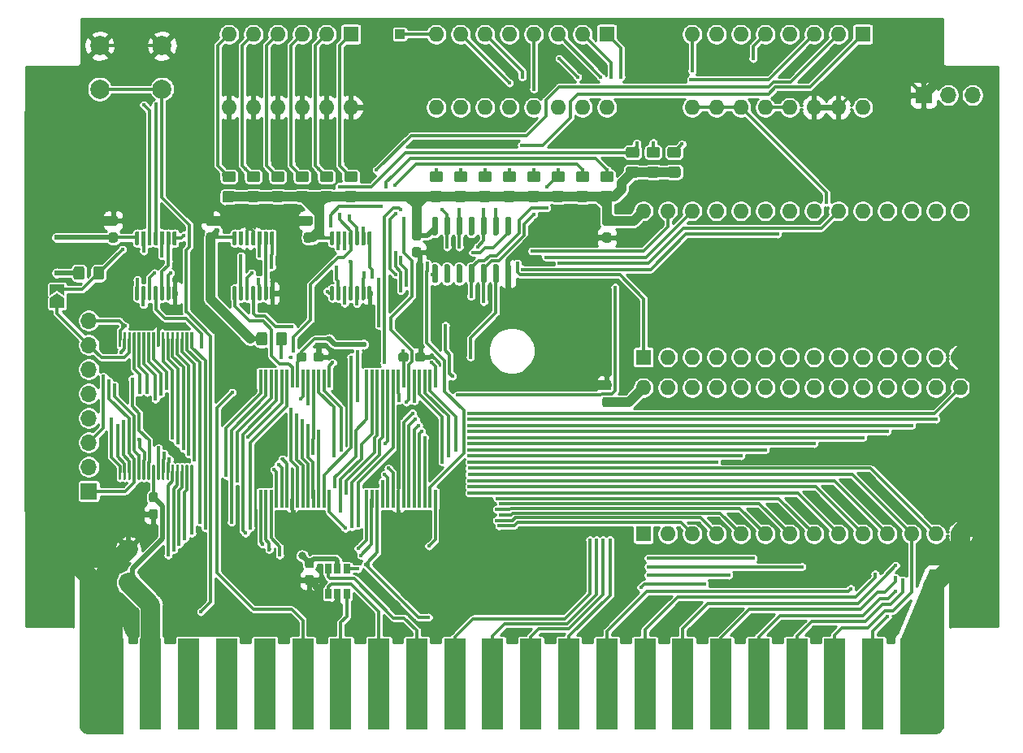
<source format=gbr>
%TF.GenerationSoftware,KiCad,Pcbnew,(5.1.10)-1*%
%TF.CreationDate,2022-08-27T20:58:22-04:00*%
%TF.ProjectId,VIC20HyperExpanderSMDRev3,56494332-3048-4797-9065-72457870616e,3*%
%TF.SameCoordinates,Original*%
%TF.FileFunction,Copper,L1,Top*%
%TF.FilePolarity,Positive*%
%FSLAX46Y46*%
G04 Gerber Fmt 4.6, Leading zero omitted, Abs format (unit mm)*
G04 Created by KiCad (PCBNEW (5.1.10)-1) date 2022-08-27 20:58:22*
%MOMM*%
%LPD*%
G01*
G04 APERTURE LIST*
%TA.AperFunction,EtchedComponent*%
%ADD10C,0.100000*%
%TD*%
%TA.AperFunction,ComponentPad*%
%ADD11O,1.600000X1.600000*%
%TD*%
%TA.AperFunction,ComponentPad*%
%ADD12R,1.600000X1.600000*%
%TD*%
%TA.AperFunction,ComponentPad*%
%ADD13C,1.600000*%
%TD*%
%TA.AperFunction,ComponentPad*%
%ADD14R,1.700000X1.700000*%
%TD*%
%TA.AperFunction,ComponentPad*%
%ADD15O,1.700000X1.700000*%
%TD*%
%TA.AperFunction,SMDPad,CuDef*%
%ADD16R,0.700000X1.000000*%
%TD*%
%TA.AperFunction,ComponentPad*%
%ADD17R,1.000000X1.000000*%
%TD*%
%TA.AperFunction,SMDPad,CuDef*%
%ADD18C,0.100000*%
%TD*%
%TA.AperFunction,SMDPad,CuDef*%
%ADD19R,0.380000X1.870000*%
%TD*%
%TA.AperFunction,ComponentPad*%
%ADD20C,2.000000*%
%TD*%
%TA.AperFunction,ConnectorPad*%
%ADD21R,2.250000X9.500000*%
%TD*%
%TA.AperFunction,ConnectorPad*%
%ADD22C,0.100000*%
%TD*%
%TA.AperFunction,ViaPad*%
%ADD23C,0.800000*%
%TD*%
%TA.AperFunction,ViaPad*%
%ADD24C,0.600000*%
%TD*%
%TA.AperFunction,ViaPad*%
%ADD25C,0.400000*%
%TD*%
%TA.AperFunction,Conductor*%
%ADD26C,1.000000*%
%TD*%
%TA.AperFunction,Conductor*%
%ADD27C,0.300000*%
%TD*%
%TA.AperFunction,Conductor*%
%ADD28C,0.500000*%
%TD*%
%TA.AperFunction,Conductor*%
%ADD29C,0.330000*%
%TD*%
%TA.AperFunction,Conductor*%
%ADD30C,2.000000*%
%TD*%
%TA.AperFunction,Conductor*%
%ADD31C,0.234000*%
%TD*%
%TA.AperFunction,Conductor*%
%ADD32C,0.100000*%
%TD*%
G04 APERTURE END LIST*
D10*
%TO.C,X1*%
G36*
X93806120Y-123728600D02*
G01*
X93107620Y-123728600D01*
X92663120Y-123474600D01*
X92409120Y-123030100D01*
X92409120Y-122776100D01*
X92409120Y-106647100D01*
X93806120Y-106647100D01*
X93806120Y-123728600D01*
G37*
X93806120Y-123728600D02*
X93107620Y-123728600D01*
X92663120Y-123474600D01*
X92409120Y-123030100D01*
X92409120Y-122776100D01*
X92409120Y-106647100D01*
X93806120Y-106647100D01*
X93806120Y-123728600D01*
%TD*%
%TO.P,C4,2*%
%TO.N,GND*%
%TA.AperFunction,SMDPad,CuDef*%
G36*
G01*
X116745500Y-84692500D02*
X116745500Y-84217500D01*
G75*
G02*
X116983000Y-83980000I237500J0D01*
G01*
X117558000Y-83980000D01*
G75*
G02*
X117795500Y-84217500I0J-237500D01*
G01*
X117795500Y-84692500D01*
G75*
G02*
X117558000Y-84930000I-237500J0D01*
G01*
X116983000Y-84930000D01*
G75*
G02*
X116745500Y-84692500I0J237500D01*
G01*
G37*
%TD.AperFunction*%
%TO.P,C4,1*%
%TO.N,+5V*%
%TA.AperFunction,SMDPad,CuDef*%
G36*
G01*
X114995500Y-84692500D02*
X114995500Y-84217500D01*
G75*
G02*
X115233000Y-83980000I237500J0D01*
G01*
X115808000Y-83980000D01*
G75*
G02*
X116045500Y-84217500I0J-237500D01*
G01*
X116045500Y-84692500D01*
G75*
G02*
X115808000Y-84930000I-237500J0D01*
G01*
X115233000Y-84930000D01*
G75*
G02*
X114995500Y-84692500I0J237500D01*
G01*
G37*
%TD.AperFunction*%
%TD*%
D11*
%TO.P,IC3,28*%
%TO.N,+5V*%
X151130000Y-87630000D03*
%TO.P,IC3,14*%
%TO.N,GND*%
X184150000Y-102870000D03*
%TO.P,IC3,27*%
%TO.N,/EA14*%
X153670000Y-87630000D03*
%TO.P,IC3,13*%
%TO.N,/D2*%
X181610000Y-102870000D03*
%TO.P,IC3,26*%
%TO.N,/EA13*%
X156210000Y-87630000D03*
%TO.P,IC3,12*%
%TO.N,/D1*%
X179070000Y-102870000D03*
%TO.P,IC3,25*%
%TO.N,/A8*%
X158750000Y-87630000D03*
%TO.P,IC3,11*%
%TO.N,/D0*%
X176530000Y-102870000D03*
%TO.P,IC3,24*%
%TO.N,/A9*%
X161290000Y-87630000D03*
%TO.P,IC3,10*%
%TO.N,/A0*%
X173990000Y-102870000D03*
%TO.P,IC3,23*%
%TO.N,/A11*%
X163830000Y-87630000D03*
%TO.P,IC3,9*%
%TO.N,/A1*%
X171450000Y-102870000D03*
%TO.P,IC3,22*%
%TO.N,/~ROM_E*%
X166370000Y-87630000D03*
%TO.P,IC3,8*%
%TO.N,/A2*%
X168910000Y-102870000D03*
%TO.P,IC3,21*%
%TO.N,/A10*%
X168910000Y-87630000D03*
%TO.P,IC3,7*%
%TO.N,/A3*%
X166370000Y-102870000D03*
%TO.P,IC3,20*%
%TO.N,/~CS2*%
X171450000Y-87630000D03*
%TO.P,IC3,6*%
%TO.N,/A4*%
X163830000Y-102870000D03*
%TO.P,IC3,19*%
%TO.N,/D7*%
X173990000Y-87630000D03*
%TO.P,IC3,5*%
%TO.N,/A5*%
X161290000Y-102870000D03*
%TO.P,IC3,18*%
%TO.N,/D6*%
X176530000Y-87630000D03*
%TO.P,IC3,4*%
%TO.N,/A6*%
X158750000Y-102870000D03*
%TO.P,IC3,17*%
%TO.N,/D5*%
X179070000Y-87630000D03*
%TO.P,IC3,3*%
%TO.N,/A7*%
X156210000Y-102870000D03*
%TO.P,IC3,16*%
%TO.N,/D4*%
X181610000Y-87630000D03*
%TO.P,IC3,2*%
%TO.N,/A12*%
X153670000Y-102870000D03*
%TO.P,IC3,15*%
%TO.N,/D3*%
X184150000Y-87630000D03*
D12*
%TO.P,IC3,1*%
%TO.N,/EA15*%
X151130000Y-102870000D03*
%TD*%
D11*
%TO.P,IC2,28*%
%TO.N,+5V*%
X151130000Y-69215000D03*
%TO.P,IC2,14*%
%TO.N,GND*%
X184150000Y-84455000D03*
%TO.P,IC2,27*%
%TO.N,/EA14*%
X153670000Y-69215000D03*
%TO.P,IC2,13*%
%TO.N,/D2*%
X181610000Y-84455000D03*
%TO.P,IC2,26*%
%TO.N,/EA13*%
X156210000Y-69215000D03*
%TO.P,IC2,12*%
%TO.N,/D1*%
X179070000Y-84455000D03*
%TO.P,IC2,25*%
%TO.N,/A8*%
X158750000Y-69215000D03*
%TO.P,IC2,11*%
%TO.N,/D0*%
X176530000Y-84455000D03*
%TO.P,IC2,24*%
%TO.N,/A9*%
X161290000Y-69215000D03*
%TO.P,IC2,10*%
%TO.N,/A0*%
X173990000Y-84455000D03*
%TO.P,IC2,23*%
%TO.N,/A11*%
X163830000Y-69215000D03*
%TO.P,IC2,9*%
%TO.N,/A1*%
X171450000Y-84455000D03*
%TO.P,IC2,22*%
%TO.N,/~ROM_E*%
X166370000Y-69215000D03*
%TO.P,IC2,8*%
%TO.N,/A2*%
X168910000Y-84455000D03*
%TO.P,IC2,21*%
%TO.N,/A10*%
X168910000Y-69215000D03*
%TO.P,IC2,7*%
%TO.N,/A3*%
X166370000Y-84455000D03*
%TO.P,IC2,20*%
%TO.N,/~CS1*%
X171450000Y-69215000D03*
%TO.P,IC2,6*%
%TO.N,/A4*%
X163830000Y-84455000D03*
%TO.P,IC2,19*%
%TO.N,/D7*%
X173990000Y-69215000D03*
%TO.P,IC2,5*%
%TO.N,/A5*%
X161290000Y-84455000D03*
%TO.P,IC2,18*%
%TO.N,/D6*%
X176530000Y-69215000D03*
%TO.P,IC2,4*%
%TO.N,/A6*%
X158750000Y-84455000D03*
%TO.P,IC2,17*%
%TO.N,/D5*%
X179070000Y-69215000D03*
%TO.P,IC2,3*%
%TO.N,/A7*%
X156210000Y-84455000D03*
%TO.P,IC2,16*%
%TO.N,/D4*%
X181610000Y-69215000D03*
%TO.P,IC2,2*%
%TO.N,/A12*%
X153670000Y-84455000D03*
%TO.P,IC2,15*%
%TO.N,/D3*%
X184150000Y-69215000D03*
D12*
%TO.P,IC2,1*%
%TO.N,/EA15*%
X151130000Y-84455000D03*
%TD*%
%TO.P,C1,1*%
%TO.N,+5V*%
X97472500Y-107950000D03*
D13*
%TO.P,C1,2*%
%TO.N,GND*%
X97472500Y-104450000D03*
%TD*%
%TO.P,C2,2*%
%TO.N,GND*%
%TA.AperFunction,SMDPad,CuDef*%
G36*
G01*
X116094500Y-107157000D02*
X116569500Y-107157000D01*
G75*
G02*
X116807000Y-107394500I0J-237500D01*
G01*
X116807000Y-107969500D01*
G75*
G02*
X116569500Y-108207000I-237500J0D01*
G01*
X116094500Y-108207000D01*
G75*
G02*
X115857000Y-107969500I0J237500D01*
G01*
X115857000Y-107394500D01*
G75*
G02*
X116094500Y-107157000I237500J0D01*
G01*
G37*
%TD.AperFunction*%
%TO.P,C2,1*%
%TO.N,+5V*%
%TA.AperFunction,SMDPad,CuDef*%
G36*
G01*
X116094500Y-105407000D02*
X116569500Y-105407000D01*
G75*
G02*
X116807000Y-105644500I0J-237500D01*
G01*
X116807000Y-106219500D01*
G75*
G02*
X116569500Y-106457000I-237500J0D01*
G01*
X116094500Y-106457000D01*
G75*
G02*
X115857000Y-106219500I0J237500D01*
G01*
X115857000Y-105644500D01*
G75*
G02*
X116094500Y-105407000I237500J0D01*
G01*
G37*
%TD.AperFunction*%
%TD*%
%TO.P,C3,1*%
%TO.N,GND*%
%TA.AperFunction,SMDPad,CuDef*%
G36*
G01*
X100313500Y-101349000D02*
X99838500Y-101349000D01*
G75*
G02*
X99601000Y-101111500I0J237500D01*
G01*
X99601000Y-100536500D01*
G75*
G02*
X99838500Y-100299000I237500J0D01*
G01*
X100313500Y-100299000D01*
G75*
G02*
X100551000Y-100536500I0J-237500D01*
G01*
X100551000Y-101111500D01*
G75*
G02*
X100313500Y-101349000I-237500J0D01*
G01*
G37*
%TD.AperFunction*%
%TO.P,C3,2*%
%TO.N,+5V*%
%TA.AperFunction,SMDPad,CuDef*%
G36*
G01*
X100313500Y-99599000D02*
X99838500Y-99599000D01*
G75*
G02*
X99601000Y-99361500I0J237500D01*
G01*
X99601000Y-98786500D01*
G75*
G02*
X99838500Y-98549000I237500J0D01*
G01*
X100313500Y-98549000D01*
G75*
G02*
X100551000Y-98786500I0J-237500D01*
G01*
X100551000Y-99361500D01*
G75*
G02*
X100313500Y-99599000I-237500J0D01*
G01*
G37*
%TD.AperFunction*%
%TD*%
%TO.P,C5,2*%
%TO.N,+5V*%
%TA.AperFunction,SMDPad,CuDef*%
G36*
G01*
X126650000Y-84217500D02*
X126650000Y-84692500D01*
G75*
G02*
X126412500Y-84930000I-237500J0D01*
G01*
X125837500Y-84930000D01*
G75*
G02*
X125600000Y-84692500I0J237500D01*
G01*
X125600000Y-84217500D01*
G75*
G02*
X125837500Y-83980000I237500J0D01*
G01*
X126412500Y-83980000D01*
G75*
G02*
X126650000Y-84217500I0J-237500D01*
G01*
G37*
%TD.AperFunction*%
%TO.P,C5,1*%
%TO.N,GND*%
%TA.AperFunction,SMDPad,CuDef*%
G36*
G01*
X128400000Y-84217500D02*
X128400000Y-84692500D01*
G75*
G02*
X128162500Y-84930000I-237500J0D01*
G01*
X127587500Y-84930000D01*
G75*
G02*
X127350000Y-84692500I0J237500D01*
G01*
X127350000Y-84217500D01*
G75*
G02*
X127587500Y-83980000I237500J0D01*
G01*
X128162500Y-83980000D01*
G75*
G02*
X128400000Y-84217500I0J-237500D01*
G01*
G37*
%TD.AperFunction*%
%TD*%
%TO.P,C6,1*%
%TO.N,+5V*%
%TA.AperFunction,SMDPad,CuDef*%
G36*
G01*
X96122500Y-72520000D02*
X95647500Y-72520000D01*
G75*
G02*
X95410000Y-72282500I0J237500D01*
G01*
X95410000Y-71707500D01*
G75*
G02*
X95647500Y-71470000I237500J0D01*
G01*
X96122500Y-71470000D01*
G75*
G02*
X96360000Y-71707500I0J-237500D01*
G01*
X96360000Y-72282500D01*
G75*
G02*
X96122500Y-72520000I-237500J0D01*
G01*
G37*
%TD.AperFunction*%
%TO.P,C6,2*%
%TO.N,GND*%
%TA.AperFunction,SMDPad,CuDef*%
G36*
G01*
X96122500Y-70770000D02*
X95647500Y-70770000D01*
G75*
G02*
X95410000Y-70532500I0J237500D01*
G01*
X95410000Y-69957500D01*
G75*
G02*
X95647500Y-69720000I237500J0D01*
G01*
X96122500Y-69720000D01*
G75*
G02*
X96360000Y-69957500I0J-237500D01*
G01*
X96360000Y-70532500D01*
G75*
G02*
X96122500Y-70770000I-237500J0D01*
G01*
G37*
%TD.AperFunction*%
%TD*%
%TO.P,C7,1*%
%TO.N,GND*%
%TA.AperFunction,SMDPad,CuDef*%
G36*
G01*
X105807500Y-69720000D02*
X106282500Y-69720000D01*
G75*
G02*
X106520000Y-69957500I0J-237500D01*
G01*
X106520000Y-70532500D01*
G75*
G02*
X106282500Y-70770000I-237500J0D01*
G01*
X105807500Y-70770000D01*
G75*
G02*
X105570000Y-70532500I0J237500D01*
G01*
X105570000Y-69957500D01*
G75*
G02*
X105807500Y-69720000I237500J0D01*
G01*
G37*
%TD.AperFunction*%
%TO.P,C7,2*%
%TO.N,+5V*%
%TA.AperFunction,SMDPad,CuDef*%
G36*
G01*
X105807500Y-71470000D02*
X106282500Y-71470000D01*
G75*
G02*
X106520000Y-71707500I0J-237500D01*
G01*
X106520000Y-72282500D01*
G75*
G02*
X106282500Y-72520000I-237500J0D01*
G01*
X105807500Y-72520000D01*
G75*
G02*
X105570000Y-72282500I0J237500D01*
G01*
X105570000Y-71707500D01*
G75*
G02*
X105807500Y-71470000I237500J0D01*
G01*
G37*
%TD.AperFunction*%
%TD*%
%TO.P,C8,2*%
%TO.N,GND*%
%TA.AperFunction,SMDPad,CuDef*%
G36*
G01*
X116442500Y-70770000D02*
X115967500Y-70770000D01*
G75*
G02*
X115730000Y-70532500I0J237500D01*
G01*
X115730000Y-69957500D01*
G75*
G02*
X115967500Y-69720000I237500J0D01*
G01*
X116442500Y-69720000D01*
G75*
G02*
X116680000Y-69957500I0J-237500D01*
G01*
X116680000Y-70532500D01*
G75*
G02*
X116442500Y-70770000I-237500J0D01*
G01*
G37*
%TD.AperFunction*%
%TO.P,C8,1*%
%TO.N,+5V*%
%TA.AperFunction,SMDPad,CuDef*%
G36*
G01*
X116442500Y-72520000D02*
X115967500Y-72520000D01*
G75*
G02*
X115730000Y-72282500I0J237500D01*
G01*
X115730000Y-71707500D01*
G75*
G02*
X115967500Y-71470000I237500J0D01*
G01*
X116442500Y-71470000D01*
G75*
G02*
X116680000Y-71707500I0J-237500D01*
G01*
X116680000Y-72282500D01*
G75*
G02*
X116442500Y-72520000I-237500J0D01*
G01*
G37*
%TD.AperFunction*%
%TD*%
%TO.P,C9,1*%
%TO.N,GND*%
%TA.AperFunction,SMDPad,CuDef*%
G36*
G01*
X127745500Y-74044000D02*
X127270500Y-74044000D01*
G75*
G02*
X127033000Y-73806500I0J237500D01*
G01*
X127033000Y-73231500D01*
G75*
G02*
X127270500Y-72994000I237500J0D01*
G01*
X127745500Y-72994000D01*
G75*
G02*
X127983000Y-73231500I0J-237500D01*
G01*
X127983000Y-73806500D01*
G75*
G02*
X127745500Y-74044000I-237500J0D01*
G01*
G37*
%TD.AperFunction*%
%TO.P,C9,2*%
%TO.N,+5V*%
%TA.AperFunction,SMDPad,CuDef*%
G36*
G01*
X127745500Y-72294000D02*
X127270500Y-72294000D01*
G75*
G02*
X127033000Y-72056500I0J237500D01*
G01*
X127033000Y-71481500D01*
G75*
G02*
X127270500Y-71244000I237500J0D01*
G01*
X127745500Y-71244000D01*
G75*
G02*
X127983000Y-71481500I0J-237500D01*
G01*
X127983000Y-72056500D01*
G75*
G02*
X127745500Y-72294000I-237500J0D01*
G01*
G37*
%TD.AperFunction*%
%TD*%
%TO.P,IC1,1*%
%TO.N,/A11*%
%TA.AperFunction,SMDPad,CuDef*%
G36*
G01*
X96655000Y-97235000D02*
X96505000Y-97235000D01*
G75*
G02*
X96430000Y-97160000I0J75000D01*
G01*
X96430000Y-95760000D01*
G75*
G02*
X96505000Y-95685000I75000J0D01*
G01*
X96655000Y-95685000D01*
G75*
G02*
X96730000Y-95760000I0J-75000D01*
G01*
X96730000Y-97160000D01*
G75*
G02*
X96655000Y-97235000I-75000J0D01*
G01*
G37*
%TD.AperFunction*%
%TO.P,IC1,2*%
%TO.N,/A9*%
%TA.AperFunction,SMDPad,CuDef*%
G36*
G01*
X97155000Y-97235000D02*
X97005000Y-97235000D01*
G75*
G02*
X96930000Y-97160000I0J75000D01*
G01*
X96930000Y-95760000D01*
G75*
G02*
X97005000Y-95685000I75000J0D01*
G01*
X97155000Y-95685000D01*
G75*
G02*
X97230000Y-95760000I0J-75000D01*
G01*
X97230000Y-97160000D01*
G75*
G02*
X97155000Y-97235000I-75000J0D01*
G01*
G37*
%TD.AperFunction*%
%TO.P,IC1,3*%
%TO.N,/A8*%
%TA.AperFunction,SMDPad,CuDef*%
G36*
G01*
X97655000Y-97235000D02*
X97505000Y-97235000D01*
G75*
G02*
X97430000Y-97160000I0J75000D01*
G01*
X97430000Y-95760000D01*
G75*
G02*
X97505000Y-95685000I75000J0D01*
G01*
X97655000Y-95685000D01*
G75*
G02*
X97730000Y-95760000I0J-75000D01*
G01*
X97730000Y-97160000D01*
G75*
G02*
X97655000Y-97235000I-75000J0D01*
G01*
G37*
%TD.AperFunction*%
%TO.P,IC1,4*%
%TO.N,/EA13*%
%TA.AperFunction,SMDPad,CuDef*%
G36*
G01*
X98155000Y-97235000D02*
X98005000Y-97235000D01*
G75*
G02*
X97930000Y-97160000I0J75000D01*
G01*
X97930000Y-95760000D01*
G75*
G02*
X98005000Y-95685000I75000J0D01*
G01*
X98155000Y-95685000D01*
G75*
G02*
X98230000Y-95760000I0J-75000D01*
G01*
X98230000Y-97160000D01*
G75*
G02*
X98155000Y-97235000I-75000J0D01*
G01*
G37*
%TD.AperFunction*%
%TO.P,IC1,5*%
%TO.N,/EA14*%
%TA.AperFunction,SMDPad,CuDef*%
G36*
G01*
X98655000Y-97235000D02*
X98505000Y-97235000D01*
G75*
G02*
X98430000Y-97160000I0J75000D01*
G01*
X98430000Y-95760000D01*
G75*
G02*
X98505000Y-95685000I75000J0D01*
G01*
X98655000Y-95685000D01*
G75*
G02*
X98730000Y-95760000I0J-75000D01*
G01*
X98730000Y-97160000D01*
G75*
G02*
X98655000Y-97235000I-75000J0D01*
G01*
G37*
%TD.AperFunction*%
%TO.P,IC1,6*%
%TO.N,/EA17*%
%TA.AperFunction,SMDPad,CuDef*%
G36*
G01*
X99155000Y-97235000D02*
X99005000Y-97235000D01*
G75*
G02*
X98930000Y-97160000I0J75000D01*
G01*
X98930000Y-95760000D01*
G75*
G02*
X99005000Y-95685000I75000J0D01*
G01*
X99155000Y-95685000D01*
G75*
G02*
X99230000Y-95760000I0J-75000D01*
G01*
X99230000Y-97160000D01*
G75*
G02*
X99155000Y-97235000I-75000J0D01*
G01*
G37*
%TD.AperFunction*%
%TO.P,IC1,7*%
%TO.N,/~PROG*%
%TA.AperFunction,SMDPad,CuDef*%
G36*
G01*
X99655000Y-97235000D02*
X99505000Y-97235000D01*
G75*
G02*
X99430000Y-97160000I0J75000D01*
G01*
X99430000Y-95760000D01*
G75*
G02*
X99505000Y-95685000I75000J0D01*
G01*
X99655000Y-95685000D01*
G75*
G02*
X99730000Y-95760000I0J-75000D01*
G01*
X99730000Y-97160000D01*
G75*
G02*
X99655000Y-97235000I-75000J0D01*
G01*
G37*
%TD.AperFunction*%
%TO.P,IC1,8*%
%TO.N,+5V*%
%TA.AperFunction,SMDPad,CuDef*%
G36*
G01*
X100155000Y-97235000D02*
X100005000Y-97235000D01*
G75*
G02*
X99930000Y-97160000I0J75000D01*
G01*
X99930000Y-95760000D01*
G75*
G02*
X100005000Y-95685000I75000J0D01*
G01*
X100155000Y-95685000D01*
G75*
G02*
X100230000Y-95760000I0J-75000D01*
G01*
X100230000Y-97160000D01*
G75*
G02*
X100155000Y-97235000I-75000J0D01*
G01*
G37*
%TD.AperFunction*%
%TO.P,IC1,9*%
%TO.N,/EA18*%
%TA.AperFunction,SMDPad,CuDef*%
G36*
G01*
X100655000Y-97235000D02*
X100505000Y-97235000D01*
G75*
G02*
X100430000Y-97160000I0J75000D01*
G01*
X100430000Y-95760000D01*
G75*
G02*
X100505000Y-95685000I75000J0D01*
G01*
X100655000Y-95685000D01*
G75*
G02*
X100730000Y-95760000I0J-75000D01*
G01*
X100730000Y-97160000D01*
G75*
G02*
X100655000Y-97235000I-75000J0D01*
G01*
G37*
%TD.AperFunction*%
%TO.P,IC1,10*%
%TO.N,/EA16*%
%TA.AperFunction,SMDPad,CuDef*%
G36*
G01*
X101155000Y-97235000D02*
X101005000Y-97235000D01*
G75*
G02*
X100930000Y-97160000I0J75000D01*
G01*
X100930000Y-95760000D01*
G75*
G02*
X101005000Y-95685000I75000J0D01*
G01*
X101155000Y-95685000D01*
G75*
G02*
X101230000Y-95760000I0J-75000D01*
G01*
X101230000Y-97160000D01*
G75*
G02*
X101155000Y-97235000I-75000J0D01*
G01*
G37*
%TD.AperFunction*%
%TO.P,IC1,11*%
%TO.N,/EA15*%
%TA.AperFunction,SMDPad,CuDef*%
G36*
G01*
X101655000Y-97235000D02*
X101505000Y-97235000D01*
G75*
G02*
X101430000Y-97160000I0J75000D01*
G01*
X101430000Y-95760000D01*
G75*
G02*
X101505000Y-95685000I75000J0D01*
G01*
X101655000Y-95685000D01*
G75*
G02*
X101730000Y-95760000I0J-75000D01*
G01*
X101730000Y-97160000D01*
G75*
G02*
X101655000Y-97235000I-75000J0D01*
G01*
G37*
%TD.AperFunction*%
%TO.P,IC1,12*%
%TO.N,/A12*%
%TA.AperFunction,SMDPad,CuDef*%
G36*
G01*
X102155000Y-97235000D02*
X102005000Y-97235000D01*
G75*
G02*
X101930000Y-97160000I0J75000D01*
G01*
X101930000Y-95760000D01*
G75*
G02*
X102005000Y-95685000I75000J0D01*
G01*
X102155000Y-95685000D01*
G75*
G02*
X102230000Y-95760000I0J-75000D01*
G01*
X102230000Y-97160000D01*
G75*
G02*
X102155000Y-97235000I-75000J0D01*
G01*
G37*
%TD.AperFunction*%
%TO.P,IC1,13*%
%TO.N,/A7*%
%TA.AperFunction,SMDPad,CuDef*%
G36*
G01*
X102655000Y-97235000D02*
X102505000Y-97235000D01*
G75*
G02*
X102430000Y-97160000I0J75000D01*
G01*
X102430000Y-95760000D01*
G75*
G02*
X102505000Y-95685000I75000J0D01*
G01*
X102655000Y-95685000D01*
G75*
G02*
X102730000Y-95760000I0J-75000D01*
G01*
X102730000Y-97160000D01*
G75*
G02*
X102655000Y-97235000I-75000J0D01*
G01*
G37*
%TD.AperFunction*%
%TO.P,IC1,14*%
%TO.N,/A6*%
%TA.AperFunction,SMDPad,CuDef*%
G36*
G01*
X103155000Y-97235000D02*
X103005000Y-97235000D01*
G75*
G02*
X102930000Y-97160000I0J75000D01*
G01*
X102930000Y-95760000D01*
G75*
G02*
X103005000Y-95685000I75000J0D01*
G01*
X103155000Y-95685000D01*
G75*
G02*
X103230000Y-95760000I0J-75000D01*
G01*
X103230000Y-97160000D01*
G75*
G02*
X103155000Y-97235000I-75000J0D01*
G01*
G37*
%TD.AperFunction*%
%TO.P,IC1,15*%
%TO.N,/A5*%
%TA.AperFunction,SMDPad,CuDef*%
G36*
G01*
X103655000Y-97235000D02*
X103505000Y-97235000D01*
G75*
G02*
X103430000Y-97160000I0J75000D01*
G01*
X103430000Y-95760000D01*
G75*
G02*
X103505000Y-95685000I75000J0D01*
G01*
X103655000Y-95685000D01*
G75*
G02*
X103730000Y-95760000I0J-75000D01*
G01*
X103730000Y-97160000D01*
G75*
G02*
X103655000Y-97235000I-75000J0D01*
G01*
G37*
%TD.AperFunction*%
%TO.P,IC1,16*%
%TO.N,/A4*%
%TA.AperFunction,SMDPad,CuDef*%
G36*
G01*
X104155000Y-97235000D02*
X104005000Y-97235000D01*
G75*
G02*
X103930000Y-97160000I0J75000D01*
G01*
X103930000Y-95760000D01*
G75*
G02*
X104005000Y-95685000I75000J0D01*
G01*
X104155000Y-95685000D01*
G75*
G02*
X104230000Y-95760000I0J-75000D01*
G01*
X104230000Y-97160000D01*
G75*
G02*
X104155000Y-97235000I-75000J0D01*
G01*
G37*
%TD.AperFunction*%
%TO.P,IC1,17*%
%TO.N,/A3*%
%TA.AperFunction,SMDPad,CuDef*%
G36*
G01*
X104155000Y-83385000D02*
X104005000Y-83385000D01*
G75*
G02*
X103930000Y-83310000I0J75000D01*
G01*
X103930000Y-81910000D01*
G75*
G02*
X104005000Y-81835000I75000J0D01*
G01*
X104155000Y-81835000D01*
G75*
G02*
X104230000Y-81910000I0J-75000D01*
G01*
X104230000Y-83310000D01*
G75*
G02*
X104155000Y-83385000I-75000J0D01*
G01*
G37*
%TD.AperFunction*%
%TO.P,IC1,18*%
%TO.N,/A2*%
%TA.AperFunction,SMDPad,CuDef*%
G36*
G01*
X103655000Y-83385000D02*
X103505000Y-83385000D01*
G75*
G02*
X103430000Y-83310000I0J75000D01*
G01*
X103430000Y-81910000D01*
G75*
G02*
X103505000Y-81835000I75000J0D01*
G01*
X103655000Y-81835000D01*
G75*
G02*
X103730000Y-81910000I0J-75000D01*
G01*
X103730000Y-83310000D01*
G75*
G02*
X103655000Y-83385000I-75000J0D01*
G01*
G37*
%TD.AperFunction*%
%TO.P,IC1,19*%
%TO.N,/A1*%
%TA.AperFunction,SMDPad,CuDef*%
G36*
G01*
X103155000Y-83385000D02*
X103005000Y-83385000D01*
G75*
G02*
X102930000Y-83310000I0J75000D01*
G01*
X102930000Y-81910000D01*
G75*
G02*
X103005000Y-81835000I75000J0D01*
G01*
X103155000Y-81835000D01*
G75*
G02*
X103230000Y-81910000I0J-75000D01*
G01*
X103230000Y-83310000D01*
G75*
G02*
X103155000Y-83385000I-75000J0D01*
G01*
G37*
%TD.AperFunction*%
%TO.P,IC1,20*%
%TO.N,/A0*%
%TA.AperFunction,SMDPad,CuDef*%
G36*
G01*
X102655000Y-83385000D02*
X102505000Y-83385000D01*
G75*
G02*
X102430000Y-83310000I0J75000D01*
G01*
X102430000Y-81910000D01*
G75*
G02*
X102505000Y-81835000I75000J0D01*
G01*
X102655000Y-81835000D01*
G75*
G02*
X102730000Y-81910000I0J-75000D01*
G01*
X102730000Y-83310000D01*
G75*
G02*
X102655000Y-83385000I-75000J0D01*
G01*
G37*
%TD.AperFunction*%
%TO.P,IC1,21*%
%TO.N,/D0*%
%TA.AperFunction,SMDPad,CuDef*%
G36*
G01*
X102155000Y-83385000D02*
X102005000Y-83385000D01*
G75*
G02*
X101930000Y-83310000I0J75000D01*
G01*
X101930000Y-81910000D01*
G75*
G02*
X102005000Y-81835000I75000J0D01*
G01*
X102155000Y-81835000D01*
G75*
G02*
X102230000Y-81910000I0J-75000D01*
G01*
X102230000Y-83310000D01*
G75*
G02*
X102155000Y-83385000I-75000J0D01*
G01*
G37*
%TD.AperFunction*%
%TO.P,IC1,22*%
%TO.N,/D1*%
%TA.AperFunction,SMDPad,CuDef*%
G36*
G01*
X101655000Y-83385000D02*
X101505000Y-83385000D01*
G75*
G02*
X101430000Y-83310000I0J75000D01*
G01*
X101430000Y-81910000D01*
G75*
G02*
X101505000Y-81835000I75000J0D01*
G01*
X101655000Y-81835000D01*
G75*
G02*
X101730000Y-81910000I0J-75000D01*
G01*
X101730000Y-83310000D01*
G75*
G02*
X101655000Y-83385000I-75000J0D01*
G01*
G37*
%TD.AperFunction*%
%TO.P,IC1,23*%
%TO.N,/D2*%
%TA.AperFunction,SMDPad,CuDef*%
G36*
G01*
X101155000Y-83385000D02*
X101005000Y-83385000D01*
G75*
G02*
X100930000Y-83310000I0J75000D01*
G01*
X100930000Y-81910000D01*
G75*
G02*
X101005000Y-81835000I75000J0D01*
G01*
X101155000Y-81835000D01*
G75*
G02*
X101230000Y-81910000I0J-75000D01*
G01*
X101230000Y-83310000D01*
G75*
G02*
X101155000Y-83385000I-75000J0D01*
G01*
G37*
%TD.AperFunction*%
%TO.P,IC1,24*%
%TO.N,GND*%
%TA.AperFunction,SMDPad,CuDef*%
G36*
G01*
X100655000Y-83385000D02*
X100505000Y-83385000D01*
G75*
G02*
X100430000Y-83310000I0J75000D01*
G01*
X100430000Y-81910000D01*
G75*
G02*
X100505000Y-81835000I75000J0D01*
G01*
X100655000Y-81835000D01*
G75*
G02*
X100730000Y-81910000I0J-75000D01*
G01*
X100730000Y-83310000D01*
G75*
G02*
X100655000Y-83385000I-75000J0D01*
G01*
G37*
%TD.AperFunction*%
%TO.P,IC1,25*%
%TO.N,/D3*%
%TA.AperFunction,SMDPad,CuDef*%
G36*
G01*
X100155000Y-83385000D02*
X100005000Y-83385000D01*
G75*
G02*
X99930000Y-83310000I0J75000D01*
G01*
X99930000Y-81910000D01*
G75*
G02*
X100005000Y-81835000I75000J0D01*
G01*
X100155000Y-81835000D01*
G75*
G02*
X100230000Y-81910000I0J-75000D01*
G01*
X100230000Y-83310000D01*
G75*
G02*
X100155000Y-83385000I-75000J0D01*
G01*
G37*
%TD.AperFunction*%
%TO.P,IC1,26*%
%TO.N,/D4*%
%TA.AperFunction,SMDPad,CuDef*%
G36*
G01*
X99655000Y-83385000D02*
X99505000Y-83385000D01*
G75*
G02*
X99430000Y-83310000I0J75000D01*
G01*
X99430000Y-81910000D01*
G75*
G02*
X99505000Y-81835000I75000J0D01*
G01*
X99655000Y-81835000D01*
G75*
G02*
X99730000Y-81910000I0J-75000D01*
G01*
X99730000Y-83310000D01*
G75*
G02*
X99655000Y-83385000I-75000J0D01*
G01*
G37*
%TD.AperFunction*%
%TO.P,IC1,27*%
%TO.N,/D5*%
%TA.AperFunction,SMDPad,CuDef*%
G36*
G01*
X99155000Y-83385000D02*
X99005000Y-83385000D01*
G75*
G02*
X98930000Y-83310000I0J75000D01*
G01*
X98930000Y-81910000D01*
G75*
G02*
X99005000Y-81835000I75000J0D01*
G01*
X99155000Y-81835000D01*
G75*
G02*
X99230000Y-81910000I0J-75000D01*
G01*
X99230000Y-83310000D01*
G75*
G02*
X99155000Y-83385000I-75000J0D01*
G01*
G37*
%TD.AperFunction*%
%TO.P,IC1,28*%
%TO.N,/D6*%
%TA.AperFunction,SMDPad,CuDef*%
G36*
G01*
X98655000Y-83385000D02*
X98505000Y-83385000D01*
G75*
G02*
X98430000Y-83310000I0J75000D01*
G01*
X98430000Y-81910000D01*
G75*
G02*
X98505000Y-81835000I75000J0D01*
G01*
X98655000Y-81835000D01*
G75*
G02*
X98730000Y-81910000I0J-75000D01*
G01*
X98730000Y-83310000D01*
G75*
G02*
X98655000Y-83385000I-75000J0D01*
G01*
G37*
%TD.AperFunction*%
%TO.P,IC1,29*%
%TO.N,/D7*%
%TA.AperFunction,SMDPad,CuDef*%
G36*
G01*
X98155000Y-83385000D02*
X98005000Y-83385000D01*
G75*
G02*
X97930000Y-83310000I0J75000D01*
G01*
X97930000Y-81910000D01*
G75*
G02*
X98005000Y-81835000I75000J0D01*
G01*
X98155000Y-81835000D01*
G75*
G02*
X98230000Y-81910000I0J-75000D01*
G01*
X98230000Y-83310000D01*
G75*
G02*
X98155000Y-83385000I-75000J0D01*
G01*
G37*
%TD.AperFunction*%
%TO.P,IC1,30*%
%TO.N,/~CS1Z*%
%TA.AperFunction,SMDPad,CuDef*%
G36*
G01*
X97655000Y-83385000D02*
X97505000Y-83385000D01*
G75*
G02*
X97430000Y-83310000I0J75000D01*
G01*
X97430000Y-81910000D01*
G75*
G02*
X97505000Y-81835000I75000J0D01*
G01*
X97655000Y-81835000D01*
G75*
G02*
X97730000Y-81910000I0J-75000D01*
G01*
X97730000Y-83310000D01*
G75*
G02*
X97655000Y-83385000I-75000J0D01*
G01*
G37*
%TD.AperFunction*%
%TO.P,IC1,31*%
%TO.N,/A10*%
%TA.AperFunction,SMDPad,CuDef*%
G36*
G01*
X97155000Y-83385000D02*
X97005000Y-83385000D01*
G75*
G02*
X96930000Y-83310000I0J75000D01*
G01*
X96930000Y-81910000D01*
G75*
G02*
X97005000Y-81835000I75000J0D01*
G01*
X97155000Y-81835000D01*
G75*
G02*
X97230000Y-81910000I0J-75000D01*
G01*
X97230000Y-83310000D01*
G75*
G02*
X97155000Y-83385000I-75000J0D01*
G01*
G37*
%TD.AperFunction*%
%TO.P,IC1,32*%
%TO.N,/~ROM_I*%
%TA.AperFunction,SMDPad,CuDef*%
G36*
G01*
X96655000Y-83385000D02*
X96505000Y-83385000D01*
G75*
G02*
X96430000Y-83310000I0J75000D01*
G01*
X96430000Y-81910000D01*
G75*
G02*
X96505000Y-81835000I75000J0D01*
G01*
X96655000Y-81835000D01*
G75*
G02*
X96730000Y-81910000I0J-75000D01*
G01*
X96730000Y-83310000D01*
G75*
G02*
X96655000Y-83385000I-75000J0D01*
G01*
G37*
%TD.AperFunction*%
%TD*%
D14*
%TO.P,JP1,1*%
%TO.N,GND*%
X180340000Y-57150000D03*
D15*
%TO.P,JP1,2*%
%TO.N,/~CS1Y*%
X182880000Y-57150000D03*
%TO.P,JP1,3*%
%TO.N,/A12*%
X185420000Y-57150000D03*
%TD*%
%TO.P,R1,2*%
%TO.N,/~CS1*%
%TA.AperFunction,SMDPad,CuDef*%
G36*
G01*
X93795000Y-76142001D02*
X93795000Y-75241999D01*
G75*
G02*
X94044999Y-74992000I249999J0D01*
G01*
X94695001Y-74992000D01*
G75*
G02*
X94945000Y-75241999I0J-249999D01*
G01*
X94945000Y-76142001D01*
G75*
G02*
X94695001Y-76392000I-249999J0D01*
G01*
X94044999Y-76392000D01*
G75*
G02*
X93795000Y-76142001I0J249999D01*
G01*
G37*
%TD.AperFunction*%
%TO.P,R1,1*%
%TO.N,+5V*%
%TA.AperFunction,SMDPad,CuDef*%
G36*
G01*
X91745000Y-76142001D02*
X91745000Y-75241999D01*
G75*
G02*
X91994999Y-74992000I249999J0D01*
G01*
X92645001Y-74992000D01*
G75*
G02*
X92895000Y-75241999I0J-249999D01*
G01*
X92895000Y-76142001D01*
G75*
G02*
X92645001Y-76392000I-249999J0D01*
G01*
X91994999Y-76392000D01*
G75*
G02*
X91745000Y-76142001I0J249999D01*
G01*
G37*
%TD.AperFunction*%
%TD*%
%TO.P,R2,1*%
%TO.N,+5V*%
%TA.AperFunction,SMDPad,CuDef*%
G36*
G01*
X147770001Y-68275000D02*
X146869999Y-68275000D01*
G75*
G02*
X146620000Y-68025001I0J249999D01*
G01*
X146620000Y-67374999D01*
G75*
G02*
X146869999Y-67125000I249999J0D01*
G01*
X147770001Y-67125000D01*
G75*
G02*
X148020000Y-67374999I0J-249999D01*
G01*
X148020000Y-68025001D01*
G75*
G02*
X147770001Y-68275000I-249999J0D01*
G01*
G37*
%TD.AperFunction*%
%TO.P,R2,2*%
%TO.N,/~BANK0*%
%TA.AperFunction,SMDPad,CuDef*%
G36*
G01*
X147770001Y-66225000D02*
X146869999Y-66225000D01*
G75*
G02*
X146620000Y-65975001I0J249999D01*
G01*
X146620000Y-65324999D01*
G75*
G02*
X146869999Y-65075000I249999J0D01*
G01*
X147770001Y-65075000D01*
G75*
G02*
X148020000Y-65324999I0J-249999D01*
G01*
X148020000Y-65975001D01*
G75*
G02*
X147770001Y-66225000I-249999J0D01*
G01*
G37*
%TD.AperFunction*%
%TD*%
%TO.P,R3,2*%
%TO.N,/~BANK1*%
%TA.AperFunction,SMDPad,CuDef*%
G36*
G01*
X145230001Y-66225000D02*
X144329999Y-66225000D01*
G75*
G02*
X144080000Y-65975001I0J249999D01*
G01*
X144080000Y-65324999D01*
G75*
G02*
X144329999Y-65075000I249999J0D01*
G01*
X145230001Y-65075000D01*
G75*
G02*
X145480000Y-65324999I0J-249999D01*
G01*
X145480000Y-65975001D01*
G75*
G02*
X145230001Y-66225000I-249999J0D01*
G01*
G37*
%TD.AperFunction*%
%TO.P,R3,1*%
%TO.N,+5V*%
%TA.AperFunction,SMDPad,CuDef*%
G36*
G01*
X145230001Y-68275000D02*
X144329999Y-68275000D01*
G75*
G02*
X144080000Y-68025001I0J249999D01*
G01*
X144080000Y-67374999D01*
G75*
G02*
X144329999Y-67125000I249999J0D01*
G01*
X145230001Y-67125000D01*
G75*
G02*
X145480000Y-67374999I0J-249999D01*
G01*
X145480000Y-68025001D01*
G75*
G02*
X145230001Y-68275000I-249999J0D01*
G01*
G37*
%TD.AperFunction*%
%TD*%
%TO.P,R4,1*%
%TO.N,+5V*%
%TA.AperFunction,SMDPad,CuDef*%
G36*
G01*
X142690001Y-68275000D02*
X141789999Y-68275000D01*
G75*
G02*
X141540000Y-68025001I0J249999D01*
G01*
X141540000Y-67374999D01*
G75*
G02*
X141789999Y-67125000I249999J0D01*
G01*
X142690001Y-67125000D01*
G75*
G02*
X142940000Y-67374999I0J-249999D01*
G01*
X142940000Y-68025001D01*
G75*
G02*
X142690001Y-68275000I-249999J0D01*
G01*
G37*
%TD.AperFunction*%
%TO.P,R4,2*%
%TO.N,/~BANK2*%
%TA.AperFunction,SMDPad,CuDef*%
G36*
G01*
X142690001Y-66225000D02*
X141789999Y-66225000D01*
G75*
G02*
X141540000Y-65975001I0J249999D01*
G01*
X141540000Y-65324999D01*
G75*
G02*
X141789999Y-65075000I249999J0D01*
G01*
X142690001Y-65075000D01*
G75*
G02*
X142940000Y-65324999I0J-249999D01*
G01*
X142940000Y-65975001D01*
G75*
G02*
X142690001Y-66225000I-249999J0D01*
G01*
G37*
%TD.AperFunction*%
%TD*%
%TO.P,R5,2*%
%TO.N,/~BANK3*%
%TA.AperFunction,SMDPad,CuDef*%
G36*
G01*
X140150001Y-66225000D02*
X139249999Y-66225000D01*
G75*
G02*
X139000000Y-65975001I0J249999D01*
G01*
X139000000Y-65324999D01*
G75*
G02*
X139249999Y-65075000I249999J0D01*
G01*
X140150001Y-65075000D01*
G75*
G02*
X140400000Y-65324999I0J-249999D01*
G01*
X140400000Y-65975001D01*
G75*
G02*
X140150001Y-66225000I-249999J0D01*
G01*
G37*
%TD.AperFunction*%
%TO.P,R5,1*%
%TO.N,+5V*%
%TA.AperFunction,SMDPad,CuDef*%
G36*
G01*
X140150001Y-68275000D02*
X139249999Y-68275000D01*
G75*
G02*
X139000000Y-68025001I0J249999D01*
G01*
X139000000Y-67374999D01*
G75*
G02*
X139249999Y-67125000I249999J0D01*
G01*
X140150001Y-67125000D01*
G75*
G02*
X140400000Y-67374999I0J-249999D01*
G01*
X140400000Y-68025001D01*
G75*
G02*
X140150001Y-68275000I-249999J0D01*
G01*
G37*
%TD.AperFunction*%
%TD*%
%TO.P,R6,1*%
%TO.N,+5V*%
%TA.AperFunction,SMDPad,CuDef*%
G36*
G01*
X137610001Y-68275000D02*
X136709999Y-68275000D01*
G75*
G02*
X136460000Y-68025001I0J249999D01*
G01*
X136460000Y-67374999D01*
G75*
G02*
X136709999Y-67125000I249999J0D01*
G01*
X137610001Y-67125000D01*
G75*
G02*
X137860000Y-67374999I0J-249999D01*
G01*
X137860000Y-68025001D01*
G75*
G02*
X137610001Y-68275000I-249999J0D01*
G01*
G37*
%TD.AperFunction*%
%TO.P,R6,2*%
%TO.N,/~BANK4*%
%TA.AperFunction,SMDPad,CuDef*%
G36*
G01*
X137610001Y-66225000D02*
X136709999Y-66225000D01*
G75*
G02*
X136460000Y-65975001I0J249999D01*
G01*
X136460000Y-65324999D01*
G75*
G02*
X136709999Y-65075000I249999J0D01*
G01*
X137610001Y-65075000D01*
G75*
G02*
X137860000Y-65324999I0J-249999D01*
G01*
X137860000Y-65975001D01*
G75*
G02*
X137610001Y-66225000I-249999J0D01*
G01*
G37*
%TD.AperFunction*%
%TD*%
%TO.P,R7,2*%
%TO.N,/~BANK5*%
%TA.AperFunction,SMDPad,CuDef*%
G36*
G01*
X135070001Y-66225000D02*
X134169999Y-66225000D01*
G75*
G02*
X133920000Y-65975001I0J249999D01*
G01*
X133920000Y-65324999D01*
G75*
G02*
X134169999Y-65075000I249999J0D01*
G01*
X135070001Y-65075000D01*
G75*
G02*
X135320000Y-65324999I0J-249999D01*
G01*
X135320000Y-65975001D01*
G75*
G02*
X135070001Y-66225000I-249999J0D01*
G01*
G37*
%TD.AperFunction*%
%TO.P,R7,1*%
%TO.N,+5V*%
%TA.AperFunction,SMDPad,CuDef*%
G36*
G01*
X135070001Y-68275000D02*
X134169999Y-68275000D01*
G75*
G02*
X133920000Y-68025001I0J249999D01*
G01*
X133920000Y-67374999D01*
G75*
G02*
X134169999Y-67125000I249999J0D01*
G01*
X135070001Y-67125000D01*
G75*
G02*
X135320000Y-67374999I0J-249999D01*
G01*
X135320000Y-68025001D01*
G75*
G02*
X135070001Y-68275000I-249999J0D01*
G01*
G37*
%TD.AperFunction*%
%TD*%
%TO.P,R8,1*%
%TO.N,+5V*%
%TA.AperFunction,SMDPad,CuDef*%
G36*
G01*
X132530001Y-68275000D02*
X131629999Y-68275000D01*
G75*
G02*
X131380000Y-68025001I0J249999D01*
G01*
X131380000Y-67374999D01*
G75*
G02*
X131629999Y-67125000I249999J0D01*
G01*
X132530001Y-67125000D01*
G75*
G02*
X132780000Y-67374999I0J-249999D01*
G01*
X132780000Y-68025001D01*
G75*
G02*
X132530001Y-68275000I-249999J0D01*
G01*
G37*
%TD.AperFunction*%
%TO.P,R8,2*%
%TO.N,/~BANK6*%
%TA.AperFunction,SMDPad,CuDef*%
G36*
G01*
X132530001Y-66225000D02*
X131629999Y-66225000D01*
G75*
G02*
X131380000Y-65975001I0J249999D01*
G01*
X131380000Y-65324999D01*
G75*
G02*
X131629999Y-65075000I249999J0D01*
G01*
X132530001Y-65075000D01*
G75*
G02*
X132780000Y-65324999I0J-249999D01*
G01*
X132780000Y-65975001D01*
G75*
G02*
X132530001Y-66225000I-249999J0D01*
G01*
G37*
%TD.AperFunction*%
%TD*%
%TO.P,R9,2*%
%TO.N,/~BANK7*%
%TA.AperFunction,SMDPad,CuDef*%
G36*
G01*
X129990001Y-66225000D02*
X129089999Y-66225000D01*
G75*
G02*
X128840000Y-65975001I0J249999D01*
G01*
X128840000Y-65324999D01*
G75*
G02*
X129089999Y-65075000I249999J0D01*
G01*
X129990001Y-65075000D01*
G75*
G02*
X130240000Y-65324999I0J-249999D01*
G01*
X130240000Y-65975001D01*
G75*
G02*
X129990001Y-66225000I-249999J0D01*
G01*
G37*
%TD.AperFunction*%
%TO.P,R9,1*%
%TO.N,+5V*%
%TA.AperFunction,SMDPad,CuDef*%
G36*
G01*
X129990001Y-68275000D02*
X129089999Y-68275000D01*
G75*
G02*
X128840000Y-68025001I0J249999D01*
G01*
X128840000Y-67374999D01*
G75*
G02*
X129089999Y-67125000I249999J0D01*
G01*
X129990001Y-67125000D01*
G75*
G02*
X130240000Y-67374999I0J-249999D01*
G01*
X130240000Y-68025001D01*
G75*
G02*
X129990001Y-68275000I-249999J0D01*
G01*
G37*
%TD.AperFunction*%
%TD*%
%TO.P,R10,2*%
%TO.N,/~PROG*%
%TA.AperFunction,SMDPad,CuDef*%
G36*
G01*
X154755001Y-63685000D02*
X153854999Y-63685000D01*
G75*
G02*
X153605000Y-63435001I0J249999D01*
G01*
X153605000Y-62784999D01*
G75*
G02*
X153854999Y-62535000I249999J0D01*
G01*
X154755001Y-62535000D01*
G75*
G02*
X155005000Y-62784999I0J-249999D01*
G01*
X155005000Y-63435001D01*
G75*
G02*
X154755001Y-63685000I-249999J0D01*
G01*
G37*
%TD.AperFunction*%
%TO.P,R10,1*%
%TO.N,+5V*%
%TA.AperFunction,SMDPad,CuDef*%
G36*
G01*
X154755001Y-65735000D02*
X153854999Y-65735000D01*
G75*
G02*
X153605000Y-65485001I0J249999D01*
G01*
X153605000Y-64834999D01*
G75*
G02*
X153854999Y-64585000I249999J0D01*
G01*
X154755001Y-64585000D01*
G75*
G02*
X155005000Y-64834999I0J-249999D01*
G01*
X155005000Y-65485001D01*
G75*
G02*
X154755001Y-65735000I-249999J0D01*
G01*
G37*
%TD.AperFunction*%
%TD*%
%TO.P,R11,1*%
%TO.N,+5V*%
%TA.AperFunction,SMDPad,CuDef*%
G36*
G01*
X152596001Y-65735000D02*
X151695999Y-65735000D01*
G75*
G02*
X151446000Y-65485001I0J249999D01*
G01*
X151446000Y-64834999D01*
G75*
G02*
X151695999Y-64585000I249999J0D01*
G01*
X152596001Y-64585000D01*
G75*
G02*
X152846000Y-64834999I0J-249999D01*
G01*
X152846000Y-65485001D01*
G75*
G02*
X152596001Y-65735000I-249999J0D01*
G01*
G37*
%TD.AperFunction*%
%TO.P,R11,2*%
%TO.N,/~CS2*%
%TA.AperFunction,SMDPad,CuDef*%
G36*
G01*
X152596001Y-63685000D02*
X151695999Y-63685000D01*
G75*
G02*
X151446000Y-63435001I0J249999D01*
G01*
X151446000Y-62784999D01*
G75*
G02*
X151695999Y-62535000I249999J0D01*
G01*
X152596001Y-62535000D01*
G75*
G02*
X152846000Y-62784999I0J-249999D01*
G01*
X152846000Y-63435001D01*
G75*
G02*
X152596001Y-63685000I-249999J0D01*
G01*
G37*
%TD.AperFunction*%
%TD*%
%TO.P,R12,2*%
%TO.N,/EA13*%
%TA.AperFunction,SMDPad,CuDef*%
G36*
G01*
X121100001Y-66225000D02*
X120199999Y-66225000D01*
G75*
G02*
X119950000Y-65975001I0J249999D01*
G01*
X119950000Y-65324999D01*
G75*
G02*
X120199999Y-65075000I249999J0D01*
G01*
X121100001Y-65075000D01*
G75*
G02*
X121350000Y-65324999I0J-249999D01*
G01*
X121350000Y-65975001D01*
G75*
G02*
X121100001Y-66225000I-249999J0D01*
G01*
G37*
%TD.AperFunction*%
%TO.P,R12,1*%
%TO.N,+5V*%
%TA.AperFunction,SMDPad,CuDef*%
G36*
G01*
X121100001Y-68275000D02*
X120199999Y-68275000D01*
G75*
G02*
X119950000Y-68025001I0J249999D01*
G01*
X119950000Y-67374999D01*
G75*
G02*
X120199999Y-67125000I249999J0D01*
G01*
X121100001Y-67125000D01*
G75*
G02*
X121350000Y-67374999I0J-249999D01*
G01*
X121350000Y-68025001D01*
G75*
G02*
X121100001Y-68275000I-249999J0D01*
G01*
G37*
%TD.AperFunction*%
%TD*%
%TO.P,R13,1*%
%TO.N,+5V*%
%TA.AperFunction,SMDPad,CuDef*%
G36*
G01*
X118560001Y-68275000D02*
X117659999Y-68275000D01*
G75*
G02*
X117410000Y-68025001I0J249999D01*
G01*
X117410000Y-67374999D01*
G75*
G02*
X117659999Y-67125000I249999J0D01*
G01*
X118560001Y-67125000D01*
G75*
G02*
X118810000Y-67374999I0J-249999D01*
G01*
X118810000Y-68025001D01*
G75*
G02*
X118560001Y-68275000I-249999J0D01*
G01*
G37*
%TD.AperFunction*%
%TO.P,R13,2*%
%TO.N,/EA14*%
%TA.AperFunction,SMDPad,CuDef*%
G36*
G01*
X118560001Y-66225000D02*
X117659999Y-66225000D01*
G75*
G02*
X117410000Y-65975001I0J249999D01*
G01*
X117410000Y-65324999D01*
G75*
G02*
X117659999Y-65075000I249999J0D01*
G01*
X118560001Y-65075000D01*
G75*
G02*
X118810000Y-65324999I0J-249999D01*
G01*
X118810000Y-65975001D01*
G75*
G02*
X118560001Y-66225000I-249999J0D01*
G01*
G37*
%TD.AperFunction*%
%TD*%
%TO.P,R14,2*%
%TO.N,/EA15*%
%TA.AperFunction,SMDPad,CuDef*%
G36*
G01*
X116020001Y-66225000D02*
X115119999Y-66225000D01*
G75*
G02*
X114870000Y-65975001I0J249999D01*
G01*
X114870000Y-65324999D01*
G75*
G02*
X115119999Y-65075000I249999J0D01*
G01*
X116020001Y-65075000D01*
G75*
G02*
X116270000Y-65324999I0J-249999D01*
G01*
X116270000Y-65975001D01*
G75*
G02*
X116020001Y-66225000I-249999J0D01*
G01*
G37*
%TD.AperFunction*%
%TO.P,R14,1*%
%TO.N,+5V*%
%TA.AperFunction,SMDPad,CuDef*%
G36*
G01*
X116020001Y-68275000D02*
X115119999Y-68275000D01*
G75*
G02*
X114870000Y-68025001I0J249999D01*
G01*
X114870000Y-67374999D01*
G75*
G02*
X115119999Y-67125000I249999J0D01*
G01*
X116020001Y-67125000D01*
G75*
G02*
X116270000Y-67374999I0J-249999D01*
G01*
X116270000Y-68025001D01*
G75*
G02*
X116020001Y-68275000I-249999J0D01*
G01*
G37*
%TD.AperFunction*%
%TD*%
%TO.P,R15,1*%
%TO.N,+5V*%
%TA.AperFunction,SMDPad,CuDef*%
G36*
G01*
X113480001Y-68275000D02*
X112579999Y-68275000D01*
G75*
G02*
X112330000Y-68025001I0J249999D01*
G01*
X112330000Y-67374999D01*
G75*
G02*
X112579999Y-67125000I249999J0D01*
G01*
X113480001Y-67125000D01*
G75*
G02*
X113730000Y-67374999I0J-249999D01*
G01*
X113730000Y-68025001D01*
G75*
G02*
X113480001Y-68275000I-249999J0D01*
G01*
G37*
%TD.AperFunction*%
%TO.P,R15,2*%
%TO.N,/EA16*%
%TA.AperFunction,SMDPad,CuDef*%
G36*
G01*
X113480001Y-66225000D02*
X112579999Y-66225000D01*
G75*
G02*
X112330000Y-65975001I0J249999D01*
G01*
X112330000Y-65324999D01*
G75*
G02*
X112579999Y-65075000I249999J0D01*
G01*
X113480001Y-65075000D01*
G75*
G02*
X113730000Y-65324999I0J-249999D01*
G01*
X113730000Y-65975001D01*
G75*
G02*
X113480001Y-66225000I-249999J0D01*
G01*
G37*
%TD.AperFunction*%
%TD*%
%TO.P,R16,2*%
%TO.N,/EA17*%
%TA.AperFunction,SMDPad,CuDef*%
G36*
G01*
X110940001Y-66225000D02*
X110039999Y-66225000D01*
G75*
G02*
X109790000Y-65975001I0J249999D01*
G01*
X109790000Y-65324999D01*
G75*
G02*
X110039999Y-65075000I249999J0D01*
G01*
X110940001Y-65075000D01*
G75*
G02*
X111190000Y-65324999I0J-249999D01*
G01*
X111190000Y-65975001D01*
G75*
G02*
X110940001Y-66225000I-249999J0D01*
G01*
G37*
%TD.AperFunction*%
%TO.P,R16,1*%
%TO.N,+5V*%
%TA.AperFunction,SMDPad,CuDef*%
G36*
G01*
X110940001Y-68275000D02*
X110039999Y-68275000D01*
G75*
G02*
X109790000Y-68025001I0J249999D01*
G01*
X109790000Y-67374999D01*
G75*
G02*
X110039999Y-67125000I249999J0D01*
G01*
X110940001Y-67125000D01*
G75*
G02*
X111190000Y-67374999I0J-249999D01*
G01*
X111190000Y-68025001D01*
G75*
G02*
X110940001Y-68275000I-249999J0D01*
G01*
G37*
%TD.AperFunction*%
%TD*%
%TO.P,R17,1*%
%TO.N,+5V*%
%TA.AperFunction,SMDPad,CuDef*%
G36*
G01*
X108400001Y-68275000D02*
X107499999Y-68275000D01*
G75*
G02*
X107250000Y-68025001I0J249999D01*
G01*
X107250000Y-67374999D01*
G75*
G02*
X107499999Y-67125000I249999J0D01*
G01*
X108400001Y-67125000D01*
G75*
G02*
X108650000Y-67374999I0J-249999D01*
G01*
X108650000Y-68025001D01*
G75*
G02*
X108400001Y-68275000I-249999J0D01*
G01*
G37*
%TD.AperFunction*%
%TO.P,R17,2*%
%TO.N,/EA18*%
%TA.AperFunction,SMDPad,CuDef*%
G36*
G01*
X108400001Y-66225000D02*
X107499999Y-66225000D01*
G75*
G02*
X107250000Y-65975001I0J249999D01*
G01*
X107250000Y-65324999D01*
G75*
G02*
X107499999Y-65075000I249999J0D01*
G01*
X108400001Y-65075000D01*
G75*
G02*
X108650000Y-65324999I0J-249999D01*
G01*
X108650000Y-65975001D01*
G75*
G02*
X108400001Y-66225000I-249999J0D01*
G01*
G37*
%TD.AperFunction*%
%TD*%
%TO.P,R18,1*%
%TO.N,+5V*%
%TA.AperFunction,SMDPad,CuDef*%
G36*
G01*
X110795000Y-83000001D02*
X110795000Y-82099999D01*
G75*
G02*
X111044999Y-81850000I249999J0D01*
G01*
X111695001Y-81850000D01*
G75*
G02*
X111945000Y-82099999I0J-249999D01*
G01*
X111945000Y-83000001D01*
G75*
G02*
X111695001Y-83250000I-249999J0D01*
G01*
X111044999Y-83250000D01*
G75*
G02*
X110795000Y-83000001I0J249999D01*
G01*
G37*
%TD.AperFunction*%
%TO.P,R18,2*%
%TO.N,/~MEM*%
%TA.AperFunction,SMDPad,CuDef*%
G36*
G01*
X112845000Y-83000001D02*
X112845000Y-82099999D01*
G75*
G02*
X113094999Y-81850000I249999J0D01*
G01*
X113745001Y-81850000D01*
G75*
G02*
X113995000Y-82099999I0J-249999D01*
G01*
X113995000Y-83000001D01*
G75*
G02*
X113745001Y-83250000I-249999J0D01*
G01*
X113094999Y-83250000D01*
G75*
G02*
X112845000Y-83000001I0J249999D01*
G01*
G37*
%TD.AperFunction*%
%TD*%
%TO.P,R19,1*%
%TO.N,+5V*%
%TA.AperFunction,SMDPad,CuDef*%
G36*
G01*
X150437001Y-65735000D02*
X149536999Y-65735000D01*
G75*
G02*
X149287000Y-65485001I0J249999D01*
G01*
X149287000Y-64834999D01*
G75*
G02*
X149536999Y-64585000I249999J0D01*
G01*
X150437001Y-64585000D01*
G75*
G02*
X150687000Y-64834999I0J-249999D01*
G01*
X150687000Y-65485001D01*
G75*
G02*
X150437001Y-65735000I-249999J0D01*
G01*
G37*
%TD.AperFunction*%
%TO.P,R19,2*%
%TO.N,/~ROM_I*%
%TA.AperFunction,SMDPad,CuDef*%
G36*
G01*
X150437001Y-63685000D02*
X149536999Y-63685000D01*
G75*
G02*
X149287000Y-63435001I0J249999D01*
G01*
X149287000Y-62784999D01*
G75*
G02*
X149536999Y-62535000I249999J0D01*
G01*
X150437001Y-62535000D01*
G75*
G02*
X150687000Y-62784999I0J-249999D01*
G01*
X150687000Y-63435001D01*
G75*
G02*
X150437001Y-63685000I-249999J0D01*
G01*
G37*
%TD.AperFunction*%
%TD*%
D11*
%TO.P,SW2,16*%
%TO.N,/~BANK0*%
X147320000Y-58420000D03*
%TO.P,SW2,8*%
%TO.N,Net-(J2-Pad1)*%
X129540000Y-50800000D03*
%TO.P,SW2,15*%
%TO.N,/~BANK1*%
X144780000Y-58420000D03*
%TO.P,SW2,7*%
%TO.N,/~IO3*%
X132080000Y-50800000D03*
%TO.P,SW2,14*%
%TO.N,/~BANK2*%
X142240000Y-58420000D03*
%TO.P,SW2,6*%
%TO.N,/~IO2*%
X134620000Y-50800000D03*
%TO.P,SW2,13*%
%TO.N,/~BANK3*%
X139700000Y-58420000D03*
%TO.P,SW2,5*%
%TO.N,/~BLK5*%
X137160000Y-50800000D03*
%TO.P,SW2,12*%
%TO.N,/~BANK4*%
X137160000Y-58420000D03*
%TO.P,SW2,4*%
%TO.N,/~CS3K*%
X139700000Y-50800000D03*
%TO.P,SW2,11*%
%TO.N,/~BANK5*%
X134620000Y-58420000D03*
%TO.P,SW2,3*%
%TO.N,/~BLK3*%
X142240000Y-50800000D03*
%TO.P,SW2,10*%
%TO.N,/~BANK6*%
X132080000Y-58420000D03*
%TO.P,SW2,2*%
%TO.N,/~BLK2*%
X144780000Y-50800000D03*
%TO.P,SW2,9*%
%TO.N,/~BANK7*%
X129540000Y-58420000D03*
D12*
%TO.P,SW2,1*%
%TO.N,/~BLK1*%
X147320000Y-50800000D03*
%TD*%
%TO.P,SW3,1*%
%TO.N,/VR~W*%
X173990000Y-50800000D03*
D11*
%TO.P,SW3,9*%
%TO.N,/~CS2*%
X156210000Y-58420000D03*
%TO.P,SW3,2*%
%TO.N,/~MEM*%
X171450000Y-50800000D03*
%TO.P,SW3,10*%
%TO.N,/~CS2*%
X158750000Y-58420000D03*
%TO.P,SW3,3*%
%TO.N,/~ROM_I*%
X168910000Y-50800000D03*
%TO.P,SW3,11*%
%TO.N,/~CS2*%
X161290000Y-58420000D03*
%TO.P,SW3,4*%
%TO.N,/~BLK2*%
X166370000Y-50800000D03*
%TO.P,SW3,12*%
%TO.N,/~CS1X*%
X163830000Y-58420000D03*
%TO.P,SW3,5*%
%TO.N,/~BLK5*%
X163830000Y-50800000D03*
%TO.P,SW3,13*%
%TO.N,/~CS1X*%
X166370000Y-58420000D03*
%TO.P,SW3,6*%
%TO.N,/~BLK1*%
X161290000Y-50800000D03*
%TO.P,SW3,14*%
%TO.N,GND*%
X168910000Y-58420000D03*
%TO.P,SW3,7*%
%TO.N,/~BLK3*%
X158750000Y-50800000D03*
%TO.P,SW3,15*%
%TO.N,GND*%
X171450000Y-58420000D03*
%TO.P,SW3,8*%
%TO.N,/~CS1X*%
X156210000Y-50800000D03*
%TO.P,SW3,16*%
%TO.N,/~PROG*%
X173990000Y-58420000D03*
%TD*%
D12*
%TO.P,SW4,1*%
%TO.N,/EA13*%
X120650000Y-50800000D03*
D11*
%TO.P,SW4,7*%
%TO.N,GND*%
X107950000Y-58420000D03*
%TO.P,SW4,2*%
%TO.N,/EA14*%
X118110000Y-50800000D03*
%TO.P,SW4,8*%
%TO.N,GND*%
X110490000Y-58420000D03*
%TO.P,SW4,3*%
%TO.N,/EA15*%
X115570000Y-50800000D03*
%TO.P,SW4,9*%
%TO.N,GND*%
X113030000Y-58420000D03*
%TO.P,SW4,4*%
%TO.N,/EA16*%
X113030000Y-50800000D03*
%TO.P,SW4,10*%
%TO.N,GND*%
X115570000Y-58420000D03*
%TO.P,SW4,5*%
%TO.N,/EA17*%
X110490000Y-50800000D03*
%TO.P,SW4,11*%
%TO.N,GND*%
X118110000Y-58420000D03*
%TO.P,SW4,6*%
%TO.N,/EA18*%
X107950000Y-50800000D03*
%TO.P,SW4,12*%
%TO.N,GND*%
X120650000Y-58420000D03*
%TD*%
%TO.P,U1,14*%
%TO.N,+5V*%
%TA.AperFunction,SMDPad,CuDef*%
G36*
G01*
X118800000Y-72805000D02*
X118600000Y-72805000D01*
G75*
G02*
X118500000Y-72705000I0J100000D01*
G01*
X118500000Y-71430000D01*
G75*
G02*
X118600000Y-71330000I100000J0D01*
G01*
X118800000Y-71330000D01*
G75*
G02*
X118900000Y-71430000I0J-100000D01*
G01*
X118900000Y-72705000D01*
G75*
G02*
X118800000Y-72805000I-100000J0D01*
G01*
G37*
%TD.AperFunction*%
%TO.P,U1,13*%
%TO.N,Net-(U1-Pad13)*%
%TA.AperFunction,SMDPad,CuDef*%
G36*
G01*
X119450000Y-72805000D02*
X119250000Y-72805000D01*
G75*
G02*
X119150000Y-72705000I0J100000D01*
G01*
X119150000Y-71430000D01*
G75*
G02*
X119250000Y-71330000I100000J0D01*
G01*
X119450000Y-71330000D01*
G75*
G02*
X119550000Y-71430000I0J-100000D01*
G01*
X119550000Y-72705000D01*
G75*
G02*
X119450000Y-72805000I-100000J0D01*
G01*
G37*
%TD.AperFunction*%
%TO.P,U1,12*%
%TO.N,/~CS1*%
%TA.AperFunction,SMDPad,CuDef*%
G36*
G01*
X120100000Y-72805000D02*
X119900000Y-72805000D01*
G75*
G02*
X119800000Y-72705000I0J100000D01*
G01*
X119800000Y-71430000D01*
G75*
G02*
X119900000Y-71330000I100000J0D01*
G01*
X120100000Y-71330000D01*
G75*
G02*
X120200000Y-71430000I0J-100000D01*
G01*
X120200000Y-72705000D01*
G75*
G02*
X120100000Y-72805000I-100000J0D01*
G01*
G37*
%TD.AperFunction*%
%TO.P,U1,11*%
%TO.N,/~ROM_I*%
%TA.AperFunction,SMDPad,CuDef*%
G36*
G01*
X120750000Y-72805000D02*
X120550000Y-72805000D01*
G75*
G02*
X120450000Y-72705000I0J100000D01*
G01*
X120450000Y-71430000D01*
G75*
G02*
X120550000Y-71330000I100000J0D01*
G01*
X120750000Y-71330000D01*
G75*
G02*
X120850000Y-71430000I0J-100000D01*
G01*
X120850000Y-72705000D01*
G75*
G02*
X120750000Y-72805000I-100000J0D01*
G01*
G37*
%TD.AperFunction*%
%TO.P,U1,10*%
%TO.N,/~ROM_E*%
%TA.AperFunction,SMDPad,CuDef*%
G36*
G01*
X121400000Y-72805000D02*
X121200000Y-72805000D01*
G75*
G02*
X121100000Y-72705000I0J100000D01*
G01*
X121100000Y-71430000D01*
G75*
G02*
X121200000Y-71330000I100000J0D01*
G01*
X121400000Y-71330000D01*
G75*
G02*
X121500000Y-71430000I0J-100000D01*
G01*
X121500000Y-72705000D01*
G75*
G02*
X121400000Y-72805000I-100000J0D01*
G01*
G37*
%TD.AperFunction*%
%TO.P,U1,9*%
%TO.N,/~BANK7*%
%TA.AperFunction,SMDPad,CuDef*%
G36*
G01*
X122050000Y-72805000D02*
X121850000Y-72805000D01*
G75*
G02*
X121750000Y-72705000I0J100000D01*
G01*
X121750000Y-71430000D01*
G75*
G02*
X121850000Y-71330000I100000J0D01*
G01*
X122050000Y-71330000D01*
G75*
G02*
X122150000Y-71430000I0J-100000D01*
G01*
X122150000Y-72705000D01*
G75*
G02*
X122050000Y-72805000I-100000J0D01*
G01*
G37*
%TD.AperFunction*%
%TO.P,U1,8*%
%TO.N,Net-(U1-Pad8)*%
%TA.AperFunction,SMDPad,CuDef*%
G36*
G01*
X122700000Y-72805000D02*
X122500000Y-72805000D01*
G75*
G02*
X122400000Y-72705000I0J100000D01*
G01*
X122400000Y-71430000D01*
G75*
G02*
X122500000Y-71330000I100000J0D01*
G01*
X122700000Y-71330000D01*
G75*
G02*
X122800000Y-71430000I0J-100000D01*
G01*
X122800000Y-72705000D01*
G75*
G02*
X122700000Y-72805000I-100000J0D01*
G01*
G37*
%TD.AperFunction*%
%TO.P,U1,7*%
%TO.N,GND*%
%TA.AperFunction,SMDPad,CuDef*%
G36*
G01*
X122700000Y-78530000D02*
X122500000Y-78530000D01*
G75*
G02*
X122400000Y-78430000I0J100000D01*
G01*
X122400000Y-77155000D01*
G75*
G02*
X122500000Y-77055000I100000J0D01*
G01*
X122700000Y-77055000D01*
G75*
G02*
X122800000Y-77155000I0J-100000D01*
G01*
X122800000Y-78430000D01*
G75*
G02*
X122700000Y-78530000I-100000J0D01*
G01*
G37*
%TD.AperFunction*%
%TO.P,U1,6*%
%TO.N,Net-(U1-Pad6)*%
%TA.AperFunction,SMDPad,CuDef*%
G36*
G01*
X122050000Y-78530000D02*
X121850000Y-78530000D01*
G75*
G02*
X121750000Y-78430000I0J100000D01*
G01*
X121750000Y-77155000D01*
G75*
G02*
X121850000Y-77055000I100000J0D01*
G01*
X122050000Y-77055000D01*
G75*
G02*
X122150000Y-77155000I0J-100000D01*
G01*
X122150000Y-78430000D01*
G75*
G02*
X122050000Y-78530000I-100000J0D01*
G01*
G37*
%TD.AperFunction*%
%TO.P,U1,5*%
%TO.N,/~BANK3*%
%TA.AperFunction,SMDPad,CuDef*%
G36*
G01*
X121400000Y-78530000D02*
X121200000Y-78530000D01*
G75*
G02*
X121100000Y-78430000I0J100000D01*
G01*
X121100000Y-77155000D01*
G75*
G02*
X121200000Y-77055000I100000J0D01*
G01*
X121400000Y-77055000D01*
G75*
G02*
X121500000Y-77155000I0J-100000D01*
G01*
X121500000Y-78430000D01*
G75*
G02*
X121400000Y-78530000I-100000J0D01*
G01*
G37*
%TD.AperFunction*%
%TO.P,U1,4*%
%TO.N,Net-(U1-Pad4)*%
%TA.AperFunction,SMDPad,CuDef*%
G36*
G01*
X120750000Y-78530000D02*
X120550000Y-78530000D01*
G75*
G02*
X120450000Y-78430000I0J100000D01*
G01*
X120450000Y-77155000D01*
G75*
G02*
X120550000Y-77055000I100000J0D01*
G01*
X120750000Y-77055000D01*
G75*
G02*
X120850000Y-77155000I0J-100000D01*
G01*
X120850000Y-78430000D01*
G75*
G02*
X120750000Y-78530000I-100000J0D01*
G01*
G37*
%TD.AperFunction*%
%TO.P,U1,3*%
%TO.N,/~BANK2*%
%TA.AperFunction,SMDPad,CuDef*%
G36*
G01*
X120100000Y-78530000D02*
X119900000Y-78530000D01*
G75*
G02*
X119800000Y-78430000I0J100000D01*
G01*
X119800000Y-77155000D01*
G75*
G02*
X119900000Y-77055000I100000J0D01*
G01*
X120100000Y-77055000D01*
G75*
G02*
X120200000Y-77155000I0J-100000D01*
G01*
X120200000Y-78430000D01*
G75*
G02*
X120100000Y-78530000I-100000J0D01*
G01*
G37*
%TD.AperFunction*%
%TO.P,U1,2*%
%TO.N,Net-(U1-Pad2)*%
%TA.AperFunction,SMDPad,CuDef*%
G36*
G01*
X119450000Y-78530000D02*
X119250000Y-78530000D01*
G75*
G02*
X119150000Y-78430000I0J100000D01*
G01*
X119150000Y-77155000D01*
G75*
G02*
X119250000Y-77055000I100000J0D01*
G01*
X119450000Y-77055000D01*
G75*
G02*
X119550000Y-77155000I0J-100000D01*
G01*
X119550000Y-78430000D01*
G75*
G02*
X119450000Y-78530000I-100000J0D01*
G01*
G37*
%TD.AperFunction*%
%TO.P,U1,1*%
%TO.N,/~BANK6*%
%TA.AperFunction,SMDPad,CuDef*%
G36*
G01*
X118800000Y-78530000D02*
X118600000Y-78530000D01*
G75*
G02*
X118500000Y-78430000I0J100000D01*
G01*
X118500000Y-77155000D01*
G75*
G02*
X118600000Y-77055000I100000J0D01*
G01*
X118800000Y-77055000D01*
G75*
G02*
X118900000Y-77155000I0J-100000D01*
G01*
X118900000Y-78430000D01*
G75*
G02*
X118800000Y-78530000I-100000J0D01*
G01*
G37*
%TD.AperFunction*%
%TD*%
%TO.P,U2,1*%
%TO.N,/~BANK0*%
%TA.AperFunction,SMDPad,CuDef*%
G36*
G01*
X129563000Y-76729000D02*
X129263000Y-76729000D01*
G75*
G02*
X129113000Y-76579000I0J150000D01*
G01*
X129113000Y-74929000D01*
G75*
G02*
X129263000Y-74779000I150000J0D01*
G01*
X129563000Y-74779000D01*
G75*
G02*
X129713000Y-74929000I0J-150000D01*
G01*
X129713000Y-76579000D01*
G75*
G02*
X129563000Y-76729000I-150000J0D01*
G01*
G37*
%TD.AperFunction*%
%TO.P,U2,2*%
%TO.N,/~BANK1*%
%TA.AperFunction,SMDPad,CuDef*%
G36*
G01*
X130833000Y-76729000D02*
X130533000Y-76729000D01*
G75*
G02*
X130383000Y-76579000I0J150000D01*
G01*
X130383000Y-74929000D01*
G75*
G02*
X130533000Y-74779000I150000J0D01*
G01*
X130833000Y-74779000D01*
G75*
G02*
X130983000Y-74929000I0J-150000D01*
G01*
X130983000Y-76579000D01*
G75*
G02*
X130833000Y-76729000I-150000J0D01*
G01*
G37*
%TD.AperFunction*%
%TO.P,U2,3*%
%TO.N,N/C*%
%TA.AperFunction,SMDPad,CuDef*%
G36*
G01*
X132103000Y-76729000D02*
X131803000Y-76729000D01*
G75*
G02*
X131653000Y-76579000I0J150000D01*
G01*
X131653000Y-74929000D01*
G75*
G02*
X131803000Y-74779000I150000J0D01*
G01*
X132103000Y-74779000D01*
G75*
G02*
X132253000Y-74929000I0J-150000D01*
G01*
X132253000Y-76579000D01*
G75*
G02*
X132103000Y-76729000I-150000J0D01*
G01*
G37*
%TD.AperFunction*%
%TO.P,U2,4*%
%TO.N,/~BANK2*%
%TA.AperFunction,SMDPad,CuDef*%
G36*
G01*
X133373000Y-76729000D02*
X133073000Y-76729000D01*
G75*
G02*
X132923000Y-76579000I0J150000D01*
G01*
X132923000Y-74929000D01*
G75*
G02*
X133073000Y-74779000I150000J0D01*
G01*
X133373000Y-74779000D01*
G75*
G02*
X133523000Y-74929000I0J-150000D01*
G01*
X133523000Y-76579000D01*
G75*
G02*
X133373000Y-76729000I-150000J0D01*
G01*
G37*
%TD.AperFunction*%
%TO.P,U2,5*%
%TO.N,/~BANK3*%
%TA.AperFunction,SMDPad,CuDef*%
G36*
G01*
X134643000Y-76729000D02*
X134343000Y-76729000D01*
G75*
G02*
X134193000Y-76579000I0J150000D01*
G01*
X134193000Y-74929000D01*
G75*
G02*
X134343000Y-74779000I150000J0D01*
G01*
X134643000Y-74779000D01*
G75*
G02*
X134793000Y-74929000I0J-150000D01*
G01*
X134793000Y-76579000D01*
G75*
G02*
X134643000Y-76729000I-150000J0D01*
G01*
G37*
%TD.AperFunction*%
%TO.P,U2,6*%
%TO.N,/~CSRAM1*%
%TA.AperFunction,SMDPad,CuDef*%
G36*
G01*
X135913000Y-76729000D02*
X135613000Y-76729000D01*
G75*
G02*
X135463000Y-76579000I0J150000D01*
G01*
X135463000Y-74929000D01*
G75*
G02*
X135613000Y-74779000I150000J0D01*
G01*
X135913000Y-74779000D01*
G75*
G02*
X136063000Y-74929000I0J-150000D01*
G01*
X136063000Y-76579000D01*
G75*
G02*
X135913000Y-76729000I-150000J0D01*
G01*
G37*
%TD.AperFunction*%
%TO.P,U2,7*%
%TO.N,GND*%
%TA.AperFunction,SMDPad,CuDef*%
G36*
G01*
X137183000Y-76729000D02*
X136883000Y-76729000D01*
G75*
G02*
X136733000Y-76579000I0J150000D01*
G01*
X136733000Y-74929000D01*
G75*
G02*
X136883000Y-74779000I150000J0D01*
G01*
X137183000Y-74779000D01*
G75*
G02*
X137333000Y-74929000I0J-150000D01*
G01*
X137333000Y-76579000D01*
G75*
G02*
X137183000Y-76729000I-150000J0D01*
G01*
G37*
%TD.AperFunction*%
%TO.P,U2,8*%
%TO.N,/~CSRAM2*%
%TA.AperFunction,SMDPad,CuDef*%
G36*
G01*
X137183000Y-71779000D02*
X136883000Y-71779000D01*
G75*
G02*
X136733000Y-71629000I0J150000D01*
G01*
X136733000Y-69979000D01*
G75*
G02*
X136883000Y-69829000I150000J0D01*
G01*
X137183000Y-69829000D01*
G75*
G02*
X137333000Y-69979000I0J-150000D01*
G01*
X137333000Y-71629000D01*
G75*
G02*
X137183000Y-71779000I-150000J0D01*
G01*
G37*
%TD.AperFunction*%
%TO.P,U2,9*%
%TO.N,/~BANK4*%
%TA.AperFunction,SMDPad,CuDef*%
G36*
G01*
X135913000Y-71779000D02*
X135613000Y-71779000D01*
G75*
G02*
X135463000Y-71629000I0J150000D01*
G01*
X135463000Y-69979000D01*
G75*
G02*
X135613000Y-69829000I150000J0D01*
G01*
X135913000Y-69829000D01*
G75*
G02*
X136063000Y-69979000I0J-150000D01*
G01*
X136063000Y-71629000D01*
G75*
G02*
X135913000Y-71779000I-150000J0D01*
G01*
G37*
%TD.AperFunction*%
%TO.P,U2,10*%
%TO.N,/~BANK5*%
%TA.AperFunction,SMDPad,CuDef*%
G36*
G01*
X134643000Y-71779000D02*
X134343000Y-71779000D01*
G75*
G02*
X134193000Y-71629000I0J150000D01*
G01*
X134193000Y-69979000D01*
G75*
G02*
X134343000Y-69829000I150000J0D01*
G01*
X134643000Y-69829000D01*
G75*
G02*
X134793000Y-69979000I0J-150000D01*
G01*
X134793000Y-71629000D01*
G75*
G02*
X134643000Y-71779000I-150000J0D01*
G01*
G37*
%TD.AperFunction*%
%TO.P,U2,11*%
%TO.N,N/C*%
%TA.AperFunction,SMDPad,CuDef*%
G36*
G01*
X133373000Y-71779000D02*
X133073000Y-71779000D01*
G75*
G02*
X132923000Y-71629000I0J150000D01*
G01*
X132923000Y-69979000D01*
G75*
G02*
X133073000Y-69829000I150000J0D01*
G01*
X133373000Y-69829000D01*
G75*
G02*
X133523000Y-69979000I0J-150000D01*
G01*
X133523000Y-71629000D01*
G75*
G02*
X133373000Y-71779000I-150000J0D01*
G01*
G37*
%TD.AperFunction*%
%TO.P,U2,12*%
%TO.N,/~BANK6*%
%TA.AperFunction,SMDPad,CuDef*%
G36*
G01*
X132103000Y-71779000D02*
X131803000Y-71779000D01*
G75*
G02*
X131653000Y-71629000I0J150000D01*
G01*
X131653000Y-69979000D01*
G75*
G02*
X131803000Y-69829000I150000J0D01*
G01*
X132103000Y-69829000D01*
G75*
G02*
X132253000Y-69979000I0J-150000D01*
G01*
X132253000Y-71629000D01*
G75*
G02*
X132103000Y-71779000I-150000J0D01*
G01*
G37*
%TD.AperFunction*%
%TO.P,U2,13*%
%TO.N,/~BANK7*%
%TA.AperFunction,SMDPad,CuDef*%
G36*
G01*
X130833000Y-71779000D02*
X130533000Y-71779000D01*
G75*
G02*
X130383000Y-71629000I0J150000D01*
G01*
X130383000Y-69979000D01*
G75*
G02*
X130533000Y-69829000I150000J0D01*
G01*
X130833000Y-69829000D01*
G75*
G02*
X130983000Y-69979000I0J-150000D01*
G01*
X130983000Y-71629000D01*
G75*
G02*
X130833000Y-71779000I-150000J0D01*
G01*
G37*
%TD.AperFunction*%
%TO.P,U2,14*%
%TO.N,+5V*%
%TA.AperFunction,SMDPad,CuDef*%
G36*
G01*
X129563000Y-71779000D02*
X129263000Y-71779000D01*
G75*
G02*
X129113000Y-71629000I0J150000D01*
G01*
X129113000Y-69979000D01*
G75*
G02*
X129263000Y-69829000I150000J0D01*
G01*
X129563000Y-69829000D01*
G75*
G02*
X129713000Y-69979000I0J-150000D01*
G01*
X129713000Y-71629000D01*
G75*
G02*
X129563000Y-71779000I-150000J0D01*
G01*
G37*
%TD.AperFunction*%
%TD*%
%TO.P,U3,1*%
%TO.N,Net-(U3-Pad1)*%
%TA.AperFunction,SMDPad,CuDef*%
G36*
G01*
X98480000Y-78530000D02*
X98280000Y-78530000D01*
G75*
G02*
X98180000Y-78430000I0J100000D01*
G01*
X98180000Y-77155000D01*
G75*
G02*
X98280000Y-77055000I100000J0D01*
G01*
X98480000Y-77055000D01*
G75*
G02*
X98580000Y-77155000I0J-100000D01*
G01*
X98580000Y-78430000D01*
G75*
G02*
X98480000Y-78530000I-100000J0D01*
G01*
G37*
%TD.AperFunction*%
%TO.P,U3,2*%
%TO.N,/~BANK5*%
%TA.AperFunction,SMDPad,CuDef*%
G36*
G01*
X99130000Y-78530000D02*
X98930000Y-78530000D01*
G75*
G02*
X98830000Y-78430000I0J100000D01*
G01*
X98830000Y-77155000D01*
G75*
G02*
X98930000Y-77055000I100000J0D01*
G01*
X99130000Y-77055000D01*
G75*
G02*
X99230000Y-77155000I0J-100000D01*
G01*
X99230000Y-78430000D01*
G75*
G02*
X99130000Y-78530000I-100000J0D01*
G01*
G37*
%TD.AperFunction*%
%TO.P,U3,3*%
%TO.N,Net-(U1-Pad2)*%
%TA.AperFunction,SMDPad,CuDef*%
G36*
G01*
X99780000Y-78530000D02*
X99580000Y-78530000D01*
G75*
G02*
X99480000Y-78430000I0J100000D01*
G01*
X99480000Y-77155000D01*
G75*
G02*
X99580000Y-77055000I100000J0D01*
G01*
X99780000Y-77055000D01*
G75*
G02*
X99880000Y-77155000I0J-100000D01*
G01*
X99880000Y-78430000D01*
G75*
G02*
X99780000Y-78530000I-100000J0D01*
G01*
G37*
%TD.AperFunction*%
%TO.P,U3,4*%
%TO.N,/RA14A*%
%TA.AperFunction,SMDPad,CuDef*%
G36*
G01*
X100430000Y-78530000D02*
X100230000Y-78530000D01*
G75*
G02*
X100130000Y-78430000I0J100000D01*
G01*
X100130000Y-77155000D01*
G75*
G02*
X100230000Y-77055000I100000J0D01*
G01*
X100430000Y-77055000D01*
G75*
G02*
X100530000Y-77155000I0J-100000D01*
G01*
X100530000Y-78430000D01*
G75*
G02*
X100430000Y-78530000I-100000J0D01*
G01*
G37*
%TD.AperFunction*%
%TO.P,U3,5*%
%TO.N,Net-(U1-Pad4)*%
%TA.AperFunction,SMDPad,CuDef*%
G36*
G01*
X101080000Y-78530000D02*
X100880000Y-78530000D01*
G75*
G02*
X100780000Y-78430000I0J100000D01*
G01*
X100780000Y-77155000D01*
G75*
G02*
X100880000Y-77055000I100000J0D01*
G01*
X101080000Y-77055000D01*
G75*
G02*
X101180000Y-77155000I0J-100000D01*
G01*
X101180000Y-78430000D01*
G75*
G02*
X101080000Y-78530000I-100000J0D01*
G01*
G37*
%TD.AperFunction*%
%TO.P,U3,6*%
%TO.N,Net-(U1-Pad6)*%
%TA.AperFunction,SMDPad,CuDef*%
G36*
G01*
X101730000Y-78530000D02*
X101530000Y-78530000D01*
G75*
G02*
X101430000Y-78430000I0J100000D01*
G01*
X101430000Y-77155000D01*
G75*
G02*
X101530000Y-77055000I100000J0D01*
G01*
X101730000Y-77055000D01*
G75*
G02*
X101830000Y-77155000I0J-100000D01*
G01*
X101830000Y-78430000D01*
G75*
G02*
X101730000Y-78530000I-100000J0D01*
G01*
G37*
%TD.AperFunction*%
%TO.P,U3,7*%
%TO.N,GND*%
%TA.AperFunction,SMDPad,CuDef*%
G36*
G01*
X102380000Y-78530000D02*
X102180000Y-78530000D01*
G75*
G02*
X102080000Y-78430000I0J100000D01*
G01*
X102080000Y-77155000D01*
G75*
G02*
X102180000Y-77055000I100000J0D01*
G01*
X102380000Y-77055000D01*
G75*
G02*
X102480000Y-77155000I0J-100000D01*
G01*
X102480000Y-78430000D01*
G75*
G02*
X102380000Y-78530000I-100000J0D01*
G01*
G37*
%TD.AperFunction*%
%TO.P,U3,8*%
%TO.N,/~BANK1*%
%TA.AperFunction,SMDPad,CuDef*%
G36*
G01*
X102380000Y-72805000D02*
X102180000Y-72805000D01*
G75*
G02*
X102080000Y-72705000I0J100000D01*
G01*
X102080000Y-71430000D01*
G75*
G02*
X102180000Y-71330000I100000J0D01*
G01*
X102380000Y-71330000D01*
G75*
G02*
X102480000Y-71430000I0J-100000D01*
G01*
X102480000Y-72705000D01*
G75*
G02*
X102380000Y-72805000I-100000J0D01*
G01*
G37*
%TD.AperFunction*%
%TO.P,U3,9*%
%TO.N,Net-(U1-Pad4)*%
%TA.AperFunction,SMDPad,CuDef*%
G36*
G01*
X101730000Y-72805000D02*
X101530000Y-72805000D01*
G75*
G02*
X101430000Y-72705000I0J100000D01*
G01*
X101430000Y-71430000D01*
G75*
G02*
X101530000Y-71330000I100000J0D01*
G01*
X101730000Y-71330000D01*
G75*
G02*
X101830000Y-71430000I0J-100000D01*
G01*
X101830000Y-72705000D01*
G75*
G02*
X101730000Y-72805000I-100000J0D01*
G01*
G37*
%TD.AperFunction*%
%TO.P,U3,10*%
%TO.N,Net-(U3-Pad10)*%
%TA.AperFunction,SMDPad,CuDef*%
G36*
G01*
X101080000Y-72805000D02*
X100880000Y-72805000D01*
G75*
G02*
X100780000Y-72705000I0J100000D01*
G01*
X100780000Y-71430000D01*
G75*
G02*
X100880000Y-71330000I100000J0D01*
G01*
X101080000Y-71330000D01*
G75*
G02*
X101180000Y-71430000I0J-100000D01*
G01*
X101180000Y-72705000D01*
G75*
G02*
X101080000Y-72805000I-100000J0D01*
G01*
G37*
%TD.AperFunction*%
%TO.P,U3,11*%
%TO.N,/~CS1X*%
%TA.AperFunction,SMDPad,CuDef*%
G36*
G01*
X100430000Y-72805000D02*
X100230000Y-72805000D01*
G75*
G02*
X100130000Y-72705000I0J100000D01*
G01*
X100130000Y-71430000D01*
G75*
G02*
X100230000Y-71330000I100000J0D01*
G01*
X100430000Y-71330000D01*
G75*
G02*
X100530000Y-71430000I0J-100000D01*
G01*
X100530000Y-72705000D01*
G75*
G02*
X100430000Y-72805000I-100000J0D01*
G01*
G37*
%TD.AperFunction*%
%TO.P,U3,12*%
%TO.N,/~CS1Y*%
%TA.AperFunction,SMDPad,CuDef*%
G36*
G01*
X99780000Y-72805000D02*
X99580000Y-72805000D01*
G75*
G02*
X99480000Y-72705000I0J100000D01*
G01*
X99480000Y-71430000D01*
G75*
G02*
X99580000Y-71330000I100000J0D01*
G01*
X99780000Y-71330000D01*
G75*
G02*
X99880000Y-71430000I0J-100000D01*
G01*
X99880000Y-72705000D01*
G75*
G02*
X99780000Y-72805000I-100000J0D01*
G01*
G37*
%TD.AperFunction*%
%TO.P,U3,13*%
%TO.N,Net-(U1-Pad13)*%
%TA.AperFunction,SMDPad,CuDef*%
G36*
G01*
X99130000Y-72805000D02*
X98930000Y-72805000D01*
G75*
G02*
X98830000Y-72705000I0J100000D01*
G01*
X98830000Y-71430000D01*
G75*
G02*
X98930000Y-71330000I100000J0D01*
G01*
X99130000Y-71330000D01*
G75*
G02*
X99230000Y-71430000I0J-100000D01*
G01*
X99230000Y-72705000D01*
G75*
G02*
X99130000Y-72805000I-100000J0D01*
G01*
G37*
%TD.AperFunction*%
%TO.P,U3,14*%
%TO.N,+5V*%
%TA.AperFunction,SMDPad,CuDef*%
G36*
G01*
X98480000Y-72805000D02*
X98280000Y-72805000D01*
G75*
G02*
X98180000Y-72705000I0J100000D01*
G01*
X98180000Y-71430000D01*
G75*
G02*
X98280000Y-71330000I100000J0D01*
G01*
X98480000Y-71330000D01*
G75*
G02*
X98580000Y-71430000I0J-100000D01*
G01*
X98580000Y-72705000D01*
G75*
G02*
X98480000Y-72805000I-100000J0D01*
G01*
G37*
%TD.AperFunction*%
%TD*%
%TO.P,U4,1*%
%TO.N,/RA13A*%
%TA.AperFunction,SMDPad,CuDef*%
G36*
G01*
X108640000Y-78530000D02*
X108440000Y-78530000D01*
G75*
G02*
X108340000Y-78430000I0J100000D01*
G01*
X108340000Y-77155000D01*
G75*
G02*
X108440000Y-77055000I100000J0D01*
G01*
X108640000Y-77055000D01*
G75*
G02*
X108740000Y-77155000I0J-100000D01*
G01*
X108740000Y-78430000D01*
G75*
G02*
X108640000Y-78530000I-100000J0D01*
G01*
G37*
%TD.AperFunction*%
%TO.P,U4,2*%
%TO.N,Net-(U3-Pad10)*%
%TA.AperFunction,SMDPad,CuDef*%
G36*
G01*
X109290000Y-78530000D02*
X109090000Y-78530000D01*
G75*
G02*
X108990000Y-78430000I0J100000D01*
G01*
X108990000Y-77155000D01*
G75*
G02*
X109090000Y-77055000I100000J0D01*
G01*
X109290000Y-77055000D01*
G75*
G02*
X109390000Y-77155000I0J-100000D01*
G01*
X109390000Y-78430000D01*
G75*
G02*
X109290000Y-78530000I-100000J0D01*
G01*
G37*
%TD.AperFunction*%
%TO.P,U4,3*%
%TO.N,Net-(U1-Pad6)*%
%TA.AperFunction,SMDPad,CuDef*%
G36*
G01*
X109940000Y-78530000D02*
X109740000Y-78530000D01*
G75*
G02*
X109640000Y-78430000I0J100000D01*
G01*
X109640000Y-77155000D01*
G75*
G02*
X109740000Y-77055000I100000J0D01*
G01*
X109940000Y-77055000D01*
G75*
G02*
X110040000Y-77155000I0J-100000D01*
G01*
X110040000Y-78430000D01*
G75*
G02*
X109940000Y-78530000I-100000J0D01*
G01*
G37*
%TD.AperFunction*%
%TO.P,U4,4*%
%TO.N,/RA13B*%
%TA.AperFunction,SMDPad,CuDef*%
G36*
G01*
X110590000Y-78530000D02*
X110390000Y-78530000D01*
G75*
G02*
X110290000Y-78430000I0J100000D01*
G01*
X110290000Y-77155000D01*
G75*
G02*
X110390000Y-77055000I100000J0D01*
G01*
X110590000Y-77055000D01*
G75*
G02*
X110690000Y-77155000I0J-100000D01*
G01*
X110690000Y-78430000D01*
G75*
G02*
X110590000Y-78530000I-100000J0D01*
G01*
G37*
%TD.AperFunction*%
%TO.P,U4,5*%
%TO.N,Net-(U3-Pad1)*%
%TA.AperFunction,SMDPad,CuDef*%
G36*
G01*
X111240000Y-78530000D02*
X111040000Y-78530000D01*
G75*
G02*
X110940000Y-78430000I0J100000D01*
G01*
X110940000Y-77155000D01*
G75*
G02*
X111040000Y-77055000I100000J0D01*
G01*
X111240000Y-77055000D01*
G75*
G02*
X111340000Y-77155000I0J-100000D01*
G01*
X111340000Y-78430000D01*
G75*
G02*
X111240000Y-78530000I-100000J0D01*
G01*
G37*
%TD.AperFunction*%
%TO.P,U4,6*%
%TO.N,Net-(U1-Pad8)*%
%TA.AperFunction,SMDPad,CuDef*%
G36*
G01*
X111890000Y-78530000D02*
X111690000Y-78530000D01*
G75*
G02*
X111590000Y-78430000I0J100000D01*
G01*
X111590000Y-77155000D01*
G75*
G02*
X111690000Y-77055000I100000J0D01*
G01*
X111890000Y-77055000D01*
G75*
G02*
X111990000Y-77155000I0J-100000D01*
G01*
X111990000Y-78430000D01*
G75*
G02*
X111890000Y-78530000I-100000J0D01*
G01*
G37*
%TD.AperFunction*%
%TO.P,U4,7*%
%TO.N,GND*%
%TA.AperFunction,SMDPad,CuDef*%
G36*
G01*
X112540000Y-78530000D02*
X112340000Y-78530000D01*
G75*
G02*
X112240000Y-78430000I0J100000D01*
G01*
X112240000Y-77155000D01*
G75*
G02*
X112340000Y-77055000I100000J0D01*
G01*
X112540000Y-77055000D01*
G75*
G02*
X112640000Y-77155000I0J-100000D01*
G01*
X112640000Y-78430000D01*
G75*
G02*
X112540000Y-78530000I-100000J0D01*
G01*
G37*
%TD.AperFunction*%
%TO.P,U4,8*%
%TO.N,Net-(U1-Pad2)*%
%TA.AperFunction,SMDPad,CuDef*%
G36*
G01*
X112540000Y-72805000D02*
X112340000Y-72805000D01*
G75*
G02*
X112240000Y-72705000I0J100000D01*
G01*
X112240000Y-71430000D01*
G75*
G02*
X112340000Y-71330000I100000J0D01*
G01*
X112540000Y-71330000D01*
G75*
G02*
X112640000Y-71430000I0J-100000D01*
G01*
X112640000Y-72705000D01*
G75*
G02*
X112540000Y-72805000I-100000J0D01*
G01*
G37*
%TD.AperFunction*%
%TO.P,U4,9*%
%TO.N,Net-(U1-Pad8)*%
%TA.AperFunction,SMDPad,CuDef*%
G36*
G01*
X111890000Y-72805000D02*
X111690000Y-72805000D01*
G75*
G02*
X111590000Y-72705000I0J100000D01*
G01*
X111590000Y-71430000D01*
G75*
G02*
X111690000Y-71330000I100000J0D01*
G01*
X111890000Y-71330000D01*
G75*
G02*
X111990000Y-71430000I0J-100000D01*
G01*
X111990000Y-72705000D01*
G75*
G02*
X111890000Y-72805000I-100000J0D01*
G01*
G37*
%TD.AperFunction*%
%TO.P,U4,10*%
%TO.N,/RA14B*%
%TA.AperFunction,SMDPad,CuDef*%
G36*
G01*
X111240000Y-72805000D02*
X111040000Y-72805000D01*
G75*
G02*
X110940000Y-72705000I0J100000D01*
G01*
X110940000Y-71430000D01*
G75*
G02*
X111040000Y-71330000I100000J0D01*
G01*
X111240000Y-71330000D01*
G75*
G02*
X111340000Y-71430000I0J-100000D01*
G01*
X111340000Y-72705000D01*
G75*
G02*
X111240000Y-72805000I-100000J0D01*
G01*
G37*
%TD.AperFunction*%
%TO.P,U4,11*%
%TO.N,GND*%
%TA.AperFunction,SMDPad,CuDef*%
G36*
G01*
X110590000Y-72805000D02*
X110390000Y-72805000D01*
G75*
G02*
X110290000Y-72705000I0J100000D01*
G01*
X110290000Y-71430000D01*
G75*
G02*
X110390000Y-71330000I100000J0D01*
G01*
X110590000Y-71330000D01*
G75*
G02*
X110690000Y-71430000I0J-100000D01*
G01*
X110690000Y-72705000D01*
G75*
G02*
X110590000Y-72805000I-100000J0D01*
G01*
G37*
%TD.AperFunction*%
%TO.P,U4,12*%
%TA.AperFunction,SMDPad,CuDef*%
G36*
G01*
X109940000Y-72805000D02*
X109740000Y-72805000D01*
G75*
G02*
X109640000Y-72705000I0J100000D01*
G01*
X109640000Y-71430000D01*
G75*
G02*
X109740000Y-71330000I100000J0D01*
G01*
X109940000Y-71330000D01*
G75*
G02*
X110040000Y-71430000I0J-100000D01*
G01*
X110040000Y-72705000D01*
G75*
G02*
X109940000Y-72805000I-100000J0D01*
G01*
G37*
%TD.AperFunction*%
%TO.P,U4,13*%
%TO.N,Net-(U4-Pad13)*%
%TA.AperFunction,SMDPad,CuDef*%
G36*
G01*
X109290000Y-72805000D02*
X109090000Y-72805000D01*
G75*
G02*
X108990000Y-72705000I0J100000D01*
G01*
X108990000Y-71430000D01*
G75*
G02*
X109090000Y-71330000I100000J0D01*
G01*
X109290000Y-71330000D01*
G75*
G02*
X109390000Y-71430000I0J-100000D01*
G01*
X109390000Y-72705000D01*
G75*
G02*
X109290000Y-72805000I-100000J0D01*
G01*
G37*
%TD.AperFunction*%
%TO.P,U4,14*%
%TO.N,+5V*%
%TA.AperFunction,SMDPad,CuDef*%
G36*
G01*
X108640000Y-72805000D02*
X108440000Y-72805000D01*
G75*
G02*
X108340000Y-72705000I0J100000D01*
G01*
X108340000Y-71430000D01*
G75*
G02*
X108440000Y-71330000I100000J0D01*
G01*
X108640000Y-71330000D01*
G75*
G02*
X108740000Y-71430000I0J-100000D01*
G01*
X108740000Y-72705000D01*
G75*
G02*
X108640000Y-72805000I-100000J0D01*
G01*
G37*
%TD.AperFunction*%
%TD*%
D16*
%TO.P,U5,1*%
%TO.N,/~RAM2*%
X118303000Y-109123000D03*
%TO.P,U5,2*%
%TO.N,GND*%
X119253000Y-109123000D03*
%TO.P,U5,3*%
%TO.N,/~RAM3*%
X120203000Y-109123000D03*
%TO.P,U5,4*%
%TO.N,/~CS3K*%
X120203000Y-106523000D03*
%TO.P,U5,6*%
%TO.N,/~RAM1*%
X118303000Y-106523000D03*
%TO.P,U5,5*%
%TO.N,+5V*%
X119253000Y-106523000D03*
%TD*%
D17*
%TO.P,J2,1*%
%TO.N,Net-(J2-Pad1)*%
X125730000Y-50800000D03*
%TD*%
D14*
%TO.P,J1,1*%
%TO.N,/EA13*%
X93345000Y-98425000D03*
D15*
%TO.P,J1,2*%
%TO.N,/EA14*%
X93345000Y-95885000D03*
%TO.P,J1,3*%
%TO.N,/EA15*%
X93345000Y-93345000D03*
%TO.P,J1,4*%
%TO.N,/EA16*%
X93345000Y-90805000D03*
%TO.P,J1,5*%
%TO.N,/EA17*%
X93345000Y-88265000D03*
%TO.P,J1,6*%
%TO.N,/EA18*%
X93345000Y-85725000D03*
%TO.P,J1,7*%
%TO.N,/~CS1Z*%
X93345000Y-83185000D03*
%TO.P,J1,8*%
%TO.N,/~ROM_I*%
X93345000Y-80645000D03*
%TD*%
%TO.P,C10,1*%
%TO.N,+5V*%
%TA.AperFunction,SMDPad,CuDef*%
G36*
G01*
X147082500Y-69720000D02*
X147557500Y-69720000D01*
G75*
G02*
X147795000Y-69957500I0J-237500D01*
G01*
X147795000Y-70532500D01*
G75*
G02*
X147557500Y-70770000I-237500J0D01*
G01*
X147082500Y-70770000D01*
G75*
G02*
X146845000Y-70532500I0J237500D01*
G01*
X146845000Y-69957500D01*
G75*
G02*
X147082500Y-69720000I237500J0D01*
G01*
G37*
%TD.AperFunction*%
%TO.P,C10,2*%
%TO.N,GND*%
%TA.AperFunction,SMDPad,CuDef*%
G36*
G01*
X147082500Y-71470000D02*
X147557500Y-71470000D01*
G75*
G02*
X147795000Y-71707500I0J-237500D01*
G01*
X147795000Y-72282500D01*
G75*
G02*
X147557500Y-72520000I-237500J0D01*
G01*
X147082500Y-72520000D01*
G75*
G02*
X146845000Y-72282500I0J237500D01*
G01*
X146845000Y-71707500D01*
G75*
G02*
X147082500Y-71470000I237500J0D01*
G01*
G37*
%TD.AperFunction*%
%TD*%
%TO.P,C11,2*%
%TO.N,+5V*%
%TA.AperFunction,SMDPad,CuDef*%
G36*
G01*
X147082500Y-88615000D02*
X147557500Y-88615000D01*
G75*
G02*
X147795000Y-88852500I0J-237500D01*
G01*
X147795000Y-89427500D01*
G75*
G02*
X147557500Y-89665000I-237500J0D01*
G01*
X147082500Y-89665000D01*
G75*
G02*
X146845000Y-89427500I0J237500D01*
G01*
X146845000Y-88852500D01*
G75*
G02*
X147082500Y-88615000I237500J0D01*
G01*
G37*
%TD.AperFunction*%
%TO.P,C11,1*%
%TO.N,GND*%
%TA.AperFunction,SMDPad,CuDef*%
G36*
G01*
X147082500Y-86865000D02*
X147557500Y-86865000D01*
G75*
G02*
X147795000Y-87102500I0J-237500D01*
G01*
X147795000Y-87677500D01*
G75*
G02*
X147557500Y-87915000I-237500J0D01*
G01*
X147082500Y-87915000D01*
G75*
G02*
X146845000Y-87677500I0J237500D01*
G01*
X146845000Y-87102500D01*
G75*
G02*
X147082500Y-86865000I237500J0D01*
G01*
G37*
%TD.AperFunction*%
%TD*%
%TA.AperFunction,SMDPad,CuDef*%
D18*
%TO.P,SJ1,2*%
%TO.N,/~CS1*%
G36*
X90793000Y-76880000D02*
G01*
X90793000Y-78030000D01*
X90043000Y-77530000D01*
X89293000Y-78030000D01*
X89293000Y-76880000D01*
X90793000Y-76880000D01*
G37*
%TD.AperFunction*%
%TA.AperFunction,SMDPad,CuDef*%
%TO.P,SJ1,1*%
%TO.N,/~CS1Z*%
G36*
X90043000Y-77830000D02*
G01*
X90793000Y-78330000D01*
X90793000Y-79330000D01*
X89293000Y-79330000D01*
X89293000Y-78330000D01*
X90043000Y-77830000D01*
G37*
%TD.AperFunction*%
%TD*%
D19*
%TO.P,IC4,15*%
%TO.N,/D3*%
X115083000Y-99234000D03*
%TO.P,IC4,14*%
%TO.N,GND*%
X114533000Y-99234000D03*
%TO.P,IC4,13*%
%TO.N,/D2*%
X113983000Y-99234000D03*
%TO.P,IC4,16*%
%TO.N,/D4*%
X115633000Y-99234000D03*
%TO.P,IC4,17*%
%TO.N,/D5*%
X116183000Y-99234000D03*
%TO.P,IC4,12*%
%TO.N,/D1*%
X113433000Y-99234000D03*
%TO.P,IC4,18*%
%TO.N,/D6*%
X116733000Y-99234000D03*
%TO.P,IC4,11*%
%TO.N,/D0*%
X112883000Y-99234000D03*
%TO.P,IC4,19*%
%TO.N,/D7*%
X117283000Y-99234000D03*
%TO.P,IC4,10*%
%TO.N,/A12*%
X112333000Y-99234000D03*
%TO.P,IC4,9*%
%TO.N,/A7*%
X111783000Y-99234000D03*
%TO.P,IC4,20*%
%TO.N,/~CSRAM1*%
X117833000Y-99234000D03*
%TO.P,IC4,21*%
%TO.N,/A5*%
X118383000Y-99234000D03*
%TO.P,IC4,8*%
%TO.N,/A6*%
X111233000Y-99234000D03*
%TO.P,IC4,7*%
%TO.N,/A0*%
X111233000Y-86694000D03*
%TO.P,IC4,22*%
%TO.N,/~MEM*%
X118383000Y-86694000D03*
%TO.P,IC4,23*%
%TO.N,/A11*%
X117833000Y-86694000D03*
%TO.P,IC4,6*%
%TO.N,/A2*%
X111783000Y-86694000D03*
%TO.P,IC4,5*%
%TO.N,/A1*%
X112333000Y-86694000D03*
%TO.P,IC4,24*%
%TO.N,/A9*%
X117283000Y-86694000D03*
%TO.P,IC4,4*%
%TO.N,/A4*%
X112883000Y-86694000D03*
%TO.P,IC4,25*%
%TO.N,/A8*%
X116733000Y-86694000D03*
%TO.P,IC4,3*%
%TO.N,/A10*%
X113433000Y-86694000D03*
%TO.P,IC4,26*%
%TO.N,/RA14A*%
X116183000Y-86694000D03*
%TO.P,IC4,27*%
%TO.N,/VR~W*%
X115633000Y-86694000D03*
%TO.P,IC4,2*%
%TO.N,/A3*%
X113983000Y-86694000D03*
%TO.P,IC4,1*%
%TO.N,/RA13A*%
X114533000Y-86694000D03*
%TO.P,IC4,28*%
%TO.N,+5V*%
X115083000Y-86694000D03*
%TD*%
%TO.P,IC5,28*%
%TO.N,+5V*%
X126132000Y-86694000D03*
%TO.P,IC5,1*%
%TO.N,/RA13B*%
X125582000Y-86694000D03*
%TO.P,IC5,2*%
%TO.N,/A3*%
X125032000Y-86694000D03*
%TO.P,IC5,27*%
%TO.N,/VR~W*%
X126682000Y-86694000D03*
%TO.P,IC5,26*%
%TO.N,/RA14B*%
X127232000Y-86694000D03*
%TO.P,IC5,3*%
%TO.N,/A10*%
X124482000Y-86694000D03*
%TO.P,IC5,25*%
%TO.N,/A8*%
X127782000Y-86694000D03*
%TO.P,IC5,4*%
%TO.N,/A4*%
X123932000Y-86694000D03*
%TO.P,IC5,24*%
%TO.N,/A9*%
X128332000Y-86694000D03*
%TO.P,IC5,5*%
%TO.N,/A1*%
X123382000Y-86694000D03*
%TO.P,IC5,6*%
%TO.N,/A2*%
X122832000Y-86694000D03*
%TO.P,IC5,23*%
%TO.N,/A11*%
X128882000Y-86694000D03*
%TO.P,IC5,22*%
%TO.N,/~MEM*%
X129432000Y-86694000D03*
%TO.P,IC5,7*%
%TO.N,/A0*%
X122282000Y-86694000D03*
%TO.P,IC5,8*%
%TO.N,/A6*%
X122282000Y-99234000D03*
%TO.P,IC5,21*%
%TO.N,/A5*%
X129432000Y-99234000D03*
%TO.P,IC5,20*%
%TO.N,/~CSRAM2*%
X128882000Y-99234000D03*
%TO.P,IC5,9*%
%TO.N,/A7*%
X122832000Y-99234000D03*
%TO.P,IC5,10*%
%TO.N,/A12*%
X123382000Y-99234000D03*
%TO.P,IC5,19*%
%TO.N,/D7*%
X128332000Y-99234000D03*
%TO.P,IC5,11*%
%TO.N,/D0*%
X123932000Y-99234000D03*
%TO.P,IC5,18*%
%TO.N,/D6*%
X127782000Y-99234000D03*
%TO.P,IC5,12*%
%TO.N,/D1*%
X124482000Y-99234000D03*
%TO.P,IC5,17*%
%TO.N,/D5*%
X127232000Y-99234000D03*
%TO.P,IC5,16*%
%TO.N,/D4*%
X126682000Y-99234000D03*
%TO.P,IC5,13*%
%TO.N,/D2*%
X125032000Y-99234000D03*
%TO.P,IC5,14*%
%TO.N,GND*%
X125582000Y-99234000D03*
%TO.P,IC5,15*%
%TO.N,/D3*%
X126132000Y-99234000D03*
%TD*%
D20*
%TO.P,SW1,2*%
%TO.N,GND*%
X100965000Y-52015000D03*
%TO.P,SW1,1*%
%TO.N,/~RESET*%
X100965000Y-56515000D03*
%TO.P,SW1,2*%
%TO.N,GND*%
X94465000Y-52015000D03*
%TO.P,SW1,1*%
%TO.N,/~RESET*%
X94465000Y-56515000D03*
%TD*%
D21*
%TO.P,X1,18*%
%TO.N,Net-(X1-Pad18)*%
X111674000Y-118549600D03*
%TO.P,X1,8*%
%TO.N,/D6*%
X151274000Y-118549600D03*
%TA.AperFunction,ConnectorPad*%
D22*
%TO.P,X1,22*%
%TO.N,GND*%
G36*
X93274245Y-123798639D02*
G01*
X93268575Y-123797161D01*
X92898575Y-123677161D01*
X92889592Y-123673238D01*
X92883781Y-123669435D01*
X92593781Y-123449435D01*
X92586590Y-123442774D01*
X92579767Y-123432911D01*
X92379767Y-123053411D01*
X92376069Y-123044334D01*
X92374039Y-123032067D01*
X92364039Y-122778067D01*
X92364000Y-122776100D01*
X92364000Y-106647100D01*
X92364961Y-106637345D01*
X92367806Y-106627966D01*
X92372427Y-106619321D01*
X92378645Y-106611745D01*
X92386221Y-106605527D01*
X92394866Y-106600906D01*
X92404245Y-106598061D01*
X92414000Y-106597100D01*
X93811000Y-106597100D01*
X93820755Y-106598061D01*
X93830134Y-106600906D01*
X93838779Y-106605527D01*
X93846355Y-106611745D01*
X93852573Y-106619321D01*
X93857212Y-106628010D01*
X96819836Y-113799600D01*
X96959000Y-113799600D01*
X96959000Y-123799600D01*
X93284000Y-123799600D01*
X93274245Y-123798639D01*
G37*
%TD.AperFunction*%
D21*
%TO.P,X1,17*%
%TO.N,/VR~W*%
X115634000Y-118549600D03*
%TO.P,X1,13*%
%TO.N,/~BLK5*%
X131474000Y-118549600D03*
%TO.P,X1,12*%
%TO.N,/~BLK3*%
X135434000Y-118549600D03*
%TO.P,X1,6*%
%TO.N,/D4*%
X159194000Y-118549600D03*
%TO.P,X1,4*%
%TO.N,/D2*%
X167114000Y-118549600D03*
%TO.P,X1,7*%
%TO.N,/D5*%
X155234000Y-118549600D03*
%TO.P,X1,11*%
%TO.N,/~BLK2*%
X139394000Y-118549600D03*
%TO.P,X1,10*%
%TO.N,/~BLK1*%
X143354000Y-118549600D03*
%TO.P,X1,5*%
%TO.N,/D3*%
X163154000Y-118549600D03*
%TO.P,X1,2*%
%TO.N,/D0*%
X175034000Y-118549600D03*
%TO.P,X1,20*%
%TO.N,Net-(X1-Pad20)*%
X103754000Y-118549600D03*
%TO.P,X1,14*%
%TO.N,/~RAM1*%
X127514000Y-118549600D03*
%TO.P,X1,15*%
%TO.N,/~RAM2*%
X123554000Y-118549600D03*
%TO.P,X1,16*%
%TO.N,/~RAM3*%
X119594000Y-118549600D03*
%TO.P,X1,9*%
%TO.N,/D7*%
X147314000Y-118549600D03*
%TA.AperFunction,ConnectorPad*%
D22*
%TO.P,X1,1*%
%TO.N,GND*%
G36*
X182423755Y-106598061D02*
G01*
X182433134Y-106600906D01*
X182441779Y-106605527D01*
X182449355Y-106611745D01*
X182455573Y-106619321D01*
X182460194Y-106627966D01*
X182463039Y-106637345D01*
X182464000Y-106647100D01*
X182464000Y-122776100D01*
X182463961Y-122778067D01*
X182453961Y-123032067D01*
X182452618Y-123041776D01*
X182448233Y-123053411D01*
X182248233Y-123432911D01*
X182242836Y-123441093D01*
X182234219Y-123449435D01*
X181944219Y-123669435D01*
X181935867Y-123674565D01*
X181929425Y-123677161D01*
X181559425Y-123797161D01*
X181549850Y-123799257D01*
X181544000Y-123799600D01*
X177869000Y-123799600D01*
X177869000Y-113799600D01*
X178008164Y-113799600D01*
X180970788Y-106628010D01*
X180975400Y-106619361D01*
X180981611Y-106611778D01*
X180989182Y-106605553D01*
X180997822Y-106600924D01*
X181007199Y-106598070D01*
X181017000Y-106597100D01*
X182414000Y-106597100D01*
X182423755Y-106598061D01*
G37*
%TD.AperFunction*%
D21*
%TO.P,X1,21*%
%TO.N,+5V*%
X99794000Y-118549600D03*
%TO.P,X1,19*%
%TO.N,Net-(X1-Pad19)*%
X107714000Y-118549600D03*
%TO.P,X1,3*%
%TO.N,/D1*%
X171074000Y-118549600D03*
%TD*%
D23*
%TO.N,+5V*%
X127508000Y-68580000D03*
X115570000Y-105156000D03*
X147334000Y-89140000D03*
D24*
X107518200Y-68046600D03*
X90006200Y-71995000D03*
X90017600Y-75692000D03*
X110172500Y-82550000D03*
X118364000Y-82550000D03*
X106719400Y-71271100D03*
X121983500Y-83121500D03*
D25*
X126111000Y-83820000D03*
%TO.N,GND*%
X179133500Y-112268000D03*
D23*
X92710000Y-106680000D03*
X182880000Y-106680000D03*
X105473500Y-60452000D03*
D24*
X102616000Y-79311500D03*
X101155500Y-81089500D03*
X114300000Y-79883000D03*
X120777000Y-82105500D03*
X132080000Y-82105500D03*
X127762000Y-82105500D03*
D25*
X127635000Y-62230000D03*
X104521000Y-68707000D03*
X112458500Y-69532500D03*
X97853500Y-69659500D03*
X93662500Y-71056500D03*
X93218000Y-73850500D03*
X94043500Y-78549500D03*
X153543000Y-89281000D03*
X156019500Y-89281000D03*
X158051500Y-89344500D03*
X160591500Y-89281000D03*
X159321500Y-89344500D03*
X161861500Y-89281000D03*
X163068000Y-89154000D03*
X164465000Y-89154000D03*
X166433500Y-89217500D03*
X168211500Y-89344500D03*
X169481500Y-89154000D03*
X171386500Y-89408000D03*
X173291500Y-89344500D03*
X174561500Y-89344500D03*
X175831500Y-89344500D03*
X177101500Y-89344500D03*
X178371500Y-89344500D03*
X179641500Y-89344500D03*
X180848000Y-89217500D03*
X182181500Y-92075000D03*
X183388000Y-91567000D03*
X156464000Y-77152500D03*
X158940500Y-76835000D03*
X161798000Y-76771500D03*
X163639500Y-76708000D03*
X166306500Y-76581000D03*
X168783000Y-76581000D03*
X171386500Y-76708000D03*
X154368500Y-76454000D03*
X153098500Y-76073000D03*
X147002500Y-77787500D03*
X148463000Y-71945500D03*
X148526500Y-68961000D03*
X154622500Y-61087000D03*
X151765000Y-58674000D03*
X151066500Y-64135000D03*
X151384000Y-50990500D03*
X117729000Y-112903000D03*
X122110500Y-64452500D03*
X146685000Y-61023500D03*
X145415000Y-60960000D03*
X144145000Y-61087000D03*
X142811500Y-62039500D03*
X141668500Y-62420500D03*
X148844000Y-102933500D03*
X154241500Y-104521000D03*
X144335500Y-109093000D03*
X143700500Y-102997000D03*
X132143500Y-108648500D03*
X124714000Y-109855000D03*
X121539000Y-111125000D03*
X108267500Y-110744000D03*
X102667000Y-109804000D03*
X104076500Y-106362500D03*
X101219000Y-93154500D03*
X109664500Y-79248000D03*
X107251500Y-77851000D03*
X101473000Y-69977000D03*
X171323000Y-98933000D03*
X170878500Y-100965000D03*
X166687500Y-99441000D03*
X166052500Y-101028500D03*
X163131500Y-100584000D03*
X160591500Y-100838000D03*
X171894500Y-97282000D03*
X129476500Y-112839500D03*
X139763500Y-109029500D03*
X147447000Y-111315500D03*
X162560000Y-107696000D03*
X167640000Y-107632500D03*
X158559500Y-111823500D03*
X162179000Y-112141000D03*
X165735000Y-112649000D03*
X169227500Y-112966500D03*
X176911000Y-112712500D03*
X156845000Y-104775000D03*
X155067000Y-110490000D03*
X152146000Y-110553500D03*
X137541000Y-113030000D03*
X125539500Y-112839500D03*
X125031500Y-78676500D03*
X141478000Y-113474500D03*
X153416000Y-113030000D03*
X160655000Y-104521000D03*
X159385000Y-104521000D03*
X173355000Y-107632500D03*
X172085000Y-107632500D03*
D23*
X117037500Y-108387500D03*
X118364000Y-104394000D03*
D25*
X125582000Y-101579000D03*
X114744500Y-100584000D03*
X119761000Y-86296500D03*
X132207000Y-85471000D03*
%TO.N,/A11*%
X163830000Y-94107000D03*
X151638000Y-105410000D03*
X162560000Y-105410000D03*
X132969000Y-94107000D03*
X95694500Y-90932000D03*
X131572000Y-94107000D03*
X119634000Y-94107000D03*
%TO.N,/A9*%
X161290000Y-94742000D03*
X151638000Y-107188000D03*
X160020000Y-107188000D03*
X132969000Y-94742000D03*
X96329500Y-91630500D03*
X130810000Y-94742000D03*
X118872000Y-94742000D03*
%TO.N,/A8*%
X158750000Y-95377000D03*
X150876000Y-108458000D03*
X157480000Y-108077000D03*
X132969000Y-95377000D03*
X96964500Y-91186000D03*
X130175000Y-95377000D03*
X116713000Y-94488000D03*
%TO.N,/EA13*%
X95440500Y-86931500D03*
X119484999Y-64258601D03*
X140970000Y-74041000D03*
%TO.N,/EA14*%
X98581479Y-94712521D03*
X96012000Y-87376000D03*
X117284500Y-64833500D03*
X139509500Y-73406000D03*
%TO.N,/EA17*%
X98609150Y-93059250D03*
X109664500Y-64833500D03*
%TO.N,/~PROG*%
X155157750Y-62257250D03*
X97853500Y-86741000D03*
X131743499Y-88411001D03*
X148170010Y-77177010D03*
%TO.N,/EA18*%
X100580000Y-93920500D03*
X107378500Y-65405000D03*
%TO.N,/EA16*%
X101155500Y-94488000D03*
X111887000Y-64262000D03*
%TO.N,/EA15*%
X101727000Y-95059500D03*
X94869000Y-86461600D03*
X114401600Y-64262000D03*
X115570000Y-65650000D03*
X137985500Y-74676000D03*
%TO.N,/A12*%
X101600000Y-105092500D03*
X122174000Y-106045000D03*
X128714500Y-111569500D03*
X113220500Y-105092500D03*
%TO.N,/A7*%
X102171500Y-104521000D03*
X136080500Y-102044500D03*
X121702060Y-105119940D03*
X112141000Y-104521000D03*
%TO.N,/A6*%
X135826500Y-101473000D03*
X102743000Y-103949500D03*
X121420620Y-104385380D03*
X111442500Y-103949500D03*
%TO.N,/A5*%
X103314500Y-103378000D03*
X136271000Y-100901500D03*
X128778000Y-104140000D03*
X120078500Y-102298500D03*
%TO.N,/A4*%
X135826500Y-100330000D03*
X104076500Y-102806500D03*
X120745250Y-102139750D03*
X109664500Y-102806500D03*
%TO.N,/A3*%
X105473500Y-102235000D03*
X136271000Y-99758500D03*
X121412000Y-101981000D03*
X110172500Y-102235000D03*
%TO.N,/A2*%
X135890000Y-99187000D03*
X104902000Y-101663500D03*
X119570500Y-100457000D03*
X108204000Y-101663500D03*
%TO.N,/A1*%
X132969000Y-98615500D03*
X104330500Y-95123000D03*
X120142000Y-98615500D03*
X108775500Y-97345500D03*
%TO.N,/A0*%
X132969000Y-97980500D03*
X103759000Y-94551500D03*
X118999000Y-97980500D03*
X107632500Y-96774000D03*
%TO.N,/D0*%
X176548523Y-111524523D03*
X132969000Y-97345500D03*
X103187500Y-93980000D03*
X123930501Y-97430499D03*
X112649000Y-96202500D03*
%TO.N,/D1*%
X132996440Y-96683060D03*
X102616000Y-93408500D03*
X124169940Y-96683060D03*
X113093500Y-95631000D03*
%TO.N,/D2*%
X178181000Y-107696000D03*
X133002748Y-96041752D03*
X102044500Y-92837000D03*
X124557248Y-96041752D03*
X113514410Y-95070390D03*
%TO.N,/D3*%
X177419000Y-108839000D03*
X132969000Y-90297000D03*
X101473000Y-87693500D03*
X127063500Y-90297000D03*
X114427000Y-89916000D03*
%TO.N,/D4*%
X177419000Y-107442000D03*
X181610000Y-90932000D03*
X132969000Y-90932000D03*
X100838000Y-88265000D03*
X127381000Y-90932000D03*
X114998500Y-90487500D03*
%TO.N,/D5*%
X177419000Y-106172000D03*
X179070000Y-91567000D03*
X132969000Y-91567000D03*
X100266500Y-88836500D03*
X127698500Y-91567000D03*
X115570000Y-91059000D03*
%TO.N,/D6*%
X175260000Y-107061000D03*
X176530000Y-92202000D03*
X132969000Y-92202000D03*
X99441000Y-88138000D03*
X128016000Y-92202000D03*
X116141500Y-91630500D03*
%TO.N,/D7*%
X172720000Y-108585000D03*
X173990000Y-92837000D03*
X132969000Y-92837000D03*
X98615500Y-88138000D03*
X128333500Y-92837000D03*
X117284500Y-92202000D03*
%TO.N,/~ROM_I*%
X156083000Y-55499000D03*
X150431500Y-62166500D03*
X97091500Y-81216500D03*
X114681000Y-83820000D03*
X119443500Y-69596000D03*
X119443500Y-66675000D03*
%TO.N,/A10*%
X168910000Y-93472000D03*
X151638000Y-106299000D03*
X167640000Y-106299000D03*
X132969000Y-93472000D03*
X96710500Y-83947000D03*
X124206000Y-93472000D03*
X109918500Y-92773500D03*
%TO.N,/~CS1*%
X96837500Y-73215500D03*
X120000000Y-73137000D03*
X142367000Y-74676000D03*
%TO.N,/~ROM_E*%
X120523000Y-69786500D03*
X138557000Y-75311000D03*
X165100000Y-71628000D03*
%TO.N,/~CS2*%
X152146000Y-62103000D03*
X170180000Y-68326000D03*
%TO.N,/~CSRAM1*%
X133096000Y-84455000D03*
X114363500Y-84455000D03*
X120650000Y-84455000D03*
%TO.N,/~MEM*%
X123317000Y-64960500D03*
X125857000Y-69088000D03*
X124132001Y-85036999D03*
X129021501Y-85036999D03*
X113411000Y-84455000D03*
X118745000Y-85026500D03*
%TO.N,/VR~W*%
X138430000Y-62357000D03*
X126174500Y-70040500D03*
X115443000Y-88773000D03*
X108267500Y-88138000D03*
X126428500Y-89154000D03*
%TO.N,/RA14A*%
X105092500Y-83375500D03*
X116141500Y-89344500D03*
%TO.N,/RA14B*%
X111140000Y-73907510D03*
X123571000Y-76390500D03*
X123571000Y-81153000D03*
X130492500Y-81153000D03*
X131222750Y-86455250D03*
X127254000Y-89027000D03*
%TO.N,/RA13B*%
X114490500Y-81280000D03*
X121348500Y-83883500D03*
X121348500Y-88963500D03*
X125666500Y-88963500D03*
%TO.N,/~CSRAM2*%
X133340978Y-73542022D03*
X128587500Y-74676000D03*
%TO.N,/~CS1Y*%
X99060000Y-58166000D03*
%TO.N,/~BANK0*%
X147320000Y-64897000D03*
X124333000Y-66738500D03*
X125285500Y-69532500D03*
X125285500Y-75819000D03*
X129095500Y-75819000D03*
%TO.N,/~BANK1*%
X144780000Y-64897000D03*
X103251000Y-71755000D03*
X125222000Y-66548000D03*
X118554500Y-70739000D03*
X123761500Y-68770500D03*
X130683000Y-75247500D03*
%TO.N,/~BANK2*%
X142240000Y-64897000D03*
X141033500Y-66675000D03*
X120000000Y-78852000D03*
X133159500Y-78105000D03*
X141033500Y-68897500D03*
%TO.N,/~BANK3*%
X139700000Y-64897000D03*
X134493000Y-78676500D03*
X121266477Y-78885523D03*
X139700000Y-69596000D03*
%TO.N,/~BANK4*%
X135763000Y-69088000D03*
X137160000Y-64897000D03*
%TO.N,/~BANK5*%
X134493000Y-69088000D03*
X134620000Y-64897000D03*
X99030000Y-78964000D03*
X126428500Y-76962000D03*
X125857000Y-74104500D03*
X133842479Y-72977021D03*
%TO.N,/~BANK6*%
X131953000Y-69088000D03*
X132080000Y-64897000D03*
X118173500Y-77597000D03*
X125857000Y-77533500D03*
X131953000Y-72977021D03*
X125285500Y-73533000D03*
%TO.N,/~BANK7*%
X130175000Y-69088000D03*
X129540000Y-64897000D03*
X121950000Y-71050010D03*
X130683000Y-72977021D03*
%TO.N,/~IO3*%
X137160000Y-55880000D03*
%TO.N,/~IO2*%
X138493500Y-55245000D03*
%TO.N,/~BLK5*%
X162560000Y-53340000D03*
X145542000Y-103505000D03*
X144272000Y-55245000D03*
X142367000Y-53340000D03*
%TO.N,/~CS3K*%
X121378500Y-106523000D03*
X139700000Y-56515000D03*
%TO.N,/~BLK3*%
X146240500Y-103505000D03*
X146685000Y-55245000D03*
%TO.N,/~BLK2*%
X146939000Y-103505000D03*
X147764500Y-55245000D03*
%TO.N,/~BLK1*%
X147637500Y-103505000D03*
X148780500Y-55245000D03*
%TO.N,/~CS1X*%
X156210000Y-54610000D03*
X100330000Y-58102500D03*
%TO.N,/~RESET*%
X105029000Y-110998000D03*
%TO.N,Net-(U1-Pad13)*%
X99060000Y-73406000D03*
X119316500Y-73145510D03*
%TO.N,Net-(U1-Pad8)*%
X111790000Y-76360500D03*
X122872500Y-76073000D03*
%TO.N,Net-(U1-Pad6)*%
X101854000Y-75692000D03*
X122047000Y-75692000D03*
X110299500Y-75692000D03*
%TO.N,Net-(U1-Pad4)*%
X101630000Y-74455500D03*
X120620000Y-74455500D03*
%TO.N,Net-(U1-Pad2)*%
X100177600Y-75666600D03*
X119126000Y-75057000D03*
X112395000Y-75057000D03*
%TO.N,Net-(U3-Pad1)*%
X98380000Y-76372000D03*
X111043000Y-76372000D03*
%TO.N,Net-(U3-Pad10)*%
X109192701Y-73907510D03*
X100980000Y-73907510D03*
%TD*%
D26*
%TO.N,+5V*%
X107950000Y-67700000D02*
X120650000Y-67700000D01*
D27*
X100080000Y-99070000D02*
X100076000Y-99074000D01*
X100080000Y-96460000D02*
X100080000Y-99070000D01*
D26*
X129540000Y-67700000D02*
X128388000Y-67700000D01*
X127508000Y-68580000D02*
X127508000Y-71769000D01*
X128388000Y-67700000D02*
X127508000Y-68580000D01*
D28*
X127508000Y-71769000D02*
X128665000Y-71769000D01*
X129413000Y-71021000D02*
X129413000Y-70804000D01*
X128665000Y-71769000D02*
X129413000Y-71021000D01*
D26*
X146440000Y-67700000D02*
X147320000Y-68580000D01*
X146059000Y-67700000D02*
X146440000Y-67700000D01*
X147320000Y-67700000D02*
X147320000Y-68580000D01*
X129540000Y-67700000D02*
X146059000Y-67700000D01*
X146059000Y-67700000D02*
X147320000Y-67700000D01*
D28*
X148096000Y-70245000D02*
X147842000Y-70245000D01*
D26*
X147320000Y-69723000D02*
X147320000Y-70245000D01*
X147320000Y-68580000D02*
X147320000Y-69723000D01*
D28*
X147320000Y-70245000D02*
X148096000Y-70245000D01*
X147320000Y-89140000D02*
X147334000Y-89140000D01*
D29*
X98307500Y-71995000D02*
X98380000Y-72067500D01*
X95885000Y-71995000D02*
X98307500Y-71995000D01*
D26*
X149987000Y-65160000D02*
X154305000Y-65160000D01*
X148844000Y-66303000D02*
X149987000Y-65160000D01*
X148844000Y-66992500D02*
X148844000Y-66303000D01*
X148136500Y-67700000D02*
X148844000Y-66992500D01*
X147320000Y-67700000D02*
X148136500Y-67700000D01*
D28*
X115570000Y-105170000D02*
X116332000Y-105932000D01*
X115570000Y-105156000D02*
X115570000Y-105170000D01*
D30*
X99794000Y-110271500D02*
X97472500Y-107950000D01*
X99794000Y-118697000D02*
X99794000Y-110271500D01*
D28*
X101001010Y-99999010D02*
X100076000Y-99074000D01*
X101001010Y-103341990D02*
X101001010Y-99999010D01*
X97853500Y-107569000D02*
X97472500Y-107950000D01*
X97853500Y-106489500D02*
X97853500Y-107569000D01*
X97853500Y-106489500D02*
X101001010Y-103341990D01*
X119253000Y-105664000D02*
X119253000Y-106523000D01*
X116776500Y-105473500D02*
X119062500Y-105473500D01*
X119062500Y-105473500D02*
X119253000Y-105664000D01*
X116332000Y-105918000D02*
X116776500Y-105473500D01*
X116332000Y-105932000D02*
X116332000Y-105918000D01*
D26*
X150100000Y-70245000D02*
X151130000Y-69215000D01*
X147320000Y-70245000D02*
X150100000Y-70245000D01*
X147842000Y-70245000D02*
X147320000Y-69723000D01*
X148413500Y-70245000D02*
X147842000Y-70245000D01*
D28*
X148096000Y-70245000D02*
X148413500Y-70245000D01*
X148413500Y-70245000D02*
X149084000Y-70245000D01*
D26*
X149620000Y-89140000D02*
X151130000Y-87630000D01*
X147334000Y-89140000D02*
X149620000Y-89140000D01*
X117405010Y-69535010D02*
X115570000Y-67700000D01*
X116680000Y-71995000D02*
X117405010Y-71269990D01*
X116205000Y-71995000D02*
X116680000Y-71995000D01*
X117405010Y-68404990D02*
X118110000Y-67700000D01*
X117405010Y-69535010D02*
X117405010Y-68404990D01*
D29*
X118700000Y-72067500D02*
X117978000Y-72067500D01*
X117405010Y-71494510D02*
X117405010Y-71269990D01*
X116752500Y-72067500D02*
X116680000Y-71995000D01*
X117978000Y-72067500D02*
X116752500Y-72067500D01*
X117729000Y-70929500D02*
X117405010Y-70605510D01*
X117729000Y-71818500D02*
X117729000Y-70929500D01*
D26*
X117405010Y-70605510D02*
X117405010Y-69535010D01*
X117405010Y-71269990D02*
X117405010Y-70605510D01*
D29*
X117978000Y-72067500D02*
X117729000Y-71818500D01*
X117729000Y-71818500D02*
X117405010Y-71494510D01*
D26*
X126628000Y-67700000D02*
X127508000Y-68580000D01*
X125993000Y-67700000D02*
X128388000Y-67700000D01*
X120650000Y-67700000D02*
X125993000Y-67700000D01*
X125993000Y-67700000D02*
X126628000Y-67700000D01*
D29*
X108467500Y-71995000D02*
X108540000Y-72067500D01*
X106045000Y-71995000D02*
X106719400Y-71995000D01*
D28*
X95885000Y-71995000D02*
X90006200Y-71995000D01*
D29*
X90006200Y-71995000D02*
X90006200Y-71995000D01*
D28*
X92320000Y-75692000D02*
X90017600Y-75692000D01*
X90017600Y-75692000D02*
X90017600Y-75692000D01*
X110172500Y-82550000D02*
X111370000Y-82550000D01*
X106641900Y-71398100D02*
X106045000Y-71995000D01*
D29*
X106719400Y-71829900D02*
X106884500Y-71995000D01*
X106719400Y-71398100D02*
X106719400Y-71829900D01*
X106884500Y-71995000D02*
X108467500Y-71995000D01*
X106719400Y-71995000D02*
X106884500Y-71995000D01*
D28*
X110172500Y-82550000D02*
X110172500Y-82550000D01*
X106719400Y-71320600D02*
X106045000Y-71995000D01*
X106719400Y-71271100D02*
X106719400Y-71320600D01*
D29*
X106719400Y-71271100D02*
X106719400Y-71829900D01*
D26*
X106045000Y-78422500D02*
X106045000Y-71995000D01*
X110172500Y-82550000D02*
X109537500Y-81915000D01*
X109537500Y-81915000D02*
X106045000Y-78422500D01*
D27*
X126132000Y-84462000D02*
X126125000Y-84455000D01*
X126132000Y-86694000D02*
X126132000Y-84462000D01*
X115464000Y-84511500D02*
X115520500Y-84455000D01*
X115520500Y-84455000D02*
X115520500Y-83869500D01*
X116840000Y-82550000D02*
X118364000Y-82550000D01*
X115520500Y-83869500D02*
X116840000Y-82550000D01*
D28*
X118364000Y-82550000D02*
X118935500Y-83121500D01*
X118935500Y-83121500D02*
X121983500Y-83121500D01*
X121983500Y-83121500D02*
X121983500Y-83121500D01*
D29*
X126125000Y-83834000D02*
X126111000Y-83820000D01*
X126125000Y-84455000D02*
X126125000Y-83834000D01*
D27*
X115520500Y-84568000D02*
X115520500Y-84455000D01*
X115083000Y-85005500D02*
X115520500Y-84568000D01*
X115083000Y-86694000D02*
X115083000Y-85005500D01*
D30*
%TO.N,GND*%
X178994000Y-118947000D02*
X178994000Y-115242693D01*
X182476693Y-107083307D02*
X182880000Y-106680000D01*
D29*
X168910000Y-58420000D02*
X171450000Y-58420000D01*
D30*
X92710000Y-106680000D02*
X92710000Y-105410000D01*
X95834000Y-118947000D02*
X95834000Y-109804000D01*
X91765000Y-104450000D02*
X91757500Y-104457500D01*
X92710000Y-105410000D02*
X91757500Y-104457500D01*
X87630000Y-59055000D02*
X88900000Y-57785000D01*
X91757500Y-104457500D02*
X87630000Y-100330000D01*
X184150000Y-105410000D02*
X184150000Y-102870000D01*
X182880000Y-106680000D02*
X184150000Y-105410000D01*
X186150001Y-86455001D02*
X184150000Y-84455000D01*
X184150000Y-102870000D02*
X186150001Y-100869999D01*
X186150001Y-82454999D02*
X186150001Y-65810001D01*
X184150000Y-84455000D02*
X186150001Y-82454999D01*
X186150001Y-88042999D02*
X186150001Y-82454999D01*
X186150001Y-100869999D02*
X186150001Y-88042999D01*
X186150001Y-88042999D02*
X186150001Y-86455001D01*
D29*
X172720000Y-57150000D02*
X171450000Y-58420000D01*
X180340000Y-57150000D02*
X172720000Y-57150000D01*
D30*
X186150001Y-65810001D02*
X186150001Y-64166999D01*
D26*
X186150001Y-64166999D02*
X186150001Y-62515999D01*
X186150001Y-62515999D02*
X187701290Y-60964710D01*
X187701290Y-60964710D02*
X187701290Y-56764290D01*
X187701290Y-56764290D02*
X186055000Y-55118000D01*
X182372000Y-55118000D02*
X180340000Y-57150000D01*
X186055000Y-55118000D02*
X182372000Y-55118000D01*
D29*
X178435000Y-51435000D02*
X176324710Y-49324710D01*
X178435000Y-55245000D02*
X178435000Y-51435000D01*
X180340000Y-57150000D02*
X178435000Y-55245000D01*
X109840000Y-72067500D02*
X109840000Y-71262000D01*
X109840000Y-71262000D02*
X110109000Y-70993000D01*
X110109000Y-70739000D02*
X110109000Y-70612000D01*
X110490000Y-71374000D02*
X110299500Y-71183500D01*
X110490000Y-72067500D02*
X110490000Y-71374000D01*
X110299500Y-71183500D02*
X110109000Y-70993000D01*
X110109000Y-70739000D02*
X109615000Y-70245000D01*
D26*
X106045000Y-70245000D02*
X109615000Y-70245000D01*
D29*
X110109000Y-70993000D02*
X110109000Y-70739000D01*
X110109000Y-70739000D02*
X110603000Y-70245000D01*
D26*
X109615000Y-70245000D02*
X110603000Y-70245000D01*
D30*
X95472499Y-118585499D02*
X95834000Y-118947000D01*
X96512500Y-105410000D02*
X97472500Y-104450000D01*
X92710000Y-105410000D02*
X96512500Y-105410000D01*
D28*
X97472500Y-104450000D02*
X97472500Y-102489000D01*
X99137500Y-100824000D02*
X100076000Y-100824000D01*
X97472500Y-102489000D02*
X99137500Y-100824000D01*
X117475000Y-108825000D02*
X117037500Y-108387500D01*
X117475000Y-109855000D02*
X117475000Y-108825000D01*
X117856000Y-110236000D02*
X117665500Y-110045500D01*
X118872000Y-110236000D02*
X117856000Y-110236000D01*
X119253000Y-109855000D02*
X118872000Y-110236000D01*
X119253000Y-109123000D02*
X119253000Y-109855000D01*
X117665500Y-110045500D02*
X117475000Y-109855000D01*
X117037500Y-108387500D02*
X116332000Y-107682000D01*
D26*
X106045000Y-70245000D02*
X105473500Y-69673500D01*
X105473500Y-61150500D02*
X105473500Y-60452000D01*
X105473500Y-69673500D02*
X105473500Y-61150500D01*
X105473500Y-61150500D02*
X105473500Y-60515500D01*
D29*
X102280000Y-77792500D02*
X102280000Y-78949000D01*
X102280000Y-78949000D02*
X102280000Y-78975500D01*
X102280000Y-78975500D02*
X102616000Y-79311500D01*
X102616000Y-79311500D02*
X102616000Y-79311500D01*
D27*
X100580000Y-82610000D02*
X100580000Y-81665000D01*
X100580000Y-81665000D02*
X101155500Y-81089500D01*
X101155500Y-81089500D02*
X101155500Y-81089500D01*
D26*
X132080000Y-85217000D02*
X132080000Y-83502500D01*
X134253000Y-87390000D02*
X132080000Y-85217000D01*
X114314000Y-71106000D02*
X115175000Y-70245000D01*
X115175000Y-70245000D02*
X116205000Y-70245000D01*
X114314000Y-71388000D02*
X114314000Y-71106000D01*
X114314000Y-70245000D02*
X115175000Y-70245000D01*
X114314000Y-70245000D02*
X114314000Y-71388000D01*
X114314000Y-71388000D02*
X114314000Y-78535500D01*
X114314000Y-71388000D02*
X113171000Y-70245000D01*
X113171000Y-70245000D02*
X114314000Y-70245000D01*
X110603000Y-70245000D02*
X113171000Y-70245000D01*
X88949500Y-70245000D02*
X87630000Y-71564500D01*
D30*
X87630000Y-100330000D02*
X87630000Y-71564500D01*
D26*
X89295000Y-70245000D02*
X87630000Y-68580000D01*
X90219500Y-70245000D02*
X89295000Y-70245000D01*
D30*
X87630000Y-71564500D02*
X87630000Y-68580000D01*
X87630000Y-68580000D02*
X87630000Y-59055000D01*
D26*
X95885000Y-70245000D02*
X90219500Y-70245000D01*
X90219500Y-70245000D02*
X88949500Y-70245000D01*
X114300000Y-78549500D02*
X114314000Y-78535500D01*
D29*
X112440000Y-77792500D02*
X112440000Y-78340500D01*
X112440000Y-78340500D02*
X112458500Y-78359000D01*
X112458500Y-78359000D02*
X112458500Y-79184500D01*
X112458500Y-79184500D02*
X113093500Y-79819500D01*
X114236500Y-79819500D02*
X114300000Y-79883000D01*
X113601500Y-79819500D02*
X114300000Y-79121000D01*
D26*
X114300000Y-79121000D02*
X114300000Y-78549500D01*
X114300000Y-79883000D02*
X114300000Y-79121000D01*
D29*
X113093500Y-79819500D02*
X113601500Y-79819500D01*
X113601500Y-79819500D02*
X114236500Y-79819500D01*
D28*
X120777000Y-82105500D02*
X120777000Y-82105500D01*
D26*
X132080000Y-83502500D02*
X132080000Y-82105500D01*
X139876500Y-87390000D02*
X139876500Y-87199500D01*
X139876500Y-87390000D02*
X134253000Y-87390000D01*
X139876500Y-87199500D02*
X141795500Y-85280500D01*
X141795500Y-85280500D02*
X141795500Y-82486500D01*
X141795500Y-82486500D02*
X139065000Y-79756000D01*
X141795500Y-86106000D02*
X143079500Y-87390000D01*
X141795500Y-85280500D02*
X141795500Y-86106000D01*
X143079500Y-87390000D02*
X139876500Y-87390000D01*
X147320000Y-87390000D02*
X143079500Y-87390000D01*
D29*
X122600000Y-80282500D02*
X120777000Y-82105500D01*
X122600000Y-77792500D02*
X122600000Y-80282500D01*
D28*
X127762000Y-82105500D02*
X127762000Y-82105500D01*
X137033000Y-77724000D02*
X139065000Y-79756000D01*
X137033000Y-75754000D02*
X137033000Y-77724000D01*
X127889000Y-73900000D02*
X127508000Y-73519000D01*
X127889000Y-81978500D02*
X127889000Y-73900000D01*
X127762000Y-82105500D02*
X127889000Y-81978500D01*
X141809500Y-71995000D02*
X147320000Y-71995000D01*
X139333000Y-71995000D02*
X141809500Y-71995000D01*
X137033000Y-74295000D02*
X139333000Y-71995000D01*
X137033000Y-75754000D02*
X137033000Y-74295000D01*
D27*
X125582000Y-99234000D02*
X125582000Y-101579000D01*
X125582000Y-101579000D02*
X125582000Y-101579000D01*
X114523001Y-99302999D02*
X114523001Y-100362501D01*
X114533000Y-99293000D02*
X114523001Y-99302999D01*
X114533000Y-99234000D02*
X114533000Y-99293000D01*
X114523001Y-100362501D02*
X114744500Y-100584000D01*
X114744500Y-100584000D02*
X114744500Y-100584000D01*
D30*
X181267540Y-116526060D02*
X178994000Y-118799600D01*
X181267540Y-108292460D02*
X181267540Y-116526060D01*
X182880000Y-106680000D02*
X181267540Y-108292460D01*
X95186500Y-106736000D02*
X95186500Y-109156500D01*
X97472500Y-104450000D02*
X95186500Y-106736000D01*
X95186500Y-109156500D02*
X92710000Y-106680000D01*
X95834000Y-109804000D02*
X95186500Y-109156500D01*
D29*
X103655290Y-49324710D02*
X104777090Y-49324710D01*
X100965000Y-52015000D02*
X103655290Y-49324710D01*
X176324710Y-49324710D02*
X104777090Y-49324710D01*
X94465000Y-52015000D02*
X100965000Y-52015000D01*
D27*
X127875000Y-82218500D02*
X127762000Y-82105500D01*
X127875000Y-84455000D02*
X127875000Y-82218500D01*
X118987502Y-84455000D02*
X119761000Y-85228498D01*
X117270500Y-84455000D02*
X118987502Y-84455000D01*
X119761000Y-85228498D02*
X119761000Y-86296500D01*
X119761000Y-86296500D02*
X119761000Y-86296500D01*
%TO.N,/A11*%
X163830000Y-94107000D02*
X163830000Y-94107000D01*
D29*
X151638000Y-105410000D02*
X162560000Y-105410000D01*
X162560000Y-105410000D02*
X162560000Y-105410000D01*
D27*
X132969000Y-94107000D02*
X163830000Y-94107000D01*
X95694500Y-94907100D02*
X95694500Y-91313000D01*
X96580000Y-95792600D02*
X95694500Y-94907100D01*
X96580000Y-96460000D02*
X96580000Y-95792600D01*
X95694500Y-91313000D02*
X95694500Y-90932000D01*
X95694500Y-90932000D02*
X95694500Y-90932000D01*
X128882000Y-86694000D02*
X128882000Y-87988000D01*
X128882000Y-87988000D02*
X131572000Y-90678000D01*
X131572000Y-90678000D02*
X131572000Y-94107000D01*
X131572000Y-94107000D02*
X131572000Y-94107000D01*
X117833000Y-87929000D02*
X119634000Y-89730000D01*
X117833000Y-86694000D02*
X117833000Y-87929000D01*
X119634000Y-89730000D02*
X119634000Y-94107000D01*
X119634000Y-94107000D02*
X119634000Y-94107000D01*
%TO.N,/A9*%
X161290000Y-94742000D02*
X161290000Y-94742000D01*
D29*
X151638000Y-107188000D02*
X160020000Y-107188000D01*
X160020000Y-107188000D02*
X160020000Y-107188000D01*
D27*
X132969000Y-94742000D02*
X161290000Y-94742000D01*
X96329500Y-94830900D02*
X96329500Y-91630500D01*
X97080000Y-95581400D02*
X96329500Y-94830900D01*
X97080000Y-96460000D02*
X97080000Y-95581400D01*
X128332000Y-88145120D02*
X128381992Y-88195112D01*
X128332000Y-86694000D02*
X128332000Y-88145120D01*
X128381992Y-88195112D02*
X130810000Y-90623120D01*
X130810000Y-90623120D02*
X130810000Y-94742000D01*
X130810000Y-94742000D02*
X130810000Y-94742000D01*
X117283000Y-86694000D02*
X117283000Y-88086120D01*
X117283000Y-88086120D02*
X118872000Y-89675120D01*
X118872000Y-89675120D02*
X118872000Y-94742000D01*
X118872000Y-94742000D02*
X118872000Y-94742000D01*
%TO.N,/A8*%
X158750000Y-95377000D02*
X158750000Y-95377000D01*
D29*
X151257000Y-108077000D02*
X150876000Y-108458000D01*
X157480000Y-108077000D02*
X157480000Y-108077000D01*
X157480000Y-108077000D02*
X151257000Y-108077000D01*
D27*
X132969000Y-95377000D02*
X158750000Y-95377000D01*
X96964500Y-91186000D02*
X96964500Y-91186000D01*
X96964500Y-94678500D02*
X96964500Y-91186000D01*
X97580000Y-95294000D02*
X96964500Y-94678500D01*
X97580000Y-96460000D02*
X97580000Y-95294000D01*
X127782000Y-86694000D02*
X127782000Y-88302240D01*
X127782000Y-88302240D02*
X130175000Y-90695240D01*
X130175000Y-90695240D02*
X130175000Y-95377000D01*
X130175000Y-95377000D02*
X130175000Y-95377000D01*
X116733000Y-86694000D02*
X116733000Y-89682000D01*
X116713000Y-93004000D02*
X116713000Y-94488000D01*
X116713000Y-94488000D02*
X116713000Y-94488000D01*
X116733000Y-92984000D02*
X116733000Y-86694000D01*
X116713000Y-93004000D02*
X116733000Y-92984000D01*
D29*
%TO.N,/EA13*%
X119484999Y-51965001D02*
X120650000Y-50800000D01*
X119484999Y-64484999D02*
X119484999Y-64258601D01*
X120650000Y-65650000D02*
X119484999Y-64484999D01*
X156210000Y-69215000D02*
X151384000Y-74041000D01*
X151384000Y-74041000D02*
X147955000Y-74041000D01*
D27*
X98080000Y-97500000D02*
X98080000Y-96460000D01*
X97155000Y-98425000D02*
X98080000Y-97500000D01*
X93345000Y-98425000D02*
X97155000Y-98425000D01*
X98080000Y-95032000D02*
X97536000Y-94488000D01*
X97536000Y-94488000D02*
X97536000Y-90932000D01*
X98080000Y-96460000D02*
X98080000Y-95032000D01*
X97536000Y-90932000D02*
X97536000Y-90906600D01*
X95440500Y-86931500D02*
X95440500Y-86931500D01*
X95440500Y-88773000D02*
X95440500Y-86931500D01*
X97536000Y-90868500D02*
X95440500Y-88773000D01*
X97536000Y-90932000D02*
X97536000Y-90868500D01*
D29*
X119484999Y-64258601D02*
X119484999Y-51965001D01*
X147955000Y-74041000D02*
X146558000Y-74041000D01*
X146558000Y-74041000D02*
X142240000Y-74041000D01*
X142240000Y-74041000D02*
X140970000Y-74041000D01*
%TO.N,/EA14*%
X116944999Y-51965001D02*
X118110000Y-50800000D01*
X116944999Y-64484999D02*
X116944999Y-51965001D01*
X118110000Y-65650000D02*
X116944999Y-64484999D01*
X151130000Y-73406000D02*
X147955000Y-73406000D01*
X153670000Y-70866000D02*
X151130000Y-73406000D01*
X153670000Y-69215000D02*
X153670000Y-70866000D01*
D27*
X98581479Y-95157021D02*
X98580000Y-95158500D01*
X98581479Y-94712521D02*
X98581479Y-95157021D01*
X98580000Y-95158500D02*
X98580000Y-94774542D01*
X98580000Y-96460000D02*
X98580000Y-95158500D01*
X98581479Y-94712521D02*
X98171000Y-94302042D01*
X98171000Y-94297500D02*
X98044000Y-94170500D01*
X98171000Y-94302042D02*
X98171000Y-94297500D01*
X98044000Y-94170500D02*
X98044000Y-94107000D01*
X98044000Y-94107000D02*
X98044000Y-90932000D01*
X98044000Y-90932000D02*
X98044000Y-90707480D01*
X98044000Y-90707480D02*
X98044000Y-90614500D01*
X98044000Y-90614500D02*
X96012000Y-88582500D01*
X96012000Y-88582500D02*
X96012000Y-87376000D01*
X96012000Y-87376000D02*
X96012000Y-87376000D01*
D29*
X147955000Y-73406000D02*
X142113000Y-73406000D01*
X142113000Y-73406000D02*
X140462000Y-73406000D01*
X140462000Y-73406000D02*
X139509500Y-73406000D01*
%TO.N,/EA17*%
X109324999Y-51965001D02*
X110490000Y-50800000D01*
X109324999Y-64484999D02*
X109324999Y-51965001D01*
X110490000Y-65650000D02*
X109324999Y-64484999D01*
D27*
X99080000Y-96460000D02*
X99080000Y-95293500D01*
X99131480Y-95178520D02*
X99131480Y-94432480D01*
X99080000Y-95230000D02*
X99131480Y-95178520D01*
X99080000Y-95293500D02*
X99080000Y-95230000D01*
X99131480Y-94432480D02*
X98615500Y-93916500D01*
X98615500Y-93916500D02*
X98615500Y-93027500D01*
%TO.N,/~PROG*%
X99631490Y-95385630D02*
X99631490Y-93154490D01*
X99580000Y-95437120D02*
X99631490Y-95385630D01*
X99580000Y-96460000D02*
X99580000Y-95437120D01*
X99631490Y-93154490D02*
X98552000Y-92075000D01*
X98552000Y-92075000D02*
X98552000Y-90297000D01*
X98552000Y-90297000D02*
X97853500Y-89598500D01*
X97853500Y-89598500D02*
X97853500Y-86741000D01*
D29*
X155157750Y-62257250D02*
X154305000Y-63110000D01*
D27*
X97853500Y-86741000D02*
X97853500Y-86741000D01*
X146693133Y-88411001D02*
X146839134Y-88265000D01*
X131743499Y-88411001D02*
X146693133Y-88411001D01*
X146839134Y-88265000D02*
X147828000Y-88265000D01*
X148170010Y-87922990D02*
X148170010Y-77177010D01*
X147828000Y-88265000D02*
X148170010Y-87922990D01*
X148170010Y-77177010D02*
X148170010Y-77177010D01*
D29*
%TO.N,/EA18*%
X106784999Y-51965001D02*
X107950000Y-50800000D01*
X106784999Y-64484999D02*
X106784999Y-51965001D01*
X107950000Y-65650000D02*
X106784999Y-64484999D01*
D27*
X100580000Y-96460000D02*
X100580000Y-93920500D01*
D29*
%TO.N,/EA16*%
X111864999Y-51965001D02*
X113030000Y-50800000D01*
X111864999Y-64484999D02*
X111864999Y-51965001D01*
X113030000Y-65650000D02*
X111864999Y-64484999D01*
D27*
X101155500Y-95059500D02*
X101155500Y-94488000D01*
X101080000Y-95135000D02*
X101155500Y-95059500D01*
X101080000Y-96460000D02*
X101080000Y-95135000D01*
D29*
%TO.N,/EA15*%
X114404999Y-51965001D02*
X115570000Y-50800000D01*
X114404999Y-64484999D02*
X114404999Y-51965001D01*
X115570000Y-65650000D02*
X115570000Y-65650000D01*
D27*
X101727000Y-95377000D02*
X101727000Y-95059500D01*
X101580000Y-95524000D02*
X101727000Y-95377000D01*
X101580000Y-96460000D02*
X101580000Y-95524000D01*
X94869000Y-91821000D02*
X94869000Y-86461600D01*
X93345000Y-93345000D02*
X94869000Y-91821000D01*
X94869000Y-86461600D02*
X94869000Y-86461600D01*
D29*
X115570000Y-65650000D02*
X114404999Y-64484999D01*
X137985500Y-75575702D02*
X137985500Y-74676000D01*
X138292298Y-75882500D02*
X137985500Y-75575702D01*
X151130000Y-78359000D02*
X148653500Y-75882500D01*
X148653500Y-75882500D02*
X138292298Y-75882500D01*
X151130000Y-84455000D02*
X151130000Y-78359000D01*
D27*
%TO.N,/A12*%
X101601020Y-105091480D02*
X101600000Y-105092500D01*
X101601020Y-97852480D02*
X101601020Y-105091480D01*
X102080000Y-97373500D02*
X101601020Y-97852480D01*
X102080000Y-96460000D02*
X102080000Y-97373500D01*
X122174000Y-106045000D02*
X122174000Y-106045000D01*
D29*
X125984000Y-109855000D02*
X126619000Y-110490000D01*
X126619000Y-110490000D02*
X127698500Y-111569500D01*
X127698500Y-111569500D02*
X128714500Y-111569500D01*
X128714500Y-111569500D02*
X128714500Y-111569500D01*
D27*
X123382000Y-99249000D02*
X123372001Y-99258999D01*
X123372001Y-99258999D02*
X123372001Y-104846999D01*
X123382000Y-99234000D02*
X123382000Y-99249000D01*
X122428000Y-105791000D02*
X122428000Y-106299000D01*
D29*
X122428000Y-106299000D02*
X125984000Y-109855000D01*
X122174000Y-106045000D02*
X122428000Y-106299000D01*
D27*
X123372001Y-104846999D02*
X122428000Y-105791000D01*
X122428000Y-105791000D02*
X122174000Y-106045000D01*
X113220500Y-104206378D02*
X113220500Y-105092500D01*
X112333000Y-103318878D02*
X113220500Y-104206378D01*
X112333000Y-99234000D02*
X112333000Y-103318878D01*
%TO.N,/A7*%
X137668000Y-102044500D02*
X136080500Y-102044500D01*
X138009467Y-101703033D02*
X137668000Y-102044500D01*
X155043033Y-101703033D02*
X138009467Y-101703033D01*
X156210000Y-102870000D02*
X155043033Y-101703033D01*
X102171500Y-98171000D02*
X102171500Y-104521000D01*
X102580000Y-97762500D02*
X102171500Y-98171000D01*
X102580000Y-96460000D02*
X102580000Y-97762500D01*
X122822001Y-103999999D02*
X121702060Y-105119940D01*
X122822001Y-99300999D02*
X122822001Y-103999999D01*
X122832000Y-99291000D02*
X122822001Y-99300999D01*
X122832000Y-99234000D02*
X122832000Y-99291000D01*
X112164000Y-104498000D02*
X112141000Y-104521000D01*
X112141000Y-103833998D02*
X112141000Y-104521000D01*
X111783000Y-103475998D02*
X112141000Y-103833998D01*
X111783000Y-99234000D02*
X111783000Y-103475998D01*
%TO.N,/A6*%
X135826500Y-101473000D02*
X135826500Y-101473000D01*
X137477500Y-101473000D02*
X135826500Y-101473000D01*
X157083022Y-101203022D02*
X137747477Y-101203023D01*
X137747477Y-101203023D02*
X137477500Y-101473000D01*
X158750000Y-102870000D02*
X157083022Y-101203022D01*
X102743000Y-98361500D02*
X102743000Y-103949500D01*
X103080000Y-98024500D02*
X102743000Y-98361500D01*
X103080000Y-96460000D02*
X103080000Y-98024500D01*
X122282000Y-99234000D02*
X122282000Y-102597000D01*
X122282000Y-102597000D02*
X122301000Y-102616000D01*
X122301000Y-103505000D02*
X121420620Y-104385380D01*
X122301000Y-102616000D02*
X122301000Y-103505000D01*
X111233000Y-103740000D02*
X111442500Y-103949500D01*
X111233000Y-99234000D02*
X111233000Y-103740000D01*
%TO.N,/A5*%
X161290000Y-102870000D02*
X159123011Y-100703011D01*
X159123011Y-100703011D02*
X137540365Y-100703013D01*
X137540365Y-100703013D02*
X137341878Y-100901500D01*
X137341878Y-100901500D02*
X136271000Y-100901500D01*
X103314500Y-103378000D02*
X103314500Y-103378000D01*
X103314500Y-98552000D02*
X103314500Y-103378000D01*
X103580000Y-98286500D02*
X103314500Y-98552000D01*
X103580000Y-96460000D02*
X103580000Y-98286500D01*
X129432000Y-103486000D02*
X128778000Y-104140000D01*
X129432000Y-99234000D02*
X129432000Y-103486000D01*
X118383000Y-100603000D02*
X120078500Y-102298500D01*
X118383000Y-99234000D02*
X118383000Y-100603000D01*
%TO.N,/A4*%
X137206256Y-100330000D02*
X135826500Y-100330000D01*
X137333256Y-100203000D02*
X137206256Y-100330000D01*
X163830000Y-102870000D02*
X161163000Y-100203000D01*
X161163000Y-100203000D02*
X137333256Y-100203000D01*
X104080000Y-98548500D02*
X104080000Y-96460000D01*
X104080000Y-102612500D02*
X104080000Y-98548500D01*
X104080000Y-102612500D02*
X104080000Y-102803000D01*
X120745250Y-97495630D02*
X120745250Y-102139750D01*
X123634500Y-93091000D02*
X123634500Y-94606380D01*
X123941999Y-92783501D02*
X123634500Y-93091000D01*
X123634500Y-94606380D02*
X120745250Y-97495630D01*
X123941999Y-86700499D02*
X123941999Y-92783501D01*
X123935500Y-86694000D02*
X123941999Y-86700499D01*
X123932000Y-86694000D02*
X123935500Y-86694000D01*
X112883000Y-86694000D02*
X112883000Y-88983500D01*
X109368499Y-92498001D02*
X109368499Y-95419001D01*
X112883000Y-88983500D02*
X109368499Y-92498001D01*
X109368499Y-95419001D02*
X109368499Y-102510499D01*
X109368499Y-102510499D02*
X109664500Y-102806500D01*
X109664500Y-102806500D02*
X109664500Y-102806500D01*
%TO.N,/A3*%
X137088510Y-99702990D02*
X137033000Y-99758500D01*
X137033000Y-99758500D02*
X136271000Y-99758500D01*
X163202990Y-99702990D02*
X137088510Y-99702990D01*
X166370000Y-102870000D02*
X163202990Y-99702990D01*
X104080000Y-82610000D02*
X104080000Y-83442500D01*
X104080000Y-83442500D02*
X105473500Y-84836000D01*
X105473500Y-84836000D02*
X105473500Y-102235000D01*
X105473500Y-102235000D02*
X105473500Y-102235000D01*
X125032000Y-86694000D02*
X125032000Y-93916000D01*
X125032000Y-93916000D02*
X121412000Y-97536000D01*
X121412000Y-97536000D02*
X121412000Y-101981000D01*
X121412000Y-101981000D02*
X121412000Y-101981000D01*
X113983000Y-89545998D02*
X110172500Y-93356498D01*
X113983000Y-86694000D02*
X113983000Y-89545998D01*
X110172500Y-93356498D02*
X110172500Y-102235000D01*
X110172500Y-102235000D02*
X110172500Y-102235000D01*
%TO.N,/A2*%
X135890000Y-99187000D02*
X144335500Y-99187000D01*
X165227000Y-99187000D02*
X144335500Y-99187000D01*
X168910000Y-102870000D02*
X165227000Y-99187000D01*
X103580000Y-82610000D02*
X103580000Y-83704500D01*
X103580000Y-83704500D02*
X104902000Y-85026500D01*
X104902000Y-85026500D02*
X104902000Y-101663500D01*
X104902000Y-101663500D02*
X104902000Y-101663500D01*
X121729500Y-95050880D02*
X120074190Y-96706190D01*
X121729500Y-93535500D02*
X121729500Y-95050880D01*
X122832000Y-92433000D02*
X121729500Y-93535500D01*
X122832000Y-86694000D02*
X122832000Y-92433000D01*
X120074190Y-96706190D02*
X119570500Y-97209880D01*
X119570500Y-97209880D02*
X119570500Y-100457000D01*
X119570500Y-100457000D02*
X119570500Y-100457000D01*
X111783000Y-86694000D02*
X111783000Y-88496000D01*
X111783000Y-88496000D02*
X108204000Y-92075000D01*
X108204000Y-92075000D02*
X108204000Y-101663500D01*
X108204000Y-101663500D02*
X108204000Y-101663500D01*
%TO.N,/A1*%
X167195500Y-98615500D02*
X171450000Y-102870000D01*
X132969000Y-98615500D02*
X167195500Y-98615500D01*
X103080000Y-82610000D02*
X103080000Y-83911620D01*
X103080000Y-83911620D02*
X104330500Y-85162120D01*
X104330500Y-85162120D02*
X104330500Y-95123000D01*
X123382000Y-92073500D02*
X123382000Y-86694000D01*
X123382000Y-92590120D02*
X123382000Y-92073500D01*
X123134490Y-92837630D02*
X123382000Y-92590120D01*
X123134490Y-94353010D02*
X123134490Y-92837630D01*
X120142000Y-97345500D02*
X123134490Y-94353010D01*
X120142000Y-98615500D02*
X120142000Y-97345500D01*
X112333000Y-86694000D02*
X112333000Y-88708000D01*
X112333000Y-88708000D02*
X108775500Y-92265500D01*
X108775500Y-92265500D02*
X108775500Y-97345500D01*
X108775500Y-97345500D02*
X108775500Y-97345500D01*
%TO.N,/A0*%
X169100500Y-97980500D02*
X173990000Y-102870000D01*
X132969000Y-97980500D02*
X169100500Y-97980500D01*
X102580000Y-82610000D02*
X102580000Y-84118740D01*
X102580000Y-84118740D02*
X103759000Y-85297740D01*
X103759000Y-85297740D02*
X103759000Y-94551500D01*
X103759000Y-94551500D02*
X103759000Y-94551500D01*
X122282000Y-86694000D02*
X122282000Y-89173000D01*
X122282000Y-89173000D02*
X122282000Y-90951000D01*
X122282000Y-90951000D02*
X121150010Y-92082990D01*
X121150010Y-94822110D02*
X121150008Y-94822112D01*
X121150010Y-92082990D02*
X121150010Y-94822110D01*
X121150008Y-94822112D02*
X119316500Y-96655620D01*
X119316500Y-96655620D02*
X118999000Y-96973120D01*
X118999000Y-96973120D02*
X118999000Y-97980500D01*
X118999000Y-97980500D02*
X118999000Y-97980500D01*
X111233000Y-86694000D02*
X111233000Y-88220500D01*
X111233000Y-88220500D02*
X107632500Y-91821000D01*
X107632500Y-91821000D02*
X107632500Y-96774000D01*
X107632500Y-96774000D02*
X107632500Y-96774000D01*
D29*
%TO.N,/D0*%
X175034000Y-118697000D02*
X175034000Y-113039046D01*
X175034000Y-113039046D02*
X176548523Y-111524523D01*
D27*
X132969000Y-97345500D02*
X132969000Y-97345500D01*
X171005500Y-97345500D02*
X176530000Y-102870000D01*
X132969000Y-97345500D02*
X171005500Y-97345500D01*
X102080000Y-82610000D02*
X102080000Y-84363500D01*
X102080000Y-84363500D02*
X103187500Y-85471000D01*
X103187500Y-85471000D02*
X103187500Y-93980000D01*
X123941999Y-98966501D02*
X123941999Y-97419001D01*
X123932000Y-98976500D02*
X123941999Y-98966501D01*
X123932000Y-99234000D02*
X123932000Y-98976500D01*
X112883000Y-99234000D02*
X112883000Y-96436500D01*
X112883000Y-96436500D02*
X112649000Y-96202500D01*
X112649000Y-96202500D02*
X112649000Y-96202500D01*
D29*
%TO.N,/D1*%
X179070000Y-108077000D02*
X179070000Y-102870000D01*
X179070000Y-108966000D02*
X179070000Y-108077000D01*
X177165000Y-110871000D02*
X179070000Y-108966000D01*
X176276000Y-110871000D02*
X177165000Y-110871000D01*
X174498000Y-112649000D02*
X176276000Y-110871000D01*
X171831000Y-112649000D02*
X174498000Y-112649000D01*
X171074000Y-113406000D02*
X171831000Y-112649000D01*
X171074000Y-118697000D02*
X171074000Y-113406000D01*
D27*
X172883060Y-96683060D02*
X179070000Y-102870000D01*
X132996440Y-96683060D02*
X172883060Y-96683060D01*
X101580000Y-82610000D02*
X101580000Y-84625500D01*
X101580000Y-84625500D02*
X102362000Y-85407500D01*
X102362000Y-85407500D02*
X102616000Y-85661500D01*
X102616000Y-85661500D02*
X102616000Y-93408500D01*
X102616000Y-93408500D02*
X102616000Y-93408500D01*
X124482000Y-96995120D02*
X124169940Y-96683060D01*
X124482000Y-99234000D02*
X124482000Y-96995120D01*
X113433000Y-99234000D02*
X113433000Y-95970500D01*
X113433000Y-95970500D02*
X113093500Y-95631000D01*
X113093500Y-95631000D02*
X113093500Y-95631000D01*
D29*
%TO.N,/D2*%
X178181000Y-108966000D02*
X178181000Y-107696000D01*
X176911000Y-110236000D02*
X178181000Y-108966000D01*
X176022000Y-110236000D02*
X176911000Y-110236000D01*
X174244000Y-112014000D02*
X176022000Y-110236000D01*
X168656000Y-112014000D02*
X174244000Y-112014000D01*
X167114000Y-113556000D02*
X168656000Y-112014000D01*
X167114000Y-118697000D02*
X167114000Y-113556000D01*
D27*
X174781752Y-96041752D02*
X181610000Y-102870000D01*
X133002748Y-96041752D02*
X174781752Y-96041752D01*
X101080000Y-82610000D02*
X101080000Y-84887500D01*
X101080000Y-84887500D02*
X102044500Y-85852000D01*
X102044500Y-85852000D02*
X102044500Y-92837000D01*
X102044500Y-92837000D02*
X102044500Y-92837000D01*
X125032000Y-96516504D02*
X124557248Y-96041752D01*
X125032000Y-99234000D02*
X125032000Y-96516504D01*
X113983000Y-95538980D02*
X113514410Y-95070390D01*
X113983000Y-99234000D02*
X113983000Y-95538980D01*
X113514410Y-95070390D02*
X113503520Y-95059500D01*
D29*
%TO.N,/D3*%
X176657000Y-109601000D02*
X177419000Y-108839000D01*
X175768000Y-109601000D02*
X176657000Y-109601000D01*
X173990000Y-111379000D02*
X175768000Y-109601000D01*
X165354000Y-111379000D02*
X173990000Y-111379000D01*
X163154000Y-113579000D02*
X165354000Y-111379000D01*
X163154000Y-118697000D02*
X163154000Y-113579000D01*
D27*
X181483000Y-90297000D02*
X184150000Y-87630000D01*
X132969000Y-90297000D02*
X181483000Y-90297000D01*
X100080000Y-82610000D02*
X100080000Y-84649500D01*
X100080000Y-84649500D02*
X101155500Y-85725000D01*
X101155500Y-85725000D02*
X101473000Y-86042500D01*
X101473000Y-86042500D02*
X101473000Y-87693500D01*
X126132000Y-91228500D02*
X127063500Y-90297000D01*
X126132000Y-99234000D02*
X126132000Y-91228500D01*
X115083000Y-99234000D02*
X115083000Y-95931860D01*
X115083000Y-95931860D02*
X114427000Y-95275860D01*
X114427000Y-95275860D02*
X114427000Y-89916000D01*
X114427000Y-89916000D02*
X114427000Y-89916000D01*
D29*
%TO.N,/D4*%
X177419000Y-107823000D02*
X177419000Y-107442000D01*
X176276000Y-108966000D02*
X177419000Y-107823000D01*
X175514000Y-108966000D02*
X176276000Y-108966000D01*
X173736000Y-110744000D02*
X175514000Y-108966000D01*
X162179000Y-110744000D02*
X173736000Y-110744000D01*
X159194000Y-113729000D02*
X162179000Y-110744000D01*
X159194000Y-118697000D02*
X159194000Y-113729000D01*
D27*
X181610000Y-90932000D02*
X181610000Y-90932000D01*
X181610000Y-90932000D02*
X132969000Y-90932000D01*
X99580000Y-82610000D02*
X99580000Y-84911500D01*
X99580000Y-84911500D02*
X100838000Y-86169500D01*
X100838000Y-86169500D02*
X100838000Y-88265000D01*
X100838000Y-88265000D02*
X100838000Y-88265000D01*
X126682000Y-91631000D02*
X127381000Y-90932000D01*
X126682000Y-99234000D02*
X126682000Y-91631000D01*
X114998500Y-90487500D02*
X114998500Y-90487500D01*
X114998500Y-95140240D02*
X114998500Y-90487500D01*
X115633000Y-95774740D02*
X114998500Y-95140240D01*
X115633000Y-99234000D02*
X115633000Y-95774740D01*
D29*
%TO.N,/D5*%
X176276000Y-107315000D02*
X177419000Y-106172000D01*
X173482000Y-110109000D02*
X176276000Y-107315000D01*
X157861000Y-110109000D02*
X173482000Y-110109000D01*
X155234000Y-112736000D02*
X157861000Y-110109000D01*
X155234000Y-118697000D02*
X155234000Y-112736000D01*
X177419000Y-106172000D02*
X177419000Y-106172000D01*
D27*
X179070000Y-91567000D02*
X179070000Y-91567000D01*
X150453682Y-91567000D02*
X179070000Y-91567000D01*
X132969000Y-91567000D02*
X150453682Y-91567000D01*
X99080000Y-82610000D02*
X99080000Y-85173500D01*
X99080000Y-85173500D02*
X100266500Y-86360000D01*
X100266500Y-86360000D02*
X100266500Y-88836500D01*
X127232000Y-92033500D02*
X127698500Y-91567000D01*
X127232000Y-99234000D02*
X127232000Y-92033500D01*
X116183000Y-99234000D02*
X116183000Y-95617620D01*
X116183000Y-95617620D02*
X115570000Y-95004620D01*
X115570000Y-95004620D02*
X115570000Y-91059000D01*
X115570000Y-91059000D02*
X115570000Y-91059000D01*
D29*
%TO.N,/D6*%
X175260000Y-107442000D02*
X175260000Y-107061000D01*
X154686000Y-109474000D02*
X173228000Y-109474000D01*
X173228000Y-109474000D02*
X175260000Y-107442000D01*
X151274000Y-112886000D02*
X154686000Y-109474000D01*
X151274000Y-118697000D02*
X151274000Y-112886000D01*
D27*
X176530000Y-92202000D02*
X176530000Y-92202000D01*
X132969000Y-92202000D02*
X176530000Y-92202000D01*
X98580000Y-82610000D02*
X98580000Y-85435500D01*
X99441000Y-86296500D02*
X99441000Y-88138000D01*
X98580000Y-85435500D02*
X99441000Y-86296500D01*
X127782000Y-92436000D02*
X128016000Y-92202000D01*
X127782000Y-99234000D02*
X127782000Y-92436000D01*
X116723001Y-99157001D02*
X116723001Y-95450501D01*
X116733000Y-99167000D02*
X116723001Y-99157001D01*
X116733000Y-99234000D02*
X116733000Y-99167000D01*
X116723001Y-95450501D02*
X116141500Y-94869000D01*
X116141500Y-94869000D02*
X116141500Y-91630500D01*
X116141500Y-91630500D02*
X116141500Y-91630500D01*
D29*
%TO.N,/D7*%
X172466000Y-108839000D02*
X172720000Y-108585000D01*
X151511000Y-108839000D02*
X172466000Y-108839000D01*
X147314000Y-113036000D02*
X151511000Y-108839000D01*
X147314000Y-118697000D02*
X147314000Y-113036000D01*
D27*
X173990000Y-92837000D02*
X173990000Y-92837000D01*
X132969000Y-92837000D02*
X173990000Y-92837000D01*
X98080000Y-82610000D02*
X98080000Y-85697500D01*
X98615500Y-86233000D02*
X98615500Y-88138000D01*
X98080000Y-85697500D02*
X98615500Y-86233000D01*
X128332000Y-99234000D02*
X128332000Y-92838500D01*
X117283000Y-99234000D02*
X117283000Y-96521500D01*
X117283000Y-96521500D02*
X117284500Y-96520000D01*
X117284500Y-96520000D02*
X117284500Y-92202000D01*
X117284500Y-92202000D02*
X117284500Y-92202000D01*
D29*
%TO.N,/~ROM_I*%
X164211000Y-55499000D02*
X156083000Y-55499000D01*
X168910000Y-50800000D02*
X164211000Y-55499000D01*
X156083000Y-55499000D02*
X156083000Y-55499000D01*
D27*
X96520000Y-80645000D02*
X93345000Y-80645000D01*
D29*
X149987000Y-63110000D02*
X149987000Y-62992000D01*
X150431500Y-62547500D02*
X150431500Y-62166500D01*
X149987000Y-62992000D02*
X150431500Y-62547500D01*
X120650000Y-73323202D02*
X119932202Y-74041000D01*
X120650000Y-72067500D02*
X120650000Y-73323202D01*
X119305798Y-74041000D02*
X116459000Y-76887798D01*
X119932202Y-74041000D02*
X119305798Y-74041000D01*
X116459000Y-76887798D02*
X116459000Y-77660500D01*
D27*
X116459000Y-80581500D02*
X116459000Y-77660500D01*
D29*
X114681000Y-83820000D02*
X114681000Y-82359500D01*
X114681000Y-82359500D02*
X116459000Y-80581500D01*
X116459000Y-80581500D02*
X116459000Y-76887798D01*
X120650000Y-71322374D02*
X119443500Y-70115874D01*
X120650000Y-72067500D02*
X120650000Y-71322374D01*
X119443500Y-70115874D02*
X119443500Y-69596000D01*
X119443500Y-69596000D02*
X119443500Y-69596000D01*
X126374000Y-63110000D02*
X149987000Y-63110000D01*
X122809000Y-66675000D02*
X126374000Y-63110000D01*
X119443500Y-66675000D02*
X122809000Y-66675000D01*
D27*
X96580000Y-82610000D02*
X96580000Y-81728000D01*
X96901000Y-81407000D02*
X97091500Y-81216500D01*
X96580000Y-81728000D02*
X96901000Y-81407000D01*
X96901000Y-81026000D02*
X96901000Y-81407000D01*
X97091500Y-81216500D02*
X96901000Y-81026000D01*
X96901000Y-81026000D02*
X96520000Y-80645000D01*
%TO.N,/A10*%
X168910000Y-93472000D02*
X168910000Y-93472000D01*
D29*
X151638000Y-106299000D02*
X167640000Y-106299000D01*
X167640000Y-106299000D02*
X167640000Y-106299000D01*
D27*
X132969000Y-93472000D02*
X168910000Y-93472000D01*
X97080000Y-82610000D02*
X97080000Y-83577500D01*
X97080000Y-83577500D02*
X96710500Y-83947000D01*
X96710500Y-83947000D02*
X96710500Y-83947000D01*
X124482000Y-86694000D02*
X124482000Y-93196000D01*
X124482000Y-93196000D02*
X124206000Y-93472000D01*
X124206000Y-93472000D02*
X124206000Y-93472000D01*
X113433000Y-86694000D02*
X113433000Y-89259000D01*
X113433000Y-89259000D02*
X109918500Y-92773500D01*
X109918500Y-92773500D02*
X109918500Y-92773500D01*
D29*
%TO.N,/~CS1*%
X94370000Y-75692000D02*
X94370000Y-75683000D01*
X94370000Y-75683000D02*
X96837500Y-73215500D01*
X96837500Y-73215500D02*
X96837500Y-73215500D01*
X120015000Y-72082500D02*
X120000000Y-72067500D01*
X120000000Y-72067500D02*
X120000000Y-72883000D01*
X120000000Y-72883000D02*
X120000000Y-73137000D01*
X120000000Y-73137000D02*
X120000000Y-73137000D01*
X92682000Y-77380000D02*
X94370000Y-75692000D01*
X90043000Y-77380000D02*
X92682000Y-77380000D01*
X169672000Y-70993000D02*
X171450000Y-69215000D01*
X155321000Y-70993000D02*
X169672000Y-70993000D01*
X151638000Y-74676000D02*
X155321000Y-70993000D01*
X142367000Y-74676000D02*
X151638000Y-74676000D01*
%TO.N,/~ROM_E*%
X120523000Y-69786500D02*
X120523000Y-69786500D01*
X120523000Y-70199250D02*
X120523000Y-69786500D01*
X121300000Y-70976250D02*
X120523000Y-70199250D01*
X121300000Y-72067500D02*
X121300000Y-70976250D01*
X151892000Y-75311000D02*
X142367000Y-75311000D01*
X155575000Y-71628000D02*
X151892000Y-75311000D01*
X142367000Y-75311000D02*
X138557000Y-75311000D01*
X165100000Y-71628000D02*
X155575000Y-71628000D01*
%TO.N,/~CS2*%
X156210000Y-58420000D02*
X161290000Y-58420000D01*
X152146000Y-62103000D02*
X152146000Y-63110000D01*
X170180000Y-67945000D02*
X170180000Y-68326000D01*
X170180000Y-67310000D02*
X170180000Y-67945000D01*
X161290000Y-58420000D02*
X170180000Y-67310000D01*
D27*
%TO.N,/~CSRAM1*%
X133096000Y-84455000D02*
X133096000Y-82486500D01*
X135763000Y-79819500D02*
X135763000Y-75754000D01*
X133096000Y-82486500D02*
X135763000Y-79819500D01*
X114363500Y-84455000D02*
X114350832Y-84455000D01*
X120650000Y-84455000D02*
X120650000Y-84455000D01*
X120650000Y-93916500D02*
X120650000Y-84455000D01*
X117833000Y-96733500D02*
X120650000Y-93916500D01*
X117833000Y-99234000D02*
X117833000Y-96733500D01*
D29*
%TO.N,/~MEM*%
X166474990Y-55775010D02*
X171450000Y-50800000D01*
X164684537Y-55775010D02*
X166474990Y-55775010D01*
X164198547Y-56261000D02*
X164684537Y-55775010D01*
X142367000Y-56261000D02*
X164198547Y-56261000D01*
X140970000Y-57658000D02*
X142367000Y-56261000D01*
X138938000Y-61341000D02*
X140970000Y-59309000D01*
X126936500Y-61341000D02*
X138938000Y-61341000D01*
X140970000Y-59309000D02*
X140970000Y-57658000D01*
X123317000Y-64960500D02*
X126936500Y-61341000D01*
X124142500Y-85026500D02*
X124132001Y-85036999D01*
X124142500Y-69839298D02*
X124142500Y-85026500D01*
X125093797Y-68888001D02*
X124142500Y-69839298D01*
X125657001Y-68888001D02*
X125093797Y-68888001D01*
X125857000Y-69088000D02*
X125657001Y-68888001D01*
X113411000Y-82559000D02*
X113420000Y-82550000D01*
D27*
X129432000Y-85447498D02*
X129021501Y-85036999D01*
X129432000Y-86694000D02*
X129432000Y-85447498D01*
D29*
X113411000Y-84455000D02*
X113411000Y-82559000D01*
D27*
X118383000Y-86694000D02*
X118383000Y-85388500D01*
X118383000Y-85388500D02*
X118745000Y-85026500D01*
X118745000Y-85026500D02*
X118745000Y-85026500D01*
%TO.N,/RA13A*%
X112395000Y-83248500D02*
X112395000Y-81724500D01*
D29*
X112395000Y-81724500D02*
X112395000Y-81597500D01*
X112395000Y-81597500D02*
X111506000Y-80708500D01*
X111506000Y-80708500D02*
X110109000Y-80708500D01*
X108540000Y-79139500D02*
X108540000Y-77792500D01*
X110109000Y-80708500D02*
X108540000Y-79139500D01*
D27*
X114542999Y-86688501D02*
X114542999Y-85523499D01*
X114537500Y-86694000D02*
X114542999Y-86688501D01*
X114533000Y-86694000D02*
X114537500Y-86694000D01*
X114542999Y-85523499D02*
X114173000Y-85153500D01*
X114173000Y-85153500D02*
X113220500Y-85153500D01*
X112395000Y-84328000D02*
X112395000Y-83248500D01*
X113220500Y-85153500D02*
X112395000Y-84328000D01*
D29*
%TO.N,/VR~W*%
X164186094Y-57023000D02*
X156546980Y-57023000D01*
X164904074Y-56305020D02*
X164186094Y-57023000D01*
X168484980Y-56305020D02*
X164904074Y-56305020D01*
X173990000Y-50800000D02*
X168484980Y-56305020D01*
X156546980Y-57023000D02*
X152781000Y-57023000D01*
D27*
X110490000Y-110744000D02*
X106680000Y-106934000D01*
X114490500Y-110744000D02*
X110490000Y-110744000D01*
X115634000Y-111887500D02*
X114490500Y-110744000D01*
X115634000Y-118697000D02*
X115634000Y-111887500D01*
D29*
X144272000Y-57023000D02*
X143510000Y-57785000D01*
X152781000Y-57023000D02*
X144272000Y-57023000D01*
X143510000Y-57785000D02*
X143510000Y-59499500D01*
X143510000Y-59499500D02*
X143065500Y-59944000D01*
X143065500Y-59944000D02*
X142748000Y-60261500D01*
X142748000Y-60261500D02*
X140652500Y-62357000D01*
X140652500Y-62357000D02*
X138430000Y-62357000D01*
X138430000Y-62357000D02*
X138430000Y-62357000D01*
X126174500Y-70040500D02*
X126174500Y-73585798D01*
X126993501Y-78123953D02*
X124777500Y-80339954D01*
X126993501Y-74404799D02*
X126993501Y-78123953D01*
X126174500Y-73585798D02*
X126993501Y-74404799D01*
D27*
X127000000Y-83820000D02*
X124777500Y-81597500D01*
X127000000Y-84935866D02*
X127000000Y-83820000D01*
X126682000Y-85253866D02*
X127000000Y-84935866D01*
X126682000Y-86694000D02*
X126682000Y-85253866D01*
D29*
X124777500Y-81597500D02*
X124777500Y-81089500D01*
X124777500Y-80339954D02*
X124777500Y-81089500D01*
D27*
X115633000Y-86694000D02*
X115633000Y-88583000D01*
X115633000Y-88583000D02*
X115443000Y-88773000D01*
X115443000Y-88773000D02*
X115443000Y-88773000D01*
X106680000Y-90360500D02*
X106680000Y-89725500D01*
X106680000Y-106934000D02*
X106680000Y-90360500D01*
X106680000Y-89725500D02*
X108267500Y-88138000D01*
X126682000Y-88900500D02*
X126428500Y-89154000D01*
X126682000Y-86694000D02*
X126682000Y-88900500D01*
%TO.N,/RA14A*%
X105092500Y-83375500D02*
X105092500Y-82042000D01*
X103489999Y-80439499D02*
X101267499Y-80439499D01*
X105092500Y-82042000D02*
X103489999Y-80439499D01*
X100330000Y-79502000D02*
X100330000Y-77792500D01*
X101267499Y-80439499D02*
X100330000Y-79502000D01*
X116183000Y-89303000D02*
X116141500Y-89344500D01*
X116183000Y-86694000D02*
X116183000Y-89303000D01*
D29*
%TO.N,/RA14B*%
X111140000Y-73772000D02*
X111140000Y-73772000D01*
X111140000Y-72067500D02*
X111140000Y-73907510D01*
X123571000Y-76390500D02*
X123571000Y-81153000D01*
X123571000Y-81153000D02*
X123571000Y-81153000D01*
X130492500Y-82232500D02*
X130492500Y-81153000D01*
D27*
X130492500Y-82232500D02*
X130492500Y-83756500D01*
X130492500Y-83756500D02*
X130929010Y-84193010D01*
X130929010Y-86161510D02*
X131222750Y-86455250D01*
X130929010Y-84193010D02*
X130929010Y-86161510D01*
X127232000Y-89005000D02*
X127254000Y-89027000D01*
X127232000Y-86694000D02*
X127232000Y-89005000D01*
D29*
%TO.N,/RA13B*%
X110490000Y-77792500D02*
X110490000Y-77851000D01*
X110490000Y-77851000D02*
X110490000Y-79184500D01*
X110490000Y-79184500D02*
X110490000Y-79883000D01*
X110490000Y-79946500D02*
X110721990Y-80178490D01*
X110490000Y-79883000D02*
X110490000Y-79946500D01*
X111725537Y-80178490D02*
X112036010Y-80488964D01*
X110721990Y-80178490D02*
X111725537Y-80178490D01*
X112036010Y-80488964D02*
X112827046Y-81280000D01*
X112827046Y-81280000D02*
X114490500Y-81280000D01*
X114490500Y-81280000D02*
X114490500Y-81280000D01*
D27*
X121348500Y-83883500D02*
X121348500Y-88963500D01*
X121348500Y-88963500D02*
X121348500Y-88963500D01*
X125666500Y-88963500D02*
X125666500Y-88265000D01*
X125582000Y-88180500D02*
X125582000Y-86694000D01*
X125666500Y-88265000D02*
X125582000Y-88180500D01*
D29*
%TO.N,/~CSRAM2*%
X137033000Y-70804000D02*
X137033000Y-71564500D01*
X133340978Y-73542022D02*
X133340978Y-73542022D01*
X128530499Y-75547799D02*
X128530499Y-82321203D01*
X128587500Y-75490798D02*
X128530499Y-75547799D01*
X128587500Y-74676000D02*
X128587500Y-75490798D01*
X137033000Y-70804000D02*
X137033000Y-71501000D01*
X134113680Y-73542022D02*
X133340978Y-73542022D01*
X135509000Y-73025000D02*
X134630702Y-73025000D01*
X134630702Y-73025000D02*
X134113680Y-73542022D01*
X137033000Y-71501000D02*
X135509000Y-73025000D01*
D27*
X128882000Y-97999000D02*
X132418999Y-94462001D01*
X128882000Y-99234000D02*
X128882000Y-97999000D01*
X132418999Y-94462001D02*
X132418999Y-90000999D01*
X132418999Y-90000999D02*
X130429000Y-88011000D01*
X130429000Y-88011000D02*
X130429000Y-84836000D01*
X128530499Y-82937499D02*
X128530499Y-82321203D01*
X130429000Y-84836000D02*
X128530499Y-82937499D01*
D29*
%TO.N,Net-(J2-Pad1)*%
X125730000Y-50800000D02*
X129540000Y-50800000D01*
%TO.N,/~CS1Y*%
X99680000Y-58786000D02*
X99060000Y-58166000D01*
X99680000Y-72067500D02*
X99680000Y-58786000D01*
%TO.N,/~BANK0*%
X147320000Y-65650000D02*
X147320000Y-64897000D01*
X147320000Y-64897000D02*
X146177000Y-63754000D01*
X146177000Y-63754000D02*
X139382500Y-63754000D01*
X139382500Y-63754000D02*
X134112000Y-63754000D01*
X134112000Y-63754000D02*
X126809500Y-63754000D01*
X126809500Y-63754000D02*
X125031500Y-65532000D01*
X125031500Y-65532000D02*
X124333000Y-66230500D01*
X124333000Y-66230500D02*
X124333000Y-66738500D01*
X124333000Y-66738500D02*
X124333000Y-66738500D01*
X124714000Y-70104000D02*
X124714000Y-73660000D01*
X125285500Y-69532500D02*
X124714000Y-70104000D01*
X124714000Y-73660000D02*
X124714000Y-75247500D01*
X124714000Y-75247500D02*
X125285500Y-75819000D01*
X125285500Y-75819000D02*
X125285500Y-75819000D01*
X129348000Y-75819000D02*
X129413000Y-75754000D01*
X129095500Y-75819000D02*
X129348000Y-75819000D01*
%TO.N,/~BANK1*%
X144780000Y-65650000D02*
X144780000Y-64897000D01*
X144214999Y-64331999D02*
X134105501Y-64331999D01*
X144780000Y-64897000D02*
X144214999Y-64331999D01*
X102280000Y-72067500D02*
X102938500Y-72067500D01*
X102938500Y-72067500D02*
X103251000Y-71755000D01*
X103251000Y-71755000D02*
X103251000Y-71755000D01*
X134105501Y-64331999D02*
X127438001Y-64331999D01*
X127438001Y-64331999D02*
X125603000Y-66167000D01*
X125603000Y-66167000D02*
X125222000Y-66548000D01*
X125222000Y-66548000D02*
X125222000Y-66548000D01*
X118554500Y-69648798D02*
X119432798Y-68770500D01*
X118554500Y-70739000D02*
X118554500Y-69648798D01*
X119432798Y-68770500D02*
X123761500Y-68770500D01*
%TO.N,/~BANK2*%
X142240000Y-65650000D02*
X142240000Y-64897000D01*
X142240000Y-65650000D02*
X142058500Y-65650000D01*
X142058500Y-65650000D02*
X141033500Y-66675000D01*
X141033500Y-66675000D02*
X141033500Y-66675000D01*
X120000000Y-77792500D02*
X120000000Y-78852000D01*
X120000000Y-78852000D02*
X120000000Y-78852000D01*
X133223000Y-78041500D02*
X133159500Y-78105000D01*
X133223000Y-75754000D02*
X133223000Y-78041500D01*
X133223000Y-75754000D02*
X133223000Y-75120500D01*
X133223000Y-75120500D02*
X133929510Y-74413990D01*
X133929510Y-74413990D02*
X134576964Y-74413990D01*
X134576964Y-74413990D02*
X135106973Y-73883980D01*
X135824720Y-73883980D02*
X135887983Y-73820717D01*
X135106973Y-73883980D02*
X135824720Y-73883980D01*
X135887983Y-73820717D02*
X138160100Y-71548600D01*
X138160100Y-71548600D02*
X138160100Y-70183400D01*
X138160100Y-70183400D02*
X139446000Y-68897500D01*
X139446000Y-68897500D02*
X141033500Y-68897500D01*
X141033500Y-68897500D02*
X141033500Y-68897500D01*
%TO.N,/~BANK3*%
X139700000Y-65650000D02*
X139700000Y-64897000D01*
X121300000Y-78852000D02*
X121300000Y-78852000D01*
X134493000Y-75754000D02*
X134493000Y-78676500D01*
X121300000Y-77792500D02*
X121300000Y-78852000D01*
X121300000Y-78852000D02*
X121266477Y-78885523D01*
X134493000Y-75754000D02*
X134493000Y-75247500D01*
X134493000Y-75247500D02*
X135326510Y-74413990D01*
X135326510Y-74413990D02*
X136044256Y-74413990D01*
X136044256Y-74413990D02*
X136417992Y-74040254D01*
X136417992Y-74040254D02*
X138693623Y-71764623D01*
X138693623Y-71637623D02*
X138690110Y-71634110D01*
X138693623Y-71764623D02*
X138693623Y-71637623D01*
X138690110Y-71634110D02*
X138690110Y-70605890D01*
X138690110Y-70605890D02*
X139700000Y-69596000D01*
X139700000Y-69596000D02*
X139700000Y-69596000D01*
%TO.N,/~BANK4*%
X137160000Y-65650000D02*
X137160000Y-64897000D01*
X135763000Y-70804000D02*
X135763000Y-69088000D01*
X135763000Y-69088000D02*
X135763000Y-69088000D01*
%TO.N,/~BANK5*%
X134620000Y-65650000D02*
X134620000Y-64897000D01*
X134493000Y-70804000D02*
X134493000Y-69088000D01*
X134493000Y-69088000D02*
X134493000Y-69088000D01*
X99030000Y-77792500D02*
X99030000Y-78964000D01*
X99030000Y-78964000D02*
X99030000Y-78964000D01*
X126428500Y-76136500D02*
X126428500Y-75311000D01*
X126428500Y-76962000D02*
X126428500Y-76136500D01*
X126428500Y-75311000D02*
X125857000Y-74739500D01*
X125857000Y-74739500D02*
X125857000Y-74104500D01*
X125857000Y-74104500D02*
X125857000Y-74104500D01*
X134493000Y-72326500D02*
X133842479Y-72977021D01*
X134493000Y-70804000D02*
X134493000Y-72326500D01*
%TO.N,/~BANK6*%
X132080000Y-65650000D02*
X132080000Y-64897000D01*
X131953000Y-70804000D02*
X131953000Y-69088000D01*
X131953000Y-69088000D02*
X131953000Y-69088000D01*
X118700000Y-78060000D02*
X118681500Y-78078500D01*
X118700000Y-77792500D02*
X118700000Y-78060000D01*
X118700000Y-77792500D02*
X118369000Y-77792500D01*
X118369000Y-77792500D02*
X118173500Y-77597000D01*
X118173500Y-77597000D02*
X118173500Y-77597000D01*
X131953000Y-70804000D02*
X131953000Y-72977021D01*
X125857000Y-75882500D02*
X125850501Y-75876001D01*
X125850501Y-75876001D02*
X125850501Y-75558501D01*
X125857000Y-76073000D02*
X125857000Y-75882500D01*
X125857000Y-77533500D02*
X125857000Y-76073000D01*
X125850501Y-75558501D02*
X125285500Y-74993500D01*
X125285500Y-74993500D02*
X125285500Y-73533000D01*
X125285500Y-73533000D02*
X125285500Y-73533000D01*
%TO.N,/~BANK7*%
X129540000Y-65650000D02*
X129540000Y-64897000D01*
X130683000Y-70804000D02*
X130683000Y-69596000D01*
X130683000Y-69596000D02*
X130175000Y-69088000D01*
X130175000Y-69088000D02*
X130175000Y-69088000D01*
X121950000Y-72067500D02*
X121950000Y-71050010D01*
X130683000Y-70804000D02*
X130683000Y-72977021D01*
%TO.N,/~IO3*%
X132080000Y-50800000D02*
X137160000Y-55880000D01*
%TO.N,/~IO2*%
X134620000Y-50800000D02*
X138493500Y-54673500D01*
X138493500Y-54673500D02*
X138493500Y-55245000D01*
%TO.N,/~BLK5*%
X162560000Y-52070000D02*
X163830000Y-50800000D01*
X162560000Y-53340000D02*
X162560000Y-52070000D01*
X145542000Y-103505000D02*
X145542000Y-103505000D01*
X131474000Y-118697000D02*
X131474000Y-113636000D01*
X133394020Y-111715980D02*
X142943928Y-111715980D01*
X131474000Y-113636000D02*
X133394020Y-111715980D01*
X142943928Y-111715980D02*
X145542000Y-109117908D01*
X145542000Y-109117908D02*
X145542000Y-103505000D01*
X144272000Y-55245000D02*
X142367000Y-53340000D01*
X142367000Y-53340000D02*
X142367000Y-53340000D01*
D27*
%TO.N,/~CS3K*%
X120203000Y-106523000D02*
X121378500Y-106523000D01*
X121378500Y-106523000D02*
X121378500Y-106523000D01*
D29*
X139700000Y-50800000D02*
X139700000Y-56451500D01*
X139700000Y-56451500D02*
X139700000Y-56515000D01*
%TO.N,/~BLK3*%
X146240500Y-103505000D02*
X146240500Y-103505000D01*
X136674010Y-112245990D02*
X143163464Y-112245990D01*
X135434000Y-118697000D02*
X135434000Y-113486000D01*
X135434000Y-113486000D02*
X136674010Y-112245990D01*
X146240500Y-109168954D02*
X146240500Y-103822500D01*
X146240500Y-103822500D02*
X146240500Y-103505000D01*
X143163464Y-112245990D02*
X146240500Y-109168954D01*
X142240000Y-50800000D02*
X146685000Y-55245000D01*
X146685000Y-55245000D02*
X146685000Y-55245000D01*
%TO.N,/~BLK2*%
X146939000Y-103505000D02*
X146939000Y-103505000D01*
X139394000Y-118697000D02*
X139394000Y-113590000D01*
X146939000Y-104140000D02*
X146939000Y-103505000D01*
X143383000Y-112776000D02*
X146939000Y-109220000D01*
X139394000Y-113590000D02*
X140208000Y-112776000D01*
X140208000Y-112776000D02*
X143383000Y-112776000D01*
X146939000Y-109220000D02*
X146939000Y-104140000D01*
X147764500Y-53784500D02*
X144780000Y-50800000D01*
X147764500Y-55245000D02*
X147764500Y-53784500D01*
%TO.N,/~BLK1*%
X147637500Y-103505000D02*
X147637500Y-103505000D01*
X143354000Y-113567000D02*
X147637500Y-109283500D01*
X143354000Y-118697000D02*
X143354000Y-113567000D01*
X147637500Y-104457500D02*
X147637500Y-103505000D01*
X147637500Y-109283500D02*
X147637500Y-104457500D01*
X148780500Y-52260500D02*
X147320000Y-50800000D01*
X148780500Y-55245000D02*
X148780500Y-52260500D01*
%TO.N,/~CS1X*%
X163830000Y-58420000D02*
X166370000Y-58420000D01*
X156210000Y-50800000D02*
X156210000Y-54610000D01*
X100330000Y-67881500D02*
X100330000Y-72067500D01*
X100330000Y-58737500D02*
X100330000Y-67881500D01*
X100330000Y-58737500D02*
X100330000Y-58102500D01*
X100330000Y-58102500D02*
X100330000Y-58102500D01*
D27*
%TO.N,/~RESET*%
X103505000Y-79747380D02*
X103505000Y-76898500D01*
D29*
X103526214Y-79747380D02*
X103505000Y-79747380D01*
X106045000Y-82266166D02*
X103526214Y-79747380D01*
X106045000Y-109982000D02*
X106045000Y-82266166D01*
X105029000Y-110998000D02*
X106045000Y-109982000D01*
X103505000Y-79747380D02*
X103505000Y-73279000D01*
X103816001Y-70669001D02*
X100965000Y-67818000D01*
X103816001Y-72967999D02*
X103816001Y-70669001D01*
X103505000Y-73279000D02*
X103816001Y-72967999D01*
X100965000Y-59664600D02*
X100965000Y-56515000D01*
X100965000Y-67818000D02*
X100965000Y-59664600D01*
X94465000Y-56515000D02*
X100965000Y-56515000D01*
%TO.N,Net-(U1-Pad13)*%
X99030000Y-72812626D02*
X99060000Y-72842626D01*
X99030000Y-72067500D02*
X99030000Y-72812626D01*
X99060000Y-72842626D02*
X99060000Y-73406000D01*
X99060000Y-73406000D02*
X99060000Y-73406000D01*
X119350000Y-72067500D02*
X119350000Y-73112010D01*
X119350000Y-73112010D02*
X119316500Y-73145510D01*
%TO.N,Net-(U1-Pad8)*%
X111790000Y-77792500D02*
X111790000Y-76360500D01*
X111790000Y-76360500D02*
X111790000Y-72067500D01*
X122600000Y-72067500D02*
X122600000Y-75102000D01*
X122872500Y-75374500D02*
X122872500Y-76073000D01*
X122600000Y-75102000D02*
X122872500Y-75374500D01*
%TO.N,Net-(U1-Pad6)*%
X101630000Y-77792500D02*
X101630000Y-75916000D01*
X101630000Y-75916000D02*
X101854000Y-75692000D01*
X101854000Y-75692000D02*
X101854000Y-75692000D01*
X121950000Y-77792500D02*
X121950000Y-76297000D01*
X122047000Y-76200000D02*
X122047000Y-75692000D01*
X121950000Y-76297000D02*
X122047000Y-76200000D01*
X109840000Y-76151500D02*
X110299500Y-75692000D01*
X109840000Y-77792500D02*
X109840000Y-76151500D01*
%TO.N,Net-(U1-Pad4)*%
X100980000Y-77792500D02*
X100980000Y-77455000D01*
X101630000Y-74900000D02*
X101630000Y-74455500D01*
X100980000Y-75550000D02*
X101630000Y-74900000D01*
X100980000Y-77792500D02*
X100980000Y-75550000D01*
X101630000Y-74455500D02*
X101630000Y-72067500D01*
X120650000Y-74485500D02*
X120620000Y-74455500D01*
X120650000Y-77792500D02*
X120650000Y-74485500D01*
%TO.N,Net-(U1-Pad2)*%
X99680000Y-77792500D02*
X99680000Y-76164200D01*
X99680000Y-76164200D02*
X100177600Y-75666600D01*
X100177600Y-75666600D02*
X100177600Y-75666600D01*
X112440000Y-72067500D02*
X112440000Y-73742000D01*
X112395000Y-73787000D02*
X112395000Y-75057000D01*
X112440000Y-73742000D02*
X112395000Y-73787000D01*
X119350000Y-77792500D02*
X119350000Y-76551000D01*
X119126000Y-76327000D02*
X119126000Y-75057000D01*
X119350000Y-76551000D02*
X119126000Y-76327000D01*
%TO.N,Net-(U3-Pad1)*%
X98380000Y-77792500D02*
X98380000Y-76372000D01*
X98380000Y-76372000D02*
X98380000Y-76372000D01*
X111140000Y-77792500D02*
X111140000Y-76977000D01*
X111043000Y-76880000D02*
X111043000Y-76372000D01*
X111140000Y-76977000D02*
X111043000Y-76880000D01*
%TO.N,Net-(U3-Pad10)*%
X100980000Y-73899000D02*
X100980000Y-73899000D01*
X109190000Y-73910211D02*
X109192701Y-73907510D01*
X109190000Y-77792500D02*
X109190000Y-73910211D01*
X100980000Y-72067500D02*
X100980000Y-73907510D01*
%TO.N,/~RAM2*%
X118303000Y-108392000D02*
X118618000Y-108077000D01*
X118303000Y-109123000D02*
X118303000Y-108392000D01*
X123554000Y-110966998D02*
X123554000Y-118697000D01*
X120664002Y-108077000D02*
X123554000Y-110966998D01*
X118618000Y-108077000D02*
X120664002Y-108077000D01*
%TO.N,/~RAM3*%
X120203000Y-109123000D02*
X120203000Y-111508500D01*
X119594000Y-112117500D02*
X119594000Y-118697000D01*
X120203000Y-111508500D02*
X119594000Y-112117500D01*
%TO.N,/~RAM1*%
X118303000Y-107353000D02*
X118303000Y-106523000D01*
X118496989Y-107546989D02*
X118303000Y-107353000D01*
X118496989Y-107546989D02*
X121008989Y-107546989D01*
X121008989Y-107546989D02*
X125095000Y-111633000D01*
X126186500Y-111633000D02*
X127514000Y-112960500D01*
X125095000Y-111633000D02*
X126186500Y-111633000D01*
X127514000Y-118697000D02*
X127514000Y-112960500D01*
%TO.N,/~CS1Z*%
X90043000Y-79883000D02*
X93345000Y-83185000D01*
X90043000Y-78830000D02*
X90043000Y-79883000D01*
D27*
X94657001Y-84497001D02*
X97049499Y-84497001D01*
X93345000Y-83185000D02*
X94657001Y-84497001D01*
X97580000Y-83966500D02*
X97580000Y-82610000D01*
X97049499Y-84497001D02*
X97580000Y-83966500D01*
%TD*%
D31*
%TO.N,GND*%
X124712212Y-111979946D02*
X124728368Y-111999632D01*
X124806939Y-112064114D01*
X124896580Y-112112028D01*
X124993846Y-112141533D01*
X125069658Y-112149000D01*
X125069665Y-112149000D01*
X125094999Y-112151495D01*
X125120333Y-112149000D01*
X125972767Y-112149000D01*
X126998001Y-113174235D01*
X126998001Y-113446902D01*
X126389000Y-113446902D01*
X126320192Y-113453679D01*
X126254028Y-113473750D01*
X126193051Y-113506342D01*
X126139605Y-113550205D01*
X126095742Y-113603651D01*
X126063150Y-113664628D01*
X126043079Y-113730792D01*
X126036302Y-113799600D01*
X126036302Y-114183000D01*
X125031698Y-114183000D01*
X125031698Y-113799600D01*
X125024921Y-113730792D01*
X125004850Y-113664628D01*
X124972258Y-113603651D01*
X124928395Y-113550205D01*
X124874949Y-113506342D01*
X124813972Y-113473750D01*
X124747808Y-113453679D01*
X124679000Y-113446902D01*
X124070000Y-113446902D01*
X124070000Y-111337734D01*
X124712212Y-111979946D01*
%TA.AperFunction,Conductor*%
D32*
G36*
X124712212Y-111979946D02*
G01*
X124728368Y-111999632D01*
X124806939Y-112064114D01*
X124896580Y-112112028D01*
X124993846Y-112141533D01*
X125069658Y-112149000D01*
X125069665Y-112149000D01*
X125094999Y-112151495D01*
X125120333Y-112149000D01*
X125972767Y-112149000D01*
X126998001Y-113174235D01*
X126998001Y-113446902D01*
X126389000Y-113446902D01*
X126320192Y-113453679D01*
X126254028Y-113473750D01*
X126193051Y-113506342D01*
X126139605Y-113550205D01*
X126095742Y-113603651D01*
X126063150Y-113664628D01*
X126043079Y-113730792D01*
X126036302Y-113799600D01*
X126036302Y-114183000D01*
X125031698Y-114183000D01*
X125031698Y-113799600D01*
X125024921Y-113730792D01*
X125004850Y-113664628D01*
X124972258Y-113603651D01*
X124928395Y-113550205D01*
X124874949Y-113506342D01*
X124813972Y-113473750D01*
X124747808Y-113453679D01*
X124679000Y-113446902D01*
X124070000Y-113446902D01*
X124070000Y-111337734D01*
X124712212Y-111979946D01*
G37*
%TD.AperFunction*%
D31*
X123038000Y-111180732D02*
X123038000Y-113446902D01*
X122429000Y-113446902D01*
X122360192Y-113453679D01*
X122294028Y-113473750D01*
X122233051Y-113506342D01*
X122179605Y-113550205D01*
X122135742Y-113603651D01*
X122103150Y-113664628D01*
X122083079Y-113730792D01*
X122076302Y-113799600D01*
X122076302Y-114183000D01*
X121071698Y-114183000D01*
X121071698Y-113799600D01*
X121064921Y-113730792D01*
X121044850Y-113664628D01*
X121012258Y-113603651D01*
X120968395Y-113550205D01*
X120914949Y-113506342D01*
X120853972Y-113473750D01*
X120787808Y-113453679D01*
X120719000Y-113446902D01*
X120110000Y-113446902D01*
X120110000Y-112331233D01*
X120549946Y-111891288D01*
X120569632Y-111875132D01*
X120634114Y-111796561D01*
X120682028Y-111706920D01*
X120711533Y-111609654D01*
X120719000Y-111533842D01*
X120719000Y-111533835D01*
X120721495Y-111508501D01*
X120719000Y-111483167D01*
X120719000Y-109932266D01*
X120748949Y-109916258D01*
X120802395Y-109872395D01*
X120846258Y-109818949D01*
X120878850Y-109757972D01*
X120898921Y-109691808D01*
X120905698Y-109623000D01*
X120905698Y-109048429D01*
X123038000Y-111180732D01*
%TA.AperFunction,Conductor*%
D32*
G36*
X123038000Y-111180732D02*
G01*
X123038000Y-113446902D01*
X122429000Y-113446902D01*
X122360192Y-113453679D01*
X122294028Y-113473750D01*
X122233051Y-113506342D01*
X122179605Y-113550205D01*
X122135742Y-113603651D01*
X122103150Y-113664628D01*
X122083079Y-113730792D01*
X122076302Y-113799600D01*
X122076302Y-114183000D01*
X121071698Y-114183000D01*
X121071698Y-113799600D01*
X121064921Y-113730792D01*
X121044850Y-113664628D01*
X121012258Y-113603651D01*
X120968395Y-113550205D01*
X120914949Y-113506342D01*
X120853972Y-113473750D01*
X120787808Y-113453679D01*
X120719000Y-113446902D01*
X120110000Y-113446902D01*
X120110000Y-112331233D01*
X120549946Y-111891288D01*
X120569632Y-111875132D01*
X120634114Y-111796561D01*
X120682028Y-111706920D01*
X120711533Y-111609654D01*
X120719000Y-111533842D01*
X120719000Y-111533835D01*
X120721495Y-111508501D01*
X120719000Y-111483167D01*
X120719000Y-109932266D01*
X120748949Y-109916258D01*
X120802395Y-109872395D01*
X120846258Y-109818949D01*
X120878850Y-109757972D01*
X120898921Y-109691808D01*
X120905698Y-109623000D01*
X120905698Y-109048429D01*
X123038000Y-111180732D01*
G37*
%TD.AperFunction*%
D31*
X113926000Y-94702748D02*
X113865652Y-94642400D01*
X113775406Y-94582100D01*
X113675131Y-94540565D01*
X113568679Y-94519390D01*
X113460141Y-94519390D01*
X113353689Y-94540565D01*
X113253414Y-94582100D01*
X113163168Y-94642400D01*
X113086420Y-94719148D01*
X113026120Y-94809394D01*
X112984585Y-94909669D01*
X112963410Y-95016121D01*
X112963410Y-95095082D01*
X112932779Y-95101175D01*
X112832504Y-95142710D01*
X112742258Y-95203010D01*
X112665510Y-95279758D01*
X112605210Y-95370004D01*
X112563675Y-95470279D01*
X112542500Y-95576731D01*
X112542500Y-95661890D01*
X112488279Y-95672675D01*
X112388004Y-95714210D01*
X112297758Y-95774510D01*
X112221010Y-95851258D01*
X112160710Y-95941504D01*
X112119175Y-96041779D01*
X112098000Y-96148231D01*
X112098000Y-96256769D01*
X112119175Y-96363221D01*
X112160710Y-96463496D01*
X112221010Y-96553742D01*
X112297758Y-96630490D01*
X112382001Y-96686779D01*
X112382000Y-97946302D01*
X112143000Y-97946302D01*
X112074192Y-97953079D01*
X112058000Y-97957991D01*
X112041808Y-97953079D01*
X111973000Y-97946302D01*
X111593000Y-97946302D01*
X111524192Y-97953079D01*
X111508000Y-97957991D01*
X111491808Y-97953079D01*
X111423000Y-97946302D01*
X111043000Y-97946302D01*
X110974192Y-97953079D01*
X110908028Y-97973150D01*
X110847051Y-98005742D01*
X110793605Y-98049605D01*
X110749742Y-98103051D01*
X110717150Y-98164028D01*
X110697079Y-98230192D01*
X110690302Y-98299000D01*
X110690302Y-100169000D01*
X110697079Y-100237808D01*
X110717150Y-100303972D01*
X110732000Y-100331756D01*
X110732001Y-103715381D01*
X110729576Y-103740000D01*
X110739250Y-103838213D01*
X110767897Y-103932651D01*
X110805911Y-104003769D01*
X110814419Y-104019687D01*
X110877026Y-104095975D01*
X110896147Y-104111667D01*
X110925384Y-104140904D01*
X110954210Y-104210496D01*
X111014510Y-104300742D01*
X111091258Y-104377490D01*
X111181504Y-104437790D01*
X111281779Y-104479325D01*
X111388231Y-104500500D01*
X111496769Y-104500500D01*
X111590000Y-104481955D01*
X111590000Y-104575269D01*
X111611175Y-104681721D01*
X111652710Y-104781996D01*
X111713010Y-104872242D01*
X111789758Y-104948990D01*
X111880004Y-105009290D01*
X111980279Y-105050825D01*
X112086731Y-105072000D01*
X112195269Y-105072000D01*
X112301721Y-105050825D01*
X112401996Y-105009290D01*
X112492242Y-104948990D01*
X112568990Y-104872242D01*
X112629290Y-104781996D01*
X112670825Y-104681721D01*
X112692000Y-104575269D01*
X112692000Y-104466731D01*
X112672053Y-104366452D01*
X112719500Y-104413899D01*
X112719501Y-104862187D01*
X112690675Y-104931779D01*
X112669500Y-105038231D01*
X112669500Y-105146769D01*
X112690675Y-105253221D01*
X112732210Y-105353496D01*
X112792510Y-105443742D01*
X112869258Y-105520490D01*
X112959504Y-105580790D01*
X113059779Y-105622325D01*
X113166231Y-105643500D01*
X113274769Y-105643500D01*
X113381221Y-105622325D01*
X113481496Y-105580790D01*
X113571742Y-105520490D01*
X113648490Y-105443742D01*
X113708790Y-105353496D01*
X113750325Y-105253221D01*
X113771500Y-105146769D01*
X113771500Y-105038231D01*
X113750325Y-104931779D01*
X113721500Y-104862189D01*
X113721500Y-104230997D01*
X113723925Y-104206378D01*
X113714251Y-104108164D01*
X113685603Y-104013726D01*
X113639082Y-103926690D01*
X113599947Y-103879004D01*
X113576475Y-103850403D01*
X113557354Y-103834711D01*
X112834000Y-103111358D01*
X112834000Y-100521698D01*
X113073000Y-100521698D01*
X113141808Y-100514921D01*
X113158000Y-100510009D01*
X113174192Y-100514921D01*
X113243000Y-100521698D01*
X113623000Y-100521698D01*
X113691808Y-100514921D01*
X113708000Y-100510009D01*
X113724192Y-100514921D01*
X113793000Y-100521698D01*
X113824964Y-100521698D01*
X113891990Y-100606040D01*
X113985918Y-100685630D01*
X114093569Y-100745366D01*
X114210805Y-100782953D01*
X114303750Y-100794000D01*
X114460000Y-100637750D01*
X114460000Y-100372574D01*
X114466258Y-100364949D01*
X114498850Y-100303972D01*
X114518921Y-100237808D01*
X114525698Y-100169000D01*
X114525698Y-98299000D01*
X114518921Y-98230192D01*
X114498850Y-98164028D01*
X114484000Y-98136245D01*
X114484000Y-96041381D01*
X114582001Y-96139382D01*
X114582000Y-98136244D01*
X114567150Y-98164028D01*
X114547079Y-98230192D01*
X114540302Y-98299000D01*
X114540302Y-100169000D01*
X114547079Y-100237808D01*
X114567150Y-100303972D01*
X114599742Y-100364949D01*
X114606000Y-100372574D01*
X114606000Y-100637750D01*
X114762250Y-100794000D01*
X114855195Y-100782953D01*
X114972431Y-100745366D01*
X115080082Y-100685630D01*
X115174010Y-100606040D01*
X115241036Y-100521698D01*
X115273000Y-100521698D01*
X115341808Y-100514921D01*
X115358000Y-100510009D01*
X115374192Y-100514921D01*
X115443000Y-100521698D01*
X115823000Y-100521698D01*
X115891808Y-100514921D01*
X115908000Y-100510009D01*
X115924192Y-100514921D01*
X115993000Y-100521698D01*
X116373000Y-100521698D01*
X116441808Y-100514921D01*
X116458000Y-100510009D01*
X116474192Y-100514921D01*
X116543000Y-100521698D01*
X116923000Y-100521698D01*
X116991808Y-100514921D01*
X117008000Y-100510009D01*
X117024192Y-100514921D01*
X117093000Y-100521698D01*
X117473000Y-100521698D01*
X117541808Y-100514921D01*
X117558000Y-100510009D01*
X117574192Y-100514921D01*
X117643000Y-100521698D01*
X117882001Y-100521698D01*
X117882001Y-100578381D01*
X117879576Y-100603000D01*
X117889250Y-100701213D01*
X117917897Y-100795651D01*
X117945370Y-100847049D01*
X117964419Y-100882687D01*
X118027026Y-100958975D01*
X118046147Y-100974667D01*
X119561385Y-102489906D01*
X119590210Y-102559496D01*
X119650510Y-102649742D01*
X119727258Y-102726490D01*
X119817504Y-102786790D01*
X119917779Y-102828325D01*
X120024231Y-102849500D01*
X120132769Y-102849500D01*
X120239221Y-102828325D01*
X120339496Y-102786790D01*
X120429742Y-102726490D01*
X120506490Y-102649742D01*
X120513027Y-102639958D01*
X120584529Y-102669575D01*
X120690981Y-102690750D01*
X120799519Y-102690750D01*
X120905971Y-102669575D01*
X121006246Y-102628040D01*
X121096492Y-102567740D01*
X121173240Y-102490992D01*
X121179777Y-102481208D01*
X121251279Y-102510825D01*
X121357731Y-102532000D01*
X121466269Y-102532000D01*
X121572721Y-102510825D01*
X121672996Y-102469290D01*
X121763242Y-102408990D01*
X121781001Y-102391231D01*
X121781001Y-102572381D01*
X121778576Y-102597000D01*
X121788250Y-102695213D01*
X121800000Y-102733949D01*
X121800001Y-103297478D01*
X121229215Y-103868265D01*
X121159624Y-103897090D01*
X121069378Y-103957390D01*
X120992630Y-104034138D01*
X120932330Y-104124384D01*
X120890795Y-104224659D01*
X120869620Y-104331111D01*
X120869620Y-104439649D01*
X120890795Y-104546101D01*
X120932330Y-104646376D01*
X120992630Y-104736622D01*
X121069378Y-104813370D01*
X121159624Y-104873670D01*
X121200634Y-104890657D01*
X121172235Y-104959219D01*
X121151060Y-105065671D01*
X121151060Y-105174209D01*
X121172235Y-105280661D01*
X121213770Y-105380936D01*
X121274070Y-105471182D01*
X121350818Y-105547930D01*
X121441064Y-105608230D01*
X121541339Y-105649765D01*
X121647791Y-105670940D01*
X121756329Y-105670940D01*
X121771932Y-105667836D01*
X121746010Y-105693758D01*
X121685710Y-105784004D01*
X121644175Y-105884279D01*
X121623000Y-105990731D01*
X121623000Y-106027877D01*
X121539221Y-105993175D01*
X121432769Y-105972000D01*
X121324231Y-105972000D01*
X121217779Y-105993175D01*
X121148189Y-106022000D01*
X120905600Y-106022000D01*
X120898921Y-105954192D01*
X120878850Y-105888028D01*
X120846258Y-105827051D01*
X120802395Y-105773605D01*
X120748949Y-105729742D01*
X120687972Y-105697150D01*
X120621808Y-105677079D01*
X120553000Y-105670302D01*
X119856286Y-105670302D01*
X119856907Y-105664000D01*
X119845303Y-105546184D01*
X119834655Y-105511082D01*
X119810937Y-105432895D01*
X119755130Y-105328487D01*
X119680027Y-105236973D01*
X119657092Y-105218151D01*
X119508350Y-105069409D01*
X119489527Y-105046473D01*
X119398013Y-104971370D01*
X119293605Y-104915563D01*
X119180316Y-104881197D01*
X119092015Y-104872500D01*
X119062500Y-104869593D01*
X119032985Y-104872500D01*
X116806015Y-104872500D01*
X116776500Y-104869593D01*
X116746985Y-104872500D01*
X116658684Y-104881197D01*
X116545395Y-104915563D01*
X116440987Y-104971370D01*
X116349473Y-105046473D01*
X116343048Y-105054302D01*
X116315484Y-105054302D01*
X116292140Y-104936941D01*
X116235528Y-104800268D01*
X116153340Y-104677265D01*
X116048735Y-104572660D01*
X115925732Y-104490472D01*
X115789059Y-104433860D01*
X115643967Y-104405000D01*
X115496033Y-104405000D01*
X115350941Y-104433860D01*
X115214268Y-104490472D01*
X115091265Y-104572660D01*
X114986660Y-104677265D01*
X114904472Y-104800268D01*
X114847860Y-104936941D01*
X114819000Y-105082033D01*
X114819000Y-105229967D01*
X114847860Y-105375059D01*
X114904472Y-105511732D01*
X114986660Y-105634735D01*
X115091265Y-105739340D01*
X115214268Y-105821528D01*
X115350941Y-105878140D01*
X115447381Y-105897323D01*
X115504302Y-105954243D01*
X115504302Y-106219500D01*
X115515642Y-106334642D01*
X115549228Y-106445359D01*
X115603768Y-106547396D01*
X115625648Y-106574056D01*
X115616666Y-106576781D01*
X115508089Y-106634817D01*
X115412920Y-106712920D01*
X115334817Y-106808089D01*
X115276781Y-106916666D01*
X115241043Y-107034479D01*
X115228976Y-107157000D01*
X115232000Y-107388750D01*
X115388250Y-107545000D01*
X116195000Y-107545000D01*
X116195000Y-107525000D01*
X116469000Y-107525000D01*
X116469000Y-107545000D01*
X117275750Y-107545000D01*
X117432000Y-107388750D01*
X117435024Y-107157000D01*
X117422957Y-107034479D01*
X117387219Y-106916666D01*
X117329183Y-106808089D01*
X117251080Y-106712920D01*
X117155911Y-106634817D01*
X117047334Y-106576781D01*
X117038352Y-106574056D01*
X117060232Y-106547396D01*
X117114772Y-106445359D01*
X117148358Y-106334642D01*
X117159698Y-106219500D01*
X117159698Y-106074500D01*
X117600302Y-106074500D01*
X117600302Y-107023000D01*
X117607079Y-107091808D01*
X117627150Y-107157972D01*
X117659742Y-107218949D01*
X117703605Y-107272395D01*
X117757051Y-107316258D01*
X117786570Y-107332036D01*
X117784505Y-107353000D01*
X117787000Y-107378334D01*
X117787000Y-107378341D01*
X117794467Y-107454153D01*
X117823972Y-107551419D01*
X117871886Y-107641061D01*
X117936368Y-107719632D01*
X117956060Y-107735793D01*
X118092767Y-107872500D01*
X117956055Y-108009212D01*
X117936369Y-108025368D01*
X117871887Y-108103939D01*
X117857279Y-108131269D01*
X117823972Y-108193581D01*
X117794467Y-108290847D01*
X117792503Y-108310793D01*
X117757051Y-108329742D01*
X117703605Y-108373605D01*
X117659742Y-108427051D01*
X117627150Y-108488028D01*
X117607079Y-108554192D01*
X117600302Y-108623000D01*
X117600302Y-109623000D01*
X117607079Y-109691808D01*
X117627150Y-109757972D01*
X117659742Y-109818949D01*
X117703605Y-109872395D01*
X117757051Y-109916258D01*
X117818028Y-109948850D01*
X117884192Y-109968921D01*
X117953000Y-109975698D01*
X118383925Y-109975698D01*
X118458920Y-110067080D01*
X118554089Y-110145183D01*
X118662666Y-110203219D01*
X118780479Y-110238957D01*
X118903000Y-110251024D01*
X118959750Y-110248000D01*
X119116000Y-110091750D01*
X119116000Y-109260000D01*
X119096000Y-109260000D01*
X119096000Y-108986000D01*
X119116000Y-108986000D01*
X119116000Y-108966000D01*
X119390000Y-108966000D01*
X119390000Y-108986000D01*
X119410000Y-108986000D01*
X119410000Y-109260000D01*
X119390000Y-109260000D01*
X119390000Y-110091750D01*
X119546250Y-110248000D01*
X119603000Y-110251024D01*
X119687000Y-110242751D01*
X119687001Y-111294765D01*
X119247059Y-111734708D01*
X119227368Y-111750868D01*
X119162886Y-111829439D01*
X119114972Y-111919081D01*
X119085467Y-112016347D01*
X119078000Y-112092159D01*
X119078000Y-112092166D01*
X119075505Y-112117500D01*
X119078000Y-112142834D01*
X119078000Y-113446902D01*
X118469000Y-113446902D01*
X118400192Y-113453679D01*
X118334028Y-113473750D01*
X118273051Y-113506342D01*
X118219605Y-113550205D01*
X118175742Y-113603651D01*
X118143150Y-113664628D01*
X118123079Y-113730792D01*
X118116302Y-113799600D01*
X118116302Y-114183000D01*
X117111698Y-114183000D01*
X117111698Y-113799600D01*
X117104921Y-113730792D01*
X117084850Y-113664628D01*
X117052258Y-113603651D01*
X117008395Y-113550205D01*
X116954949Y-113506342D01*
X116893972Y-113473750D01*
X116827808Y-113453679D01*
X116759000Y-113446902D01*
X116135000Y-113446902D01*
X116135000Y-111912108D01*
X116137424Y-111887499D01*
X116134267Y-111855448D01*
X116127751Y-111789287D01*
X116099103Y-111694848D01*
X116052582Y-111607813D01*
X115989975Y-111531525D01*
X115970854Y-111515833D01*
X114862171Y-110407151D01*
X114846475Y-110388025D01*
X114770187Y-110325418D01*
X114683152Y-110278897D01*
X114588713Y-110250249D01*
X114515112Y-110243000D01*
X114515109Y-110243000D01*
X114490500Y-110240576D01*
X114465891Y-110243000D01*
X110697521Y-110243000D01*
X108661521Y-108207000D01*
X115228976Y-108207000D01*
X115241043Y-108329521D01*
X115276781Y-108447334D01*
X115334817Y-108555911D01*
X115412920Y-108651080D01*
X115508089Y-108729183D01*
X115616666Y-108787219D01*
X115734479Y-108822957D01*
X115857000Y-108835024D01*
X116038750Y-108832000D01*
X116195000Y-108675750D01*
X116195000Y-107819000D01*
X116469000Y-107819000D01*
X116469000Y-108675750D01*
X116625250Y-108832000D01*
X116807000Y-108835024D01*
X116929521Y-108822957D01*
X117047334Y-108787219D01*
X117155911Y-108729183D01*
X117251080Y-108651080D01*
X117329183Y-108555911D01*
X117387219Y-108447334D01*
X117422957Y-108329521D01*
X117435024Y-108207000D01*
X117432000Y-107975250D01*
X117275750Y-107819000D01*
X116469000Y-107819000D01*
X116195000Y-107819000D01*
X115388250Y-107819000D01*
X115232000Y-107975250D01*
X115228976Y-108207000D01*
X108661521Y-108207000D01*
X107181000Y-106726480D01*
X107181000Y-97090057D01*
X107204510Y-97125242D01*
X107281258Y-97201990D01*
X107371504Y-97262290D01*
X107471779Y-97303825D01*
X107578231Y-97325000D01*
X107686769Y-97325000D01*
X107703001Y-97321771D01*
X107703001Y-101433186D01*
X107674175Y-101502779D01*
X107653000Y-101609231D01*
X107653000Y-101717769D01*
X107674175Y-101824221D01*
X107715710Y-101924496D01*
X107776010Y-102014742D01*
X107852758Y-102091490D01*
X107943004Y-102151790D01*
X108043279Y-102193325D01*
X108149731Y-102214500D01*
X108258269Y-102214500D01*
X108364721Y-102193325D01*
X108464996Y-102151790D01*
X108555242Y-102091490D01*
X108631990Y-102014742D01*
X108692290Y-101924496D01*
X108733825Y-101824221D01*
X108755000Y-101717769D01*
X108755000Y-101609231D01*
X108733825Y-101502779D01*
X108705000Y-101433189D01*
X108705000Y-97893271D01*
X108721231Y-97896500D01*
X108829769Y-97896500D01*
X108867499Y-97888995D01*
X108867500Y-102485880D01*
X108865075Y-102510499D01*
X108874749Y-102608712D01*
X108903396Y-102703150D01*
X108940083Y-102771786D01*
X108949918Y-102790186D01*
X109012525Y-102866474D01*
X109031646Y-102882166D01*
X109147384Y-102997904D01*
X109176210Y-103067496D01*
X109236510Y-103157742D01*
X109313258Y-103234490D01*
X109403504Y-103294790D01*
X109503779Y-103336325D01*
X109610231Y-103357500D01*
X109718769Y-103357500D01*
X109825221Y-103336325D01*
X109925496Y-103294790D01*
X110015742Y-103234490D01*
X110092490Y-103157742D01*
X110152790Y-103067496D01*
X110194325Y-102967221D01*
X110215500Y-102860769D01*
X110215500Y-102786000D01*
X110226769Y-102786000D01*
X110333221Y-102764825D01*
X110433496Y-102723290D01*
X110523742Y-102662990D01*
X110600490Y-102586242D01*
X110660790Y-102495996D01*
X110702325Y-102395721D01*
X110723500Y-102289269D01*
X110723500Y-102180731D01*
X110702325Y-102074279D01*
X110673500Y-102004689D01*
X110673500Y-93564018D01*
X113926001Y-90311518D01*
X113926000Y-94702748D01*
%TA.AperFunction,Conductor*%
D32*
G36*
X113926000Y-94702748D02*
G01*
X113865652Y-94642400D01*
X113775406Y-94582100D01*
X113675131Y-94540565D01*
X113568679Y-94519390D01*
X113460141Y-94519390D01*
X113353689Y-94540565D01*
X113253414Y-94582100D01*
X113163168Y-94642400D01*
X113086420Y-94719148D01*
X113026120Y-94809394D01*
X112984585Y-94909669D01*
X112963410Y-95016121D01*
X112963410Y-95095082D01*
X112932779Y-95101175D01*
X112832504Y-95142710D01*
X112742258Y-95203010D01*
X112665510Y-95279758D01*
X112605210Y-95370004D01*
X112563675Y-95470279D01*
X112542500Y-95576731D01*
X112542500Y-95661890D01*
X112488279Y-95672675D01*
X112388004Y-95714210D01*
X112297758Y-95774510D01*
X112221010Y-95851258D01*
X112160710Y-95941504D01*
X112119175Y-96041779D01*
X112098000Y-96148231D01*
X112098000Y-96256769D01*
X112119175Y-96363221D01*
X112160710Y-96463496D01*
X112221010Y-96553742D01*
X112297758Y-96630490D01*
X112382001Y-96686779D01*
X112382000Y-97946302D01*
X112143000Y-97946302D01*
X112074192Y-97953079D01*
X112058000Y-97957991D01*
X112041808Y-97953079D01*
X111973000Y-97946302D01*
X111593000Y-97946302D01*
X111524192Y-97953079D01*
X111508000Y-97957991D01*
X111491808Y-97953079D01*
X111423000Y-97946302D01*
X111043000Y-97946302D01*
X110974192Y-97953079D01*
X110908028Y-97973150D01*
X110847051Y-98005742D01*
X110793605Y-98049605D01*
X110749742Y-98103051D01*
X110717150Y-98164028D01*
X110697079Y-98230192D01*
X110690302Y-98299000D01*
X110690302Y-100169000D01*
X110697079Y-100237808D01*
X110717150Y-100303972D01*
X110732000Y-100331756D01*
X110732001Y-103715381D01*
X110729576Y-103740000D01*
X110739250Y-103838213D01*
X110767897Y-103932651D01*
X110805911Y-104003769D01*
X110814419Y-104019687D01*
X110877026Y-104095975D01*
X110896147Y-104111667D01*
X110925384Y-104140904D01*
X110954210Y-104210496D01*
X111014510Y-104300742D01*
X111091258Y-104377490D01*
X111181504Y-104437790D01*
X111281779Y-104479325D01*
X111388231Y-104500500D01*
X111496769Y-104500500D01*
X111590000Y-104481955D01*
X111590000Y-104575269D01*
X111611175Y-104681721D01*
X111652710Y-104781996D01*
X111713010Y-104872242D01*
X111789758Y-104948990D01*
X111880004Y-105009290D01*
X111980279Y-105050825D01*
X112086731Y-105072000D01*
X112195269Y-105072000D01*
X112301721Y-105050825D01*
X112401996Y-105009290D01*
X112492242Y-104948990D01*
X112568990Y-104872242D01*
X112629290Y-104781996D01*
X112670825Y-104681721D01*
X112692000Y-104575269D01*
X112692000Y-104466731D01*
X112672053Y-104366452D01*
X112719500Y-104413899D01*
X112719501Y-104862187D01*
X112690675Y-104931779D01*
X112669500Y-105038231D01*
X112669500Y-105146769D01*
X112690675Y-105253221D01*
X112732210Y-105353496D01*
X112792510Y-105443742D01*
X112869258Y-105520490D01*
X112959504Y-105580790D01*
X113059779Y-105622325D01*
X113166231Y-105643500D01*
X113274769Y-105643500D01*
X113381221Y-105622325D01*
X113481496Y-105580790D01*
X113571742Y-105520490D01*
X113648490Y-105443742D01*
X113708790Y-105353496D01*
X113750325Y-105253221D01*
X113771500Y-105146769D01*
X113771500Y-105038231D01*
X113750325Y-104931779D01*
X113721500Y-104862189D01*
X113721500Y-104230997D01*
X113723925Y-104206378D01*
X113714251Y-104108164D01*
X113685603Y-104013726D01*
X113639082Y-103926690D01*
X113599947Y-103879004D01*
X113576475Y-103850403D01*
X113557354Y-103834711D01*
X112834000Y-103111358D01*
X112834000Y-100521698D01*
X113073000Y-100521698D01*
X113141808Y-100514921D01*
X113158000Y-100510009D01*
X113174192Y-100514921D01*
X113243000Y-100521698D01*
X113623000Y-100521698D01*
X113691808Y-100514921D01*
X113708000Y-100510009D01*
X113724192Y-100514921D01*
X113793000Y-100521698D01*
X113824964Y-100521698D01*
X113891990Y-100606040D01*
X113985918Y-100685630D01*
X114093569Y-100745366D01*
X114210805Y-100782953D01*
X114303750Y-100794000D01*
X114460000Y-100637750D01*
X114460000Y-100372574D01*
X114466258Y-100364949D01*
X114498850Y-100303972D01*
X114518921Y-100237808D01*
X114525698Y-100169000D01*
X114525698Y-98299000D01*
X114518921Y-98230192D01*
X114498850Y-98164028D01*
X114484000Y-98136245D01*
X114484000Y-96041381D01*
X114582001Y-96139382D01*
X114582000Y-98136244D01*
X114567150Y-98164028D01*
X114547079Y-98230192D01*
X114540302Y-98299000D01*
X114540302Y-100169000D01*
X114547079Y-100237808D01*
X114567150Y-100303972D01*
X114599742Y-100364949D01*
X114606000Y-100372574D01*
X114606000Y-100637750D01*
X114762250Y-100794000D01*
X114855195Y-100782953D01*
X114972431Y-100745366D01*
X115080082Y-100685630D01*
X115174010Y-100606040D01*
X115241036Y-100521698D01*
X115273000Y-100521698D01*
X115341808Y-100514921D01*
X115358000Y-100510009D01*
X115374192Y-100514921D01*
X115443000Y-100521698D01*
X115823000Y-100521698D01*
X115891808Y-100514921D01*
X115908000Y-100510009D01*
X115924192Y-100514921D01*
X115993000Y-100521698D01*
X116373000Y-100521698D01*
X116441808Y-100514921D01*
X116458000Y-100510009D01*
X116474192Y-100514921D01*
X116543000Y-100521698D01*
X116923000Y-100521698D01*
X116991808Y-100514921D01*
X117008000Y-100510009D01*
X117024192Y-100514921D01*
X117093000Y-100521698D01*
X117473000Y-100521698D01*
X117541808Y-100514921D01*
X117558000Y-100510009D01*
X117574192Y-100514921D01*
X117643000Y-100521698D01*
X117882001Y-100521698D01*
X117882001Y-100578381D01*
X117879576Y-100603000D01*
X117889250Y-100701213D01*
X117917897Y-100795651D01*
X117945370Y-100847049D01*
X117964419Y-100882687D01*
X118027026Y-100958975D01*
X118046147Y-100974667D01*
X119561385Y-102489906D01*
X119590210Y-102559496D01*
X119650510Y-102649742D01*
X119727258Y-102726490D01*
X119817504Y-102786790D01*
X119917779Y-102828325D01*
X120024231Y-102849500D01*
X120132769Y-102849500D01*
X120239221Y-102828325D01*
X120339496Y-102786790D01*
X120429742Y-102726490D01*
X120506490Y-102649742D01*
X120513027Y-102639958D01*
X120584529Y-102669575D01*
X120690981Y-102690750D01*
X120799519Y-102690750D01*
X120905971Y-102669575D01*
X121006246Y-102628040D01*
X121096492Y-102567740D01*
X121173240Y-102490992D01*
X121179777Y-102481208D01*
X121251279Y-102510825D01*
X121357731Y-102532000D01*
X121466269Y-102532000D01*
X121572721Y-102510825D01*
X121672996Y-102469290D01*
X121763242Y-102408990D01*
X121781001Y-102391231D01*
X121781001Y-102572381D01*
X121778576Y-102597000D01*
X121788250Y-102695213D01*
X121800000Y-102733949D01*
X121800001Y-103297478D01*
X121229215Y-103868265D01*
X121159624Y-103897090D01*
X121069378Y-103957390D01*
X120992630Y-104034138D01*
X120932330Y-104124384D01*
X120890795Y-104224659D01*
X120869620Y-104331111D01*
X120869620Y-104439649D01*
X120890795Y-104546101D01*
X120932330Y-104646376D01*
X120992630Y-104736622D01*
X121069378Y-104813370D01*
X121159624Y-104873670D01*
X121200634Y-104890657D01*
X121172235Y-104959219D01*
X121151060Y-105065671D01*
X121151060Y-105174209D01*
X121172235Y-105280661D01*
X121213770Y-105380936D01*
X121274070Y-105471182D01*
X121350818Y-105547930D01*
X121441064Y-105608230D01*
X121541339Y-105649765D01*
X121647791Y-105670940D01*
X121756329Y-105670940D01*
X121771932Y-105667836D01*
X121746010Y-105693758D01*
X121685710Y-105784004D01*
X121644175Y-105884279D01*
X121623000Y-105990731D01*
X121623000Y-106027877D01*
X121539221Y-105993175D01*
X121432769Y-105972000D01*
X121324231Y-105972000D01*
X121217779Y-105993175D01*
X121148189Y-106022000D01*
X120905600Y-106022000D01*
X120898921Y-105954192D01*
X120878850Y-105888028D01*
X120846258Y-105827051D01*
X120802395Y-105773605D01*
X120748949Y-105729742D01*
X120687972Y-105697150D01*
X120621808Y-105677079D01*
X120553000Y-105670302D01*
X119856286Y-105670302D01*
X119856907Y-105664000D01*
X119845303Y-105546184D01*
X119834655Y-105511082D01*
X119810937Y-105432895D01*
X119755130Y-105328487D01*
X119680027Y-105236973D01*
X119657092Y-105218151D01*
X119508350Y-105069409D01*
X119489527Y-105046473D01*
X119398013Y-104971370D01*
X119293605Y-104915563D01*
X119180316Y-104881197D01*
X119092015Y-104872500D01*
X119062500Y-104869593D01*
X119032985Y-104872500D01*
X116806015Y-104872500D01*
X116776500Y-104869593D01*
X116746985Y-104872500D01*
X116658684Y-104881197D01*
X116545395Y-104915563D01*
X116440987Y-104971370D01*
X116349473Y-105046473D01*
X116343048Y-105054302D01*
X116315484Y-105054302D01*
X116292140Y-104936941D01*
X116235528Y-104800268D01*
X116153340Y-104677265D01*
X116048735Y-104572660D01*
X115925732Y-104490472D01*
X115789059Y-104433860D01*
X115643967Y-104405000D01*
X115496033Y-104405000D01*
X115350941Y-104433860D01*
X115214268Y-104490472D01*
X115091265Y-104572660D01*
X114986660Y-104677265D01*
X114904472Y-104800268D01*
X114847860Y-104936941D01*
X114819000Y-105082033D01*
X114819000Y-105229967D01*
X114847860Y-105375059D01*
X114904472Y-105511732D01*
X114986660Y-105634735D01*
X115091265Y-105739340D01*
X115214268Y-105821528D01*
X115350941Y-105878140D01*
X115447381Y-105897323D01*
X115504302Y-105954243D01*
X115504302Y-106219500D01*
X115515642Y-106334642D01*
X115549228Y-106445359D01*
X115603768Y-106547396D01*
X115625648Y-106574056D01*
X115616666Y-106576781D01*
X115508089Y-106634817D01*
X115412920Y-106712920D01*
X115334817Y-106808089D01*
X115276781Y-106916666D01*
X115241043Y-107034479D01*
X115228976Y-107157000D01*
X115232000Y-107388750D01*
X115388250Y-107545000D01*
X116195000Y-107545000D01*
X116195000Y-107525000D01*
X116469000Y-107525000D01*
X116469000Y-107545000D01*
X117275750Y-107545000D01*
X117432000Y-107388750D01*
X117435024Y-107157000D01*
X117422957Y-107034479D01*
X117387219Y-106916666D01*
X117329183Y-106808089D01*
X117251080Y-106712920D01*
X117155911Y-106634817D01*
X117047334Y-106576781D01*
X117038352Y-106574056D01*
X117060232Y-106547396D01*
X117114772Y-106445359D01*
X117148358Y-106334642D01*
X117159698Y-106219500D01*
X117159698Y-106074500D01*
X117600302Y-106074500D01*
X117600302Y-107023000D01*
X117607079Y-107091808D01*
X117627150Y-107157972D01*
X117659742Y-107218949D01*
X117703605Y-107272395D01*
X117757051Y-107316258D01*
X117786570Y-107332036D01*
X117784505Y-107353000D01*
X117787000Y-107378334D01*
X117787000Y-107378341D01*
X117794467Y-107454153D01*
X117823972Y-107551419D01*
X117871886Y-107641061D01*
X117936368Y-107719632D01*
X117956060Y-107735793D01*
X118092767Y-107872500D01*
X117956055Y-108009212D01*
X117936369Y-108025368D01*
X117871887Y-108103939D01*
X117857279Y-108131269D01*
X117823972Y-108193581D01*
X117794467Y-108290847D01*
X117792503Y-108310793D01*
X117757051Y-108329742D01*
X117703605Y-108373605D01*
X117659742Y-108427051D01*
X117627150Y-108488028D01*
X117607079Y-108554192D01*
X117600302Y-108623000D01*
X117600302Y-109623000D01*
X117607079Y-109691808D01*
X117627150Y-109757972D01*
X117659742Y-109818949D01*
X117703605Y-109872395D01*
X117757051Y-109916258D01*
X117818028Y-109948850D01*
X117884192Y-109968921D01*
X117953000Y-109975698D01*
X118383925Y-109975698D01*
X118458920Y-110067080D01*
X118554089Y-110145183D01*
X118662666Y-110203219D01*
X118780479Y-110238957D01*
X118903000Y-110251024D01*
X118959750Y-110248000D01*
X119116000Y-110091750D01*
X119116000Y-109260000D01*
X119096000Y-109260000D01*
X119096000Y-108986000D01*
X119116000Y-108986000D01*
X119116000Y-108966000D01*
X119390000Y-108966000D01*
X119390000Y-108986000D01*
X119410000Y-108986000D01*
X119410000Y-109260000D01*
X119390000Y-109260000D01*
X119390000Y-110091750D01*
X119546250Y-110248000D01*
X119603000Y-110251024D01*
X119687000Y-110242751D01*
X119687001Y-111294765D01*
X119247059Y-111734708D01*
X119227368Y-111750868D01*
X119162886Y-111829439D01*
X119114972Y-111919081D01*
X119085467Y-112016347D01*
X119078000Y-112092159D01*
X119078000Y-112092166D01*
X119075505Y-112117500D01*
X119078000Y-112142834D01*
X119078000Y-113446902D01*
X118469000Y-113446902D01*
X118400192Y-113453679D01*
X118334028Y-113473750D01*
X118273051Y-113506342D01*
X118219605Y-113550205D01*
X118175742Y-113603651D01*
X118143150Y-113664628D01*
X118123079Y-113730792D01*
X118116302Y-113799600D01*
X118116302Y-114183000D01*
X117111698Y-114183000D01*
X117111698Y-113799600D01*
X117104921Y-113730792D01*
X117084850Y-113664628D01*
X117052258Y-113603651D01*
X117008395Y-113550205D01*
X116954949Y-113506342D01*
X116893972Y-113473750D01*
X116827808Y-113453679D01*
X116759000Y-113446902D01*
X116135000Y-113446902D01*
X116135000Y-111912108D01*
X116137424Y-111887499D01*
X116134267Y-111855448D01*
X116127751Y-111789287D01*
X116099103Y-111694848D01*
X116052582Y-111607813D01*
X115989975Y-111531525D01*
X115970854Y-111515833D01*
X114862171Y-110407151D01*
X114846475Y-110388025D01*
X114770187Y-110325418D01*
X114683152Y-110278897D01*
X114588713Y-110250249D01*
X114515112Y-110243000D01*
X114515109Y-110243000D01*
X114490500Y-110240576D01*
X114465891Y-110243000D01*
X110697521Y-110243000D01*
X108661521Y-108207000D01*
X115228976Y-108207000D01*
X115241043Y-108329521D01*
X115276781Y-108447334D01*
X115334817Y-108555911D01*
X115412920Y-108651080D01*
X115508089Y-108729183D01*
X115616666Y-108787219D01*
X115734479Y-108822957D01*
X115857000Y-108835024D01*
X116038750Y-108832000D01*
X116195000Y-108675750D01*
X116195000Y-107819000D01*
X116469000Y-107819000D01*
X116469000Y-108675750D01*
X116625250Y-108832000D01*
X116807000Y-108835024D01*
X116929521Y-108822957D01*
X117047334Y-108787219D01*
X117155911Y-108729183D01*
X117251080Y-108651080D01*
X117329183Y-108555911D01*
X117387219Y-108447334D01*
X117422957Y-108329521D01*
X117435024Y-108207000D01*
X117432000Y-107975250D01*
X117275750Y-107819000D01*
X116469000Y-107819000D01*
X116195000Y-107819000D01*
X115388250Y-107819000D01*
X115232000Y-107975250D01*
X115228976Y-108207000D01*
X108661521Y-108207000D01*
X107181000Y-106726480D01*
X107181000Y-97090057D01*
X107204510Y-97125242D01*
X107281258Y-97201990D01*
X107371504Y-97262290D01*
X107471779Y-97303825D01*
X107578231Y-97325000D01*
X107686769Y-97325000D01*
X107703001Y-97321771D01*
X107703001Y-101433186D01*
X107674175Y-101502779D01*
X107653000Y-101609231D01*
X107653000Y-101717769D01*
X107674175Y-101824221D01*
X107715710Y-101924496D01*
X107776010Y-102014742D01*
X107852758Y-102091490D01*
X107943004Y-102151790D01*
X108043279Y-102193325D01*
X108149731Y-102214500D01*
X108258269Y-102214500D01*
X108364721Y-102193325D01*
X108464996Y-102151790D01*
X108555242Y-102091490D01*
X108631990Y-102014742D01*
X108692290Y-101924496D01*
X108733825Y-101824221D01*
X108755000Y-101717769D01*
X108755000Y-101609231D01*
X108733825Y-101502779D01*
X108705000Y-101433189D01*
X108705000Y-97893271D01*
X108721231Y-97896500D01*
X108829769Y-97896500D01*
X108867499Y-97888995D01*
X108867500Y-102485880D01*
X108865075Y-102510499D01*
X108874749Y-102608712D01*
X108903396Y-102703150D01*
X108940083Y-102771786D01*
X108949918Y-102790186D01*
X109012525Y-102866474D01*
X109031646Y-102882166D01*
X109147384Y-102997904D01*
X109176210Y-103067496D01*
X109236510Y-103157742D01*
X109313258Y-103234490D01*
X109403504Y-103294790D01*
X109503779Y-103336325D01*
X109610231Y-103357500D01*
X109718769Y-103357500D01*
X109825221Y-103336325D01*
X109925496Y-103294790D01*
X110015742Y-103234490D01*
X110092490Y-103157742D01*
X110152790Y-103067496D01*
X110194325Y-102967221D01*
X110215500Y-102860769D01*
X110215500Y-102786000D01*
X110226769Y-102786000D01*
X110333221Y-102764825D01*
X110433496Y-102723290D01*
X110523742Y-102662990D01*
X110600490Y-102586242D01*
X110660790Y-102495996D01*
X110702325Y-102395721D01*
X110723500Y-102289269D01*
X110723500Y-102180731D01*
X110702325Y-102074279D01*
X110673500Y-102004689D01*
X110673500Y-93564018D01*
X113926001Y-90311518D01*
X113926000Y-94702748D01*
G37*
%TD.AperFunction*%
D31*
X182300301Y-53781730D02*
X182298541Y-53799600D01*
X182305563Y-53870898D01*
X182326360Y-53939455D01*
X182360132Y-54002638D01*
X182405581Y-54058019D01*
X182460962Y-54103468D01*
X182524145Y-54137240D01*
X182592702Y-54158037D01*
X182646140Y-54163300D01*
X182664000Y-54165059D01*
X182681860Y-54163300D01*
X188050301Y-54163300D01*
X188050300Y-112512280D01*
X183396140Y-112512280D01*
X183380305Y-112513840D01*
X183374517Y-112513799D01*
X183369463Y-112514295D01*
X183188226Y-112533344D01*
X183155941Y-112539972D01*
X183123557Y-112546149D01*
X183118695Y-112547617D01*
X183092024Y-112555873D01*
X183092024Y-106647100D01*
X183088999Y-106585529D01*
X183088038Y-106575774D01*
X183064022Y-106455044D01*
X183061177Y-106445665D01*
X183014058Y-106331910D01*
X183009437Y-106323265D01*
X182941025Y-106220886D01*
X182934807Y-106213310D01*
X182847790Y-106126293D01*
X182840214Y-106120075D01*
X182737835Y-106051663D01*
X182729190Y-106047042D01*
X182615435Y-105999923D01*
X182606056Y-105997078D01*
X182485326Y-105973062D01*
X182475571Y-105972101D01*
X182414000Y-105969076D01*
X181017000Y-105969076D01*
X180955147Y-105972129D01*
X180945346Y-105973099D01*
X180824335Y-105997258D01*
X180814958Y-106000112D01*
X180701234Y-106047345D01*
X180692594Y-106051974D01*
X180590322Y-106120450D01*
X180582751Y-106126675D01*
X180495759Y-106213831D01*
X180489548Y-106221414D01*
X180421240Y-106323860D01*
X180416628Y-106332509D01*
X180390342Y-106388225D01*
X179586000Y-108335286D01*
X179586000Y-103902099D01*
X179615203Y-103890003D01*
X179803720Y-103764040D01*
X179964040Y-103603720D01*
X180090003Y-103415203D01*
X180176768Y-103205734D01*
X180221000Y-102983364D01*
X180221000Y-102756636D01*
X180176768Y-102534266D01*
X180090003Y-102324797D01*
X179964040Y-102136280D01*
X179803720Y-101975960D01*
X179615203Y-101849997D01*
X179405734Y-101763232D01*
X179183364Y-101719000D01*
X178956636Y-101719000D01*
X178734266Y-101763232D01*
X178690063Y-101781542D01*
X173451272Y-96542752D01*
X174574232Y-96542752D01*
X180521542Y-102490063D01*
X180503232Y-102534266D01*
X180459000Y-102756636D01*
X180459000Y-102983364D01*
X180503232Y-103205734D01*
X180589997Y-103415203D01*
X180715960Y-103603720D01*
X180876280Y-103764040D01*
X181064797Y-103890003D01*
X181274266Y-103976768D01*
X181496636Y-104021000D01*
X181723364Y-104021000D01*
X181945734Y-103976768D01*
X182155203Y-103890003D01*
X182343720Y-103764040D01*
X182504040Y-103603720D01*
X182630003Y-103415203D01*
X182716768Y-103205734D01*
X182756298Y-103007002D01*
X182887844Y-103007002D01*
X182770489Y-103227201D01*
X182866682Y-103489467D01*
X183012193Y-103727927D01*
X183201429Y-103933417D01*
X183427118Y-104098041D01*
X183680587Y-104215472D01*
X183792800Y-104249505D01*
X184013000Y-104131332D01*
X184013000Y-103007000D01*
X184287000Y-103007000D01*
X184287000Y-104131332D01*
X184507200Y-104249505D01*
X184619413Y-104215472D01*
X184872882Y-104098041D01*
X185098571Y-103933417D01*
X185287807Y-103727927D01*
X185433318Y-103489467D01*
X185529511Y-103227201D01*
X185412155Y-103007000D01*
X184287000Y-103007000D01*
X184013000Y-103007000D01*
X183993000Y-103007000D01*
X183993000Y-102733000D01*
X184013000Y-102733000D01*
X184013000Y-101608668D01*
X184287000Y-101608668D01*
X184287000Y-102733000D01*
X185412155Y-102733000D01*
X185529511Y-102512799D01*
X185433318Y-102250533D01*
X185287807Y-102012073D01*
X185098571Y-101806583D01*
X184872882Y-101641959D01*
X184619413Y-101524528D01*
X184507200Y-101490495D01*
X184287000Y-101608668D01*
X184013000Y-101608668D01*
X183792800Y-101490495D01*
X183680587Y-101524528D01*
X183427118Y-101641959D01*
X183201429Y-101806583D01*
X183012193Y-102012073D01*
X182866682Y-102250533D01*
X182770489Y-102512799D01*
X182887844Y-102732998D01*
X182756298Y-102732998D01*
X182716768Y-102534266D01*
X182630003Y-102324797D01*
X182504040Y-102136280D01*
X182343720Y-101975960D01*
X182155203Y-101849997D01*
X181945734Y-101763232D01*
X181723364Y-101719000D01*
X181496636Y-101719000D01*
X181274266Y-101763232D01*
X181230063Y-101781542D01*
X175153423Y-95704903D01*
X175137727Y-95685777D01*
X175061439Y-95623170D01*
X174974404Y-95576649D01*
X174879965Y-95548001D01*
X174806364Y-95540752D01*
X174806361Y-95540752D01*
X174781752Y-95538328D01*
X174757143Y-95540752D01*
X159278570Y-95540752D01*
X159279825Y-95537721D01*
X159301000Y-95431269D01*
X159301000Y-95322731D01*
X159285140Y-95243000D01*
X161059689Y-95243000D01*
X161129279Y-95271825D01*
X161235731Y-95293000D01*
X161344269Y-95293000D01*
X161450721Y-95271825D01*
X161550996Y-95230290D01*
X161641242Y-95169990D01*
X161717990Y-95093242D01*
X161778290Y-95002996D01*
X161819825Y-94902721D01*
X161841000Y-94796269D01*
X161841000Y-94687731D01*
X161825140Y-94608000D01*
X163599689Y-94608000D01*
X163669279Y-94636825D01*
X163775731Y-94658000D01*
X163884269Y-94658000D01*
X163990721Y-94636825D01*
X164090996Y-94595290D01*
X164181242Y-94534990D01*
X164257990Y-94458242D01*
X164318290Y-94367996D01*
X164359825Y-94267721D01*
X164381000Y-94161269D01*
X164381000Y-94052731D01*
X164365140Y-93973000D01*
X168679689Y-93973000D01*
X168749279Y-94001825D01*
X168855731Y-94023000D01*
X168964269Y-94023000D01*
X169070721Y-94001825D01*
X169170996Y-93960290D01*
X169261242Y-93899990D01*
X169337990Y-93823242D01*
X169398290Y-93732996D01*
X169439825Y-93632721D01*
X169461000Y-93526269D01*
X169461000Y-93417731D01*
X169445140Y-93338000D01*
X173759689Y-93338000D01*
X173829279Y-93366825D01*
X173935731Y-93388000D01*
X174044269Y-93388000D01*
X174150721Y-93366825D01*
X174250996Y-93325290D01*
X174341242Y-93264990D01*
X174417990Y-93188242D01*
X174478290Y-93097996D01*
X174519825Y-92997721D01*
X174541000Y-92891269D01*
X174541000Y-92782731D01*
X174525140Y-92703000D01*
X176299689Y-92703000D01*
X176369279Y-92731825D01*
X176475731Y-92753000D01*
X176584269Y-92753000D01*
X176690721Y-92731825D01*
X176790996Y-92690290D01*
X176881242Y-92629990D01*
X176957990Y-92553242D01*
X177018290Y-92462996D01*
X177059825Y-92362721D01*
X177081000Y-92256269D01*
X177081000Y-92147731D01*
X177065140Y-92068000D01*
X178839689Y-92068000D01*
X178909279Y-92096825D01*
X179015731Y-92118000D01*
X179124269Y-92118000D01*
X179230721Y-92096825D01*
X179330996Y-92055290D01*
X179421242Y-91994990D01*
X179497990Y-91918242D01*
X179558290Y-91827996D01*
X179599825Y-91727721D01*
X179621000Y-91621269D01*
X179621000Y-91512731D01*
X179605140Y-91433000D01*
X181379689Y-91433000D01*
X181449279Y-91461825D01*
X181555731Y-91483000D01*
X181664269Y-91483000D01*
X181770721Y-91461825D01*
X181870996Y-91420290D01*
X181961242Y-91359990D01*
X182037990Y-91283242D01*
X182098290Y-91192996D01*
X182139825Y-91092721D01*
X182161000Y-90986269D01*
X182161000Y-90877731D01*
X182139825Y-90771279D01*
X182098290Y-90671004D01*
X182037990Y-90580758D01*
X181972876Y-90515644D01*
X183770062Y-88718458D01*
X183814266Y-88736768D01*
X184036636Y-88781000D01*
X184263364Y-88781000D01*
X184485734Y-88736768D01*
X184695203Y-88650003D01*
X184883720Y-88524040D01*
X185044040Y-88363720D01*
X185170003Y-88175203D01*
X185256768Y-87965734D01*
X185301000Y-87743364D01*
X185301000Y-87516636D01*
X185256768Y-87294266D01*
X185170003Y-87084797D01*
X185044040Y-86896280D01*
X184883720Y-86735960D01*
X184695203Y-86609997D01*
X184485734Y-86523232D01*
X184263364Y-86479000D01*
X184036636Y-86479000D01*
X183814266Y-86523232D01*
X183604797Y-86609997D01*
X183416280Y-86735960D01*
X183255960Y-86896280D01*
X183129997Y-87084797D01*
X183043232Y-87294266D01*
X182999000Y-87516636D01*
X182999000Y-87743364D01*
X183043232Y-87965734D01*
X183061542Y-88009938D01*
X181275480Y-89796000D01*
X150162100Y-89796000D01*
X150224659Y-89744659D01*
X150251314Y-89712181D01*
X151182495Y-88781000D01*
X151243364Y-88781000D01*
X151465734Y-88736768D01*
X151675203Y-88650003D01*
X151863720Y-88524040D01*
X152024040Y-88363720D01*
X152150003Y-88175203D01*
X152236768Y-87965734D01*
X152281000Y-87743364D01*
X152281000Y-87516636D01*
X152519000Y-87516636D01*
X152519000Y-87743364D01*
X152563232Y-87965734D01*
X152649997Y-88175203D01*
X152775960Y-88363720D01*
X152936280Y-88524040D01*
X153124797Y-88650003D01*
X153334266Y-88736768D01*
X153556636Y-88781000D01*
X153783364Y-88781000D01*
X154005734Y-88736768D01*
X154215203Y-88650003D01*
X154403720Y-88524040D01*
X154564040Y-88363720D01*
X154690003Y-88175203D01*
X154776768Y-87965734D01*
X154821000Y-87743364D01*
X154821000Y-87516636D01*
X155059000Y-87516636D01*
X155059000Y-87743364D01*
X155103232Y-87965734D01*
X155189997Y-88175203D01*
X155315960Y-88363720D01*
X155476280Y-88524040D01*
X155664797Y-88650003D01*
X155874266Y-88736768D01*
X156096636Y-88781000D01*
X156323364Y-88781000D01*
X156545734Y-88736768D01*
X156755203Y-88650003D01*
X156943720Y-88524040D01*
X157104040Y-88363720D01*
X157230003Y-88175203D01*
X157316768Y-87965734D01*
X157361000Y-87743364D01*
X157361000Y-87516636D01*
X157599000Y-87516636D01*
X157599000Y-87743364D01*
X157643232Y-87965734D01*
X157729997Y-88175203D01*
X157855960Y-88363720D01*
X158016280Y-88524040D01*
X158204797Y-88650003D01*
X158414266Y-88736768D01*
X158636636Y-88781000D01*
X158863364Y-88781000D01*
X159085734Y-88736768D01*
X159295203Y-88650003D01*
X159483720Y-88524040D01*
X159644040Y-88363720D01*
X159770003Y-88175203D01*
X159856768Y-87965734D01*
X159901000Y-87743364D01*
X159901000Y-87516636D01*
X160139000Y-87516636D01*
X160139000Y-87743364D01*
X160183232Y-87965734D01*
X160269997Y-88175203D01*
X160395960Y-88363720D01*
X160556280Y-88524040D01*
X160744797Y-88650003D01*
X160954266Y-88736768D01*
X161176636Y-88781000D01*
X161403364Y-88781000D01*
X161625734Y-88736768D01*
X161835203Y-88650003D01*
X162023720Y-88524040D01*
X162184040Y-88363720D01*
X162310003Y-88175203D01*
X162396768Y-87965734D01*
X162441000Y-87743364D01*
X162441000Y-87516636D01*
X162679000Y-87516636D01*
X162679000Y-87743364D01*
X162723232Y-87965734D01*
X162809997Y-88175203D01*
X162935960Y-88363720D01*
X163096280Y-88524040D01*
X163284797Y-88650003D01*
X163494266Y-88736768D01*
X163716636Y-88781000D01*
X163943364Y-88781000D01*
X164165734Y-88736768D01*
X164375203Y-88650003D01*
X164563720Y-88524040D01*
X164724040Y-88363720D01*
X164850003Y-88175203D01*
X164936768Y-87965734D01*
X164981000Y-87743364D01*
X164981000Y-87516636D01*
X165219000Y-87516636D01*
X165219000Y-87743364D01*
X165263232Y-87965734D01*
X165349997Y-88175203D01*
X165475960Y-88363720D01*
X165636280Y-88524040D01*
X165824797Y-88650003D01*
X166034266Y-88736768D01*
X166256636Y-88781000D01*
X166483364Y-88781000D01*
X166705734Y-88736768D01*
X166915203Y-88650003D01*
X167103720Y-88524040D01*
X167264040Y-88363720D01*
X167390003Y-88175203D01*
X167476768Y-87965734D01*
X167521000Y-87743364D01*
X167521000Y-87516636D01*
X167759000Y-87516636D01*
X167759000Y-87743364D01*
X167803232Y-87965734D01*
X167889997Y-88175203D01*
X168015960Y-88363720D01*
X168176280Y-88524040D01*
X168364797Y-88650003D01*
X168574266Y-88736768D01*
X168796636Y-88781000D01*
X169023364Y-88781000D01*
X169245734Y-88736768D01*
X169455203Y-88650003D01*
X169643720Y-88524040D01*
X169804040Y-88363720D01*
X169930003Y-88175203D01*
X170016768Y-87965734D01*
X170061000Y-87743364D01*
X170061000Y-87516636D01*
X170299000Y-87516636D01*
X170299000Y-87743364D01*
X170343232Y-87965734D01*
X170429997Y-88175203D01*
X170555960Y-88363720D01*
X170716280Y-88524040D01*
X170904797Y-88650003D01*
X171114266Y-88736768D01*
X171336636Y-88781000D01*
X171563364Y-88781000D01*
X171785734Y-88736768D01*
X171995203Y-88650003D01*
X172183720Y-88524040D01*
X172344040Y-88363720D01*
X172470003Y-88175203D01*
X172556768Y-87965734D01*
X172601000Y-87743364D01*
X172601000Y-87516636D01*
X172839000Y-87516636D01*
X172839000Y-87743364D01*
X172883232Y-87965734D01*
X172969997Y-88175203D01*
X173095960Y-88363720D01*
X173256280Y-88524040D01*
X173444797Y-88650003D01*
X173654266Y-88736768D01*
X173876636Y-88781000D01*
X174103364Y-88781000D01*
X174325734Y-88736768D01*
X174535203Y-88650003D01*
X174723720Y-88524040D01*
X174884040Y-88363720D01*
X175010003Y-88175203D01*
X175096768Y-87965734D01*
X175141000Y-87743364D01*
X175141000Y-87516636D01*
X175379000Y-87516636D01*
X175379000Y-87743364D01*
X175423232Y-87965734D01*
X175509997Y-88175203D01*
X175635960Y-88363720D01*
X175796280Y-88524040D01*
X175984797Y-88650003D01*
X176194266Y-88736768D01*
X176416636Y-88781000D01*
X176643364Y-88781000D01*
X176865734Y-88736768D01*
X177075203Y-88650003D01*
X177263720Y-88524040D01*
X177424040Y-88363720D01*
X177550003Y-88175203D01*
X177636768Y-87965734D01*
X177681000Y-87743364D01*
X177681000Y-87516636D01*
X177919000Y-87516636D01*
X177919000Y-87743364D01*
X177963232Y-87965734D01*
X178049997Y-88175203D01*
X178175960Y-88363720D01*
X178336280Y-88524040D01*
X178524797Y-88650003D01*
X178734266Y-88736768D01*
X178956636Y-88781000D01*
X179183364Y-88781000D01*
X179405734Y-88736768D01*
X179615203Y-88650003D01*
X179803720Y-88524040D01*
X179964040Y-88363720D01*
X180090003Y-88175203D01*
X180176768Y-87965734D01*
X180221000Y-87743364D01*
X180221000Y-87516636D01*
X180459000Y-87516636D01*
X180459000Y-87743364D01*
X180503232Y-87965734D01*
X180589997Y-88175203D01*
... [469774 chars truncated]
</source>
